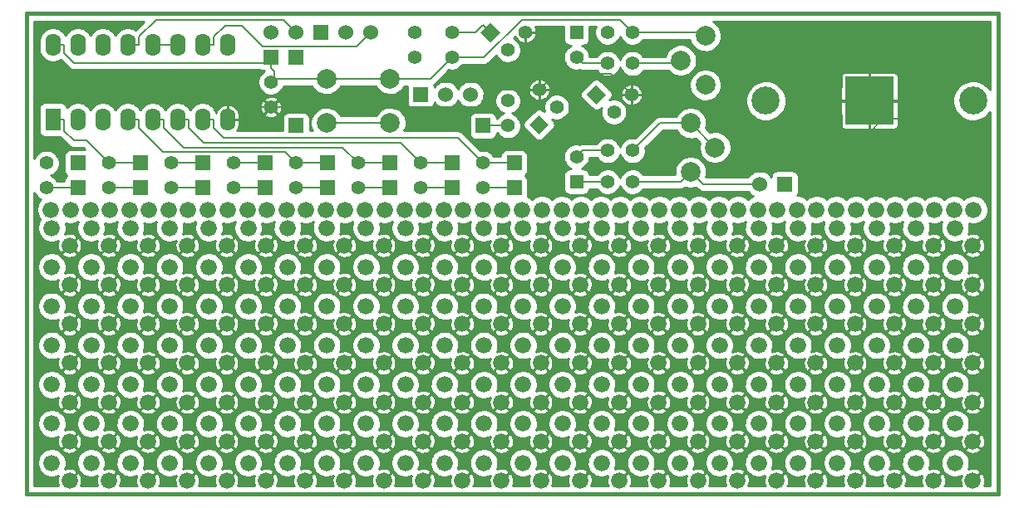
<source format=gtl>
G04 (created by PCBNEW-RS274X (2011-dec-28)-stable) date Thu 26 Jan 2012 08:08:52 PM CET*
G01*
G70*
G90*
%MOIN*%
G04 Gerber Fmt 3.4, Leading zero omitted, Abs format*
%FSLAX34Y34*%
G04 APERTURE LIST*
%ADD10C,0.006000*%
%ADD11C,0.015000*%
%ADD12C,0.055000*%
%ADD13R,0.062000X0.090000*%
%ADD14O,0.062000X0.090000*%
%ADD15R,0.055000X0.055000*%
%ADD16C,0.078700*%
%ADD17C,0.112200*%
%ADD18R,0.196900X0.196900*%
%ADD19C,0.066000*%
%ADD20R,0.060000X0.060000*%
%ADD21C,0.060000*%
%ADD22C,0.035000*%
%ADD23C,0.008000*%
%ADD24C,0.010000*%
G04 APERTURE END LIST*
G54D10*
G54D11*
X19685Y-35039D02*
X19685Y-15748D01*
X58661Y-35039D02*
X19685Y-35039D01*
X58661Y-15748D02*
X58661Y-35039D01*
X19685Y-15748D02*
X58661Y-15748D01*
G54D10*
G36*
X42932Y-19000D02*
X42543Y-19389D01*
X42154Y-19000D01*
X42543Y-18611D01*
X42932Y-19000D01*
X42932Y-19000D01*
G37*
G54D12*
X43250Y-19707D03*
X43957Y-19000D03*
G54D10*
G36*
X40250Y-19818D02*
X40639Y-20207D01*
X40250Y-20596D01*
X39861Y-20207D01*
X40250Y-19818D01*
X40250Y-19818D01*
G37*
G54D12*
X40957Y-19500D03*
X40250Y-18793D03*
G54D10*
G36*
X38682Y-16500D02*
X38293Y-16889D01*
X37904Y-16500D01*
X38293Y-16111D01*
X38682Y-16500D01*
X38682Y-16500D01*
G37*
G54D12*
X39000Y-17207D03*
X39707Y-16500D03*
G54D13*
X20750Y-20000D03*
G54D14*
X21750Y-20000D03*
X22750Y-20000D03*
X23750Y-20000D03*
X24750Y-20000D03*
X25750Y-20000D03*
X26750Y-20000D03*
X27750Y-20000D03*
X27750Y-17000D03*
X26750Y-17000D03*
X25750Y-17000D03*
X24750Y-17000D03*
X23750Y-17000D03*
X22750Y-17000D03*
X21750Y-17000D03*
X20750Y-17000D03*
G54D15*
X41750Y-22500D03*
G54D12*
X41750Y-21500D03*
G54D15*
X41750Y-16500D03*
G54D12*
X41750Y-17500D03*
G54D16*
X46330Y-20141D03*
X46330Y-22109D03*
X47314Y-21125D03*
X46920Y-18609D03*
X46920Y-16641D03*
X45936Y-17625D03*
G54D17*
X49344Y-19250D03*
X57656Y-19250D03*
G54D18*
X53500Y-19250D03*
G54D12*
X20500Y-21750D03*
X20500Y-22750D03*
X23000Y-21750D03*
X23000Y-22750D03*
X25500Y-21750D03*
X25500Y-22750D03*
X28000Y-21750D03*
X28000Y-22750D03*
X30500Y-21750D03*
X30500Y-22750D03*
X33000Y-21750D03*
X33000Y-22750D03*
X35500Y-21750D03*
X35500Y-22750D03*
X38000Y-21750D03*
X38000Y-22750D03*
X29500Y-18500D03*
X29500Y-19500D03*
X44000Y-16500D03*
X43000Y-16500D03*
X44000Y-17750D03*
X43000Y-17750D03*
X44000Y-21250D03*
X43000Y-21250D03*
X44000Y-22500D03*
X43000Y-22500D03*
X35250Y-17500D03*
X35250Y-16500D03*
X36750Y-17500D03*
X36750Y-16500D03*
X39000Y-19250D03*
X39000Y-20250D03*
G54D16*
X34279Y-20136D03*
X34279Y-18364D03*
X31720Y-18364D03*
X31720Y-20136D03*
G54D19*
X45874Y-23622D03*
X46654Y-23622D03*
X22249Y-23622D03*
X23029Y-23622D03*
X20674Y-23622D03*
X21454Y-23622D03*
X23824Y-23622D03*
X24604Y-23622D03*
X30124Y-23622D03*
X30904Y-23622D03*
X26974Y-23622D03*
X27754Y-23622D03*
X39574Y-23622D03*
X40354Y-23622D03*
X42724Y-23622D03*
X43504Y-23622D03*
X36424Y-23622D03*
X37204Y-23622D03*
X33274Y-23622D03*
X34054Y-23622D03*
X52174Y-23622D03*
X52954Y-23622D03*
X55324Y-23622D03*
X56104Y-23622D03*
X49024Y-23622D03*
X49804Y-23622D03*
X47449Y-23622D03*
X48229Y-23622D03*
X50599Y-23622D03*
X51379Y-23622D03*
X56899Y-23622D03*
X57679Y-23622D03*
X53749Y-23622D03*
X54529Y-23622D03*
X34849Y-23622D03*
X35629Y-23622D03*
X37999Y-23622D03*
X38779Y-23622D03*
X44299Y-23622D03*
X45079Y-23622D03*
X41149Y-23622D03*
X41929Y-23622D03*
X28549Y-23622D03*
X29329Y-23622D03*
X31699Y-23622D03*
X32479Y-23622D03*
X25399Y-23622D03*
X26179Y-23622D03*
X52210Y-25924D03*
X52918Y-26632D03*
X52210Y-24351D03*
X52918Y-25059D03*
X33310Y-27497D03*
X34018Y-28205D03*
X33310Y-24351D03*
X34018Y-25059D03*
X33310Y-25924D03*
X34018Y-26632D03*
X52210Y-33789D03*
X52918Y-34497D03*
X52210Y-27497D03*
X52918Y-28205D03*
X52210Y-30643D03*
X52918Y-31351D03*
X52210Y-29070D03*
X52918Y-29778D03*
X52210Y-32216D03*
X52918Y-32924D03*
X49060Y-32216D03*
X49768Y-32924D03*
X33310Y-30643D03*
X34018Y-31351D03*
X33310Y-29070D03*
X34018Y-29778D03*
X33310Y-32216D03*
X34018Y-32924D03*
X33310Y-33789D03*
X34018Y-34497D03*
X36460Y-33789D03*
X37168Y-34497D03*
X36460Y-32216D03*
X37168Y-32924D03*
X36460Y-29070D03*
X37168Y-29778D03*
X36460Y-30643D03*
X37168Y-31351D03*
X36460Y-27497D03*
X37168Y-28205D03*
X36460Y-25924D03*
X37168Y-26632D03*
X49060Y-30643D03*
X49768Y-31351D03*
X45910Y-24351D03*
X46618Y-25059D03*
X45910Y-25924D03*
X46618Y-26632D03*
X45910Y-27497D03*
X46618Y-28205D03*
X45910Y-30643D03*
X46618Y-31351D03*
X45910Y-29070D03*
X46618Y-29778D03*
X45910Y-32216D03*
X46618Y-32924D03*
X45910Y-33789D03*
X46618Y-34497D03*
X49060Y-33789D03*
X49768Y-34497D03*
X39610Y-27497D03*
X40318Y-28205D03*
X49060Y-29070D03*
X49768Y-29778D03*
X55360Y-33789D03*
X56068Y-34497D03*
X49060Y-27497D03*
X49768Y-28205D03*
X49060Y-25924D03*
X49768Y-26632D03*
X49060Y-24351D03*
X49768Y-25059D03*
X55360Y-24351D03*
X56068Y-25059D03*
X55360Y-25924D03*
X56068Y-26632D03*
X55360Y-27497D03*
X56068Y-28205D03*
X55360Y-30643D03*
X56068Y-31351D03*
X55360Y-29070D03*
X56068Y-29778D03*
X55360Y-32216D03*
X56068Y-32924D03*
X23860Y-30643D03*
X24568Y-31351D03*
X30160Y-33789D03*
X30868Y-34497D03*
X30160Y-32216D03*
X30868Y-32924D03*
X30160Y-29070D03*
X30868Y-29778D03*
X30160Y-30643D03*
X30868Y-31351D03*
X30160Y-27497D03*
X30868Y-28205D03*
X30160Y-25924D03*
X30868Y-26632D03*
X30160Y-24351D03*
X30868Y-25059D03*
X23860Y-24351D03*
X24568Y-25059D03*
X23860Y-25924D03*
X24568Y-26632D03*
X23860Y-27497D03*
X24568Y-28205D03*
X27010Y-33789D03*
X27718Y-34497D03*
X23860Y-29070D03*
X24568Y-29778D03*
X23860Y-32216D03*
X24568Y-32924D03*
X23860Y-33789D03*
X24568Y-34497D03*
X20710Y-33789D03*
X21418Y-34497D03*
X20710Y-32216D03*
X21418Y-32924D03*
X20710Y-29070D03*
X21418Y-29778D03*
X20710Y-30643D03*
X21418Y-31351D03*
X20710Y-27497D03*
X21418Y-28205D03*
X20710Y-25924D03*
X21418Y-26632D03*
X39610Y-30643D03*
X40318Y-31351D03*
X42760Y-24351D03*
X43468Y-25059D03*
X42760Y-25924D03*
X43468Y-26632D03*
X42760Y-27497D03*
X43468Y-28205D03*
X42760Y-30643D03*
X43468Y-31351D03*
X42760Y-29070D03*
X43468Y-29778D03*
X42760Y-32216D03*
X43468Y-32924D03*
X42760Y-33789D03*
X43468Y-34497D03*
X39610Y-33789D03*
X40318Y-34497D03*
X39610Y-32216D03*
X40318Y-32924D03*
X39610Y-29070D03*
X40318Y-29778D03*
X36460Y-24351D03*
X37168Y-25059D03*
X20710Y-24351D03*
X21418Y-25059D03*
X39610Y-25924D03*
X40318Y-26632D03*
X39610Y-24351D03*
X40318Y-25059D03*
X27010Y-24351D03*
X27718Y-25059D03*
X27010Y-25924D03*
X27718Y-26632D03*
X27010Y-27497D03*
X27718Y-28205D03*
X27010Y-30643D03*
X27718Y-31351D03*
X27010Y-29070D03*
X27718Y-29778D03*
X27010Y-32216D03*
X27718Y-32924D03*
X41185Y-30643D03*
X41893Y-31351D03*
X28585Y-33789D03*
X29293Y-34497D03*
X28585Y-32216D03*
X29293Y-32924D03*
X28585Y-29070D03*
X29293Y-29778D03*
X28585Y-30643D03*
X29293Y-31351D03*
X28585Y-27497D03*
X29293Y-28205D03*
X28585Y-25924D03*
X29293Y-26632D03*
X28585Y-24351D03*
X29293Y-25059D03*
X41185Y-24351D03*
X41893Y-25059D03*
X41185Y-25924D03*
X41893Y-26632D03*
X41185Y-27497D03*
X41893Y-28205D03*
X31735Y-33789D03*
X32443Y-34497D03*
X41185Y-29070D03*
X41893Y-29778D03*
X41185Y-32216D03*
X41893Y-32924D03*
X41185Y-33789D03*
X41893Y-34497D03*
X44335Y-33789D03*
X45043Y-34497D03*
X44335Y-32216D03*
X45043Y-32924D03*
X44335Y-29070D03*
X45043Y-29778D03*
X44335Y-30643D03*
X45043Y-31351D03*
X44335Y-27497D03*
X45043Y-28205D03*
X44335Y-25924D03*
X45043Y-26632D03*
X25435Y-30643D03*
X26143Y-31351D03*
X22285Y-24351D03*
X22993Y-25059D03*
X22285Y-25924D03*
X22993Y-26632D03*
X22285Y-27497D03*
X22993Y-28205D03*
X22285Y-30643D03*
X22993Y-31351D03*
X22285Y-29070D03*
X22993Y-29778D03*
X22285Y-32216D03*
X22993Y-32924D03*
X22285Y-33789D03*
X22993Y-34497D03*
X25435Y-33789D03*
X26143Y-34497D03*
X25435Y-32216D03*
X26143Y-32924D03*
X25435Y-29070D03*
X26143Y-29778D03*
X44335Y-24351D03*
X45043Y-25059D03*
X25435Y-27497D03*
X26143Y-28205D03*
X25435Y-25924D03*
X26143Y-26632D03*
X25435Y-24351D03*
X26143Y-25059D03*
X31735Y-24351D03*
X32443Y-25059D03*
X31735Y-25924D03*
X32443Y-26632D03*
X31735Y-27497D03*
X32443Y-28205D03*
X31735Y-30643D03*
X32443Y-31351D03*
X31735Y-29070D03*
X32443Y-29778D03*
X31735Y-32216D03*
X32443Y-32924D03*
X50635Y-30643D03*
X51343Y-31351D03*
X56935Y-33789D03*
X57643Y-34497D03*
X56935Y-32216D03*
X57643Y-32924D03*
X56935Y-29070D03*
X57643Y-29778D03*
X56935Y-30643D03*
X57643Y-31351D03*
X56935Y-27497D03*
X57643Y-28205D03*
X56935Y-25924D03*
X57643Y-26632D03*
X56935Y-24351D03*
X57643Y-25059D03*
X50635Y-24351D03*
X51343Y-25059D03*
X50635Y-25924D03*
X51343Y-26632D03*
X50635Y-27497D03*
X51343Y-28205D03*
X53785Y-33789D03*
X54493Y-34497D03*
X50635Y-29070D03*
X51343Y-29778D03*
X50635Y-32216D03*
X51343Y-32924D03*
X50635Y-33789D03*
X51343Y-34497D03*
X47485Y-33789D03*
X48193Y-34497D03*
X47485Y-32216D03*
X48193Y-32924D03*
X47485Y-29070D03*
X48193Y-29778D03*
X47485Y-30643D03*
X48193Y-31351D03*
X47485Y-27497D03*
X48193Y-28205D03*
X47485Y-25924D03*
X48193Y-26632D03*
X34885Y-30643D03*
X35593Y-31351D03*
X38035Y-24351D03*
X38743Y-25059D03*
X38035Y-25924D03*
X38743Y-26632D03*
X38035Y-27497D03*
X38743Y-28205D03*
X38035Y-30643D03*
X38743Y-31351D03*
X38035Y-29070D03*
X38743Y-29778D03*
X38035Y-32216D03*
X38743Y-32924D03*
X38035Y-33789D03*
X38743Y-34497D03*
X34885Y-33789D03*
X35593Y-34497D03*
X34885Y-32216D03*
X35593Y-32924D03*
X34885Y-29070D03*
X35593Y-29778D03*
X47485Y-24351D03*
X48193Y-25059D03*
X34885Y-27497D03*
X35593Y-28205D03*
X34885Y-25924D03*
X35593Y-26632D03*
X34885Y-24351D03*
X35593Y-25059D03*
X53785Y-24351D03*
X54493Y-25059D03*
X53785Y-25924D03*
X54493Y-26632D03*
X53785Y-27497D03*
X54493Y-28205D03*
X53785Y-30643D03*
X54493Y-31351D03*
X53785Y-29070D03*
X54493Y-29778D03*
X53785Y-32216D03*
X54493Y-32924D03*
G54D20*
X29500Y-17500D03*
G54D21*
X29500Y-16500D03*
G54D20*
X31500Y-16500D03*
G54D21*
X32500Y-16500D03*
X33500Y-16500D03*
G54D20*
X30500Y-17500D03*
G54D21*
X30500Y-16500D03*
G54D20*
X30500Y-20250D03*
X35500Y-19000D03*
G54D21*
X36500Y-19000D03*
X37500Y-19000D03*
G54D20*
X38000Y-20250D03*
X50100Y-22600D03*
G54D21*
X49100Y-22600D03*
G54D20*
X21750Y-21750D03*
X21750Y-22750D03*
X24250Y-21750D03*
X24250Y-22750D03*
X26750Y-21750D03*
X26750Y-22750D03*
X29250Y-21750D03*
X29250Y-22750D03*
X31750Y-21750D03*
X31750Y-22750D03*
X34250Y-21750D03*
X34250Y-22750D03*
X36750Y-21750D03*
X36750Y-22750D03*
X39250Y-21750D03*
X39250Y-22750D03*
G54D22*
X57677Y-17913D03*
X55709Y-21161D03*
X54429Y-16732D03*
X55906Y-22539D03*
X51969Y-22343D03*
X55709Y-18110D03*
X57776Y-20965D03*
X49114Y-17815D03*
X56398Y-19980D03*
X57579Y-16535D03*
X51476Y-18504D03*
X52461Y-16732D03*
X50787Y-16535D03*
X49213Y-16437D03*
X51772Y-21063D03*
X54232Y-21063D03*
X48819Y-21358D03*
X57579Y-22638D03*
X54035Y-22638D03*
G54D23*
X43000Y-22500D02*
X41750Y-22500D01*
X24750Y-17000D02*
X25750Y-17000D01*
X31720Y-20136D02*
X34279Y-20136D01*
X39000Y-20250D02*
X38000Y-20250D01*
X51969Y-22343D02*
X51772Y-22146D01*
X57579Y-21162D02*
X57579Y-22638D01*
X54035Y-21260D02*
X54035Y-22638D01*
X55709Y-22342D02*
X55709Y-21161D01*
X53500Y-19250D02*
X53500Y-17858D01*
X54232Y-21063D02*
X54035Y-21260D01*
X57776Y-20965D02*
X57579Y-21162D01*
X55906Y-22539D02*
X55709Y-22342D01*
X51969Y-22343D02*
X51772Y-22343D01*
X54429Y-16732D02*
X52461Y-16732D01*
X51772Y-22146D02*
X51772Y-21063D01*
X51772Y-22343D02*
X50787Y-21358D01*
X51245Y-20378D02*
X47432Y-20378D01*
X40250Y-18793D02*
X40874Y-18169D01*
X39707Y-17002D02*
X39707Y-16500D01*
X53500Y-19250D02*
X52373Y-19250D01*
X40874Y-18169D02*
X39707Y-17002D01*
X46054Y-19000D02*
X43957Y-19000D01*
X43126Y-18169D02*
X43957Y-19000D01*
X53500Y-20528D02*
X54048Y-19980D01*
X37976Y-19500D02*
X29500Y-19500D01*
X53500Y-19250D02*
X53500Y-20528D01*
X38683Y-18793D02*
X37976Y-19500D01*
X47432Y-20378D02*
X46054Y-19000D01*
X54823Y-16535D02*
X57579Y-16535D01*
X49213Y-16437D02*
X49114Y-16536D01*
X40250Y-18793D02*
X38683Y-18793D01*
X28203Y-20000D02*
X27750Y-20000D01*
X28703Y-19500D02*
X28203Y-20000D01*
X29500Y-19500D02*
X28703Y-19500D01*
X52373Y-19250D02*
X51245Y-20378D01*
X40874Y-18169D02*
X43126Y-18169D01*
X49114Y-16536D02*
X49114Y-17815D01*
X53500Y-17858D02*
X54823Y-16535D01*
X57677Y-17913D02*
X57480Y-18110D01*
X50787Y-17815D02*
X50787Y-16535D01*
X57480Y-18110D02*
X55709Y-18110D01*
X54048Y-19980D02*
X56398Y-19980D01*
X50787Y-21358D02*
X48819Y-21358D01*
X51476Y-18504D02*
X50787Y-17815D01*
X31750Y-21750D02*
X30500Y-21750D01*
X24203Y-20329D02*
X24203Y-20000D01*
X24203Y-20000D02*
X23750Y-20000D01*
X30500Y-21750D02*
X30056Y-21306D01*
X30056Y-21306D02*
X25180Y-21306D01*
X25180Y-21306D02*
X24203Y-20329D01*
X34688Y-20938D02*
X35500Y-21750D01*
X36750Y-21750D02*
X35500Y-21750D01*
X26812Y-20938D02*
X34688Y-20938D01*
X25750Y-20000D02*
X26203Y-20000D01*
X26203Y-20000D02*
X26203Y-20329D01*
X26203Y-20329D02*
X26812Y-20938D01*
X25500Y-21750D02*
X26750Y-21750D01*
X23000Y-21750D02*
X22099Y-20849D01*
X21203Y-20453D02*
X21203Y-20000D01*
X21599Y-20849D02*
X21203Y-20453D01*
X21203Y-20000D02*
X20750Y-20000D01*
X24250Y-21750D02*
X23000Y-21750D01*
X22099Y-20849D02*
X21599Y-20849D01*
X23000Y-22750D02*
X24250Y-22750D01*
X30500Y-22750D02*
X31750Y-22750D01*
X33000Y-22750D02*
X34250Y-22750D01*
X38000Y-22750D02*
X39250Y-22750D01*
X35500Y-22750D02*
X36750Y-22750D01*
X25500Y-22750D02*
X26750Y-22750D01*
X28000Y-22750D02*
X29250Y-22750D01*
X20500Y-22750D02*
X21750Y-22750D01*
X42000Y-17750D02*
X41750Y-17500D01*
X43000Y-17750D02*
X42000Y-17750D01*
X43000Y-21250D02*
X42000Y-21250D01*
X42000Y-21250D02*
X41750Y-21500D01*
X44000Y-17750D02*
X45811Y-17750D01*
X45811Y-17750D02*
X45936Y-17625D01*
X46330Y-20141D02*
X47314Y-21125D01*
X45109Y-20141D02*
X46330Y-20141D01*
X44000Y-21250D02*
X45109Y-20141D01*
X30500Y-16500D02*
X29992Y-15992D01*
X24203Y-17000D02*
X23750Y-17000D01*
X29992Y-15992D02*
X24882Y-15992D01*
X24882Y-15992D02*
X24203Y-16671D01*
X24203Y-16671D02*
X24203Y-17000D01*
X29174Y-17056D02*
X28343Y-16225D01*
X27203Y-17000D02*
X26750Y-17000D01*
X32944Y-17056D02*
X29174Y-17056D01*
X33500Y-16500D02*
X32944Y-17056D01*
X28343Y-16225D02*
X27649Y-16225D01*
X27649Y-16225D02*
X27203Y-16671D01*
X27203Y-16671D02*
X27203Y-17000D01*
X26750Y-20000D02*
X27203Y-20000D01*
X27203Y-20000D02*
X27203Y-20329D01*
X27203Y-20329D02*
X27614Y-20740D01*
X36990Y-20740D02*
X38000Y-21750D01*
X39250Y-21750D02*
X38000Y-21750D01*
X27614Y-20740D02*
X36990Y-20740D01*
X34250Y-21750D02*
X33000Y-21750D01*
X25203Y-20000D02*
X25203Y-20329D01*
X24750Y-20000D02*
X25203Y-20000D01*
X25996Y-21122D02*
X32372Y-21122D01*
X32372Y-21122D02*
X33000Y-21750D01*
X25203Y-20329D02*
X25996Y-21122D01*
X28000Y-21750D02*
X29250Y-21750D01*
X37702Y-16500D02*
X37998Y-16204D01*
X36750Y-16500D02*
X37702Y-16500D01*
X37998Y-16204D02*
X38293Y-16500D01*
X36750Y-17500D02*
X38044Y-17500D01*
X29500Y-17943D02*
X29500Y-17722D01*
X38044Y-17500D02*
X39552Y-15992D01*
X31720Y-18364D02*
X29636Y-18364D01*
X35886Y-18364D02*
X36750Y-17500D01*
X34279Y-18364D02*
X35886Y-18364D01*
X43492Y-15992D02*
X44000Y-16500D01*
X39552Y-15992D02*
X43492Y-15992D01*
X29636Y-18364D02*
X29636Y-18079D01*
X49100Y-22600D02*
X46821Y-22600D01*
X29636Y-18079D02*
X29500Y-17943D01*
X46821Y-22600D02*
X46330Y-22109D01*
X29636Y-18364D02*
X29500Y-18500D01*
X29500Y-17500D02*
X29500Y-17722D01*
X31720Y-18364D02*
X34279Y-18364D01*
X44000Y-22500D02*
X45939Y-22500D01*
X21203Y-17000D02*
X20750Y-17000D01*
X21203Y-17329D02*
X21203Y-17000D01*
X21596Y-17722D02*
X21203Y-17329D01*
X46779Y-16500D02*
X44000Y-16500D01*
X46920Y-16641D02*
X46779Y-16500D01*
X45939Y-22500D02*
X46330Y-22109D01*
X29500Y-17722D02*
X21596Y-17722D01*
G54D10*
G36*
X58336Y-34714D02*
X58089Y-34714D01*
X58095Y-34704D01*
X58127Y-34613D01*
X58139Y-34517D01*
X58139Y-32944D01*
X58139Y-31371D01*
X58139Y-29798D01*
X58139Y-28225D01*
X58139Y-26652D01*
X58139Y-25079D01*
X58134Y-24983D01*
X58110Y-24889D01*
X58068Y-24802D01*
X58046Y-24768D01*
X57965Y-24738D01*
X57644Y-25059D01*
X57965Y-25380D01*
X58046Y-25350D01*
X58095Y-25266D01*
X58127Y-25175D01*
X58139Y-25079D01*
X58139Y-26652D01*
X58134Y-26556D01*
X58110Y-26462D01*
X58068Y-26375D01*
X58046Y-26341D01*
X57965Y-26311D01*
X57964Y-26312D01*
X57964Y-26310D01*
X57964Y-25381D01*
X57643Y-25060D01*
X57322Y-25381D01*
X57352Y-25462D01*
X57436Y-25511D01*
X57527Y-25543D01*
X57623Y-25555D01*
X57719Y-25550D01*
X57813Y-25526D01*
X57900Y-25484D01*
X57934Y-25462D01*
X57964Y-25381D01*
X57964Y-26310D01*
X57934Y-26229D01*
X57850Y-26180D01*
X57759Y-26148D01*
X57663Y-26136D01*
X57567Y-26141D01*
X57473Y-26165D01*
X57458Y-26172D01*
X57487Y-26107D01*
X57512Y-25997D01*
X57514Y-25867D01*
X57492Y-25756D01*
X57449Y-25651D01*
X57386Y-25556D01*
X57306Y-25476D01*
X57212Y-25412D01*
X57107Y-25368D01*
X56996Y-25345D01*
X56882Y-25345D01*
X56771Y-25366D01*
X56665Y-25409D01*
X56570Y-25471D01*
X56564Y-25476D01*
X56564Y-25079D01*
X56559Y-24983D01*
X56535Y-24889D01*
X56493Y-24802D01*
X56471Y-24768D01*
X56390Y-24738D01*
X56069Y-25059D01*
X56390Y-25380D01*
X56471Y-25350D01*
X56520Y-25266D01*
X56552Y-25175D01*
X56564Y-25079D01*
X56564Y-25476D01*
X56489Y-25550D01*
X56425Y-25644D01*
X56389Y-25727D01*
X56389Y-25381D01*
X56068Y-25060D01*
X55747Y-25381D01*
X55777Y-25462D01*
X55861Y-25511D01*
X55952Y-25543D01*
X56048Y-25555D01*
X56144Y-25550D01*
X56238Y-25526D01*
X56325Y-25484D01*
X56359Y-25462D01*
X56389Y-25381D01*
X56389Y-25727D01*
X56380Y-25748D01*
X56357Y-25859D01*
X56355Y-25973D01*
X56376Y-26085D01*
X56418Y-26190D01*
X56479Y-26286D01*
X56558Y-26367D01*
X56651Y-26432D01*
X56755Y-26477D01*
X56866Y-26502D01*
X56980Y-26504D01*
X57092Y-26484D01*
X57182Y-26448D01*
X57159Y-26516D01*
X57147Y-26612D01*
X57152Y-26708D01*
X57176Y-26802D01*
X57218Y-26889D01*
X57240Y-26923D01*
X57321Y-26953D01*
X57606Y-26667D01*
X57642Y-26632D01*
X57641Y-26631D01*
X57642Y-26630D01*
X57643Y-26631D01*
X57678Y-26595D01*
X57964Y-26310D01*
X57964Y-26312D01*
X57644Y-26632D01*
X57965Y-26953D01*
X58046Y-26923D01*
X58095Y-26839D01*
X58127Y-26748D01*
X58139Y-26652D01*
X58139Y-28225D01*
X58134Y-28129D01*
X58110Y-28035D01*
X58068Y-27948D01*
X58046Y-27914D01*
X57965Y-27884D01*
X57964Y-27885D01*
X57964Y-27883D01*
X57964Y-26954D01*
X57643Y-26633D01*
X57322Y-26954D01*
X57352Y-27035D01*
X57436Y-27084D01*
X57527Y-27116D01*
X57623Y-27128D01*
X57719Y-27123D01*
X57813Y-27099D01*
X57900Y-27057D01*
X57934Y-27035D01*
X57964Y-26954D01*
X57964Y-27883D01*
X57934Y-27802D01*
X57850Y-27753D01*
X57759Y-27721D01*
X57663Y-27709D01*
X57567Y-27714D01*
X57473Y-27738D01*
X57458Y-27745D01*
X57487Y-27680D01*
X57512Y-27570D01*
X57514Y-27440D01*
X57492Y-27329D01*
X57449Y-27224D01*
X57386Y-27129D01*
X57306Y-27049D01*
X57212Y-26985D01*
X57107Y-26941D01*
X56996Y-26918D01*
X56882Y-26918D01*
X56771Y-26939D01*
X56665Y-26982D01*
X56570Y-27044D01*
X56564Y-27049D01*
X56564Y-26652D01*
X56559Y-26556D01*
X56535Y-26462D01*
X56493Y-26375D01*
X56471Y-26341D01*
X56390Y-26311D01*
X56389Y-26312D01*
X56389Y-26310D01*
X56359Y-26229D01*
X56275Y-26180D01*
X56184Y-26148D01*
X56088Y-26136D01*
X55992Y-26141D01*
X55898Y-26165D01*
X55883Y-26172D01*
X55912Y-26107D01*
X55937Y-25997D01*
X55939Y-25867D01*
X55917Y-25756D01*
X55874Y-25651D01*
X55811Y-25556D01*
X55731Y-25476D01*
X55637Y-25412D01*
X55532Y-25368D01*
X55421Y-25345D01*
X55307Y-25345D01*
X55196Y-25366D01*
X55090Y-25409D01*
X54995Y-25471D01*
X54989Y-25476D01*
X54989Y-25079D01*
X54984Y-24983D01*
X54960Y-24889D01*
X54918Y-24802D01*
X54896Y-24768D01*
X54815Y-24738D01*
X54494Y-25059D01*
X54815Y-25380D01*
X54896Y-25350D01*
X54945Y-25266D01*
X54977Y-25175D01*
X54989Y-25079D01*
X54989Y-25476D01*
X54914Y-25550D01*
X54850Y-25644D01*
X54814Y-25727D01*
X54814Y-25381D01*
X54493Y-25060D01*
X54172Y-25381D01*
X54202Y-25462D01*
X54286Y-25511D01*
X54377Y-25543D01*
X54473Y-25555D01*
X54569Y-25550D01*
X54663Y-25526D01*
X54750Y-25484D01*
X54784Y-25462D01*
X54814Y-25381D01*
X54814Y-25727D01*
X54805Y-25748D01*
X54782Y-25859D01*
X54780Y-25973D01*
X54801Y-26085D01*
X54843Y-26190D01*
X54904Y-26286D01*
X54983Y-26367D01*
X55076Y-26432D01*
X55180Y-26477D01*
X55291Y-26502D01*
X55405Y-26504D01*
X55517Y-26484D01*
X55607Y-26448D01*
X55584Y-26516D01*
X55572Y-26612D01*
X55577Y-26708D01*
X55601Y-26802D01*
X55643Y-26889D01*
X55665Y-26923D01*
X55746Y-26953D01*
X56031Y-26667D01*
X56067Y-26632D01*
X56066Y-26631D01*
X56067Y-26630D01*
X56068Y-26631D01*
X56103Y-26595D01*
X56389Y-26310D01*
X56389Y-26312D01*
X56069Y-26632D01*
X56390Y-26953D01*
X56471Y-26923D01*
X56520Y-26839D01*
X56552Y-26748D01*
X56564Y-26652D01*
X56564Y-27049D01*
X56489Y-27123D01*
X56425Y-27217D01*
X56389Y-27300D01*
X56389Y-26954D01*
X56068Y-26633D01*
X55747Y-26954D01*
X55777Y-27035D01*
X55861Y-27084D01*
X55952Y-27116D01*
X56048Y-27128D01*
X56144Y-27123D01*
X56238Y-27099D01*
X56325Y-27057D01*
X56359Y-27035D01*
X56389Y-26954D01*
X56389Y-27300D01*
X56380Y-27321D01*
X56357Y-27432D01*
X56355Y-27546D01*
X56376Y-27658D01*
X56418Y-27763D01*
X56479Y-27859D01*
X56558Y-27940D01*
X56651Y-28005D01*
X56755Y-28050D01*
X56866Y-28075D01*
X56980Y-28077D01*
X57092Y-28057D01*
X57182Y-28021D01*
X57159Y-28089D01*
X57147Y-28185D01*
X57152Y-28281D01*
X57176Y-28375D01*
X57218Y-28462D01*
X57240Y-28496D01*
X57321Y-28526D01*
X57606Y-28240D01*
X57642Y-28205D01*
X57641Y-28204D01*
X57642Y-28203D01*
X57643Y-28204D01*
X57678Y-28168D01*
X57964Y-27883D01*
X57964Y-27885D01*
X57644Y-28205D01*
X57965Y-28526D01*
X58046Y-28496D01*
X58095Y-28412D01*
X58127Y-28321D01*
X58139Y-28225D01*
X58139Y-29798D01*
X58134Y-29702D01*
X58110Y-29608D01*
X58068Y-29521D01*
X58046Y-29487D01*
X57965Y-29457D01*
X57964Y-29458D01*
X57964Y-29456D01*
X57964Y-28527D01*
X57643Y-28206D01*
X57322Y-28527D01*
X57352Y-28608D01*
X57436Y-28657D01*
X57527Y-28689D01*
X57623Y-28701D01*
X57719Y-28696D01*
X57813Y-28672D01*
X57900Y-28630D01*
X57934Y-28608D01*
X57964Y-28527D01*
X57964Y-29456D01*
X57934Y-29375D01*
X57850Y-29326D01*
X57759Y-29294D01*
X57663Y-29282D01*
X57567Y-29287D01*
X57473Y-29311D01*
X57458Y-29318D01*
X57487Y-29253D01*
X57512Y-29143D01*
X57514Y-29013D01*
X57492Y-28902D01*
X57449Y-28797D01*
X57386Y-28702D01*
X57306Y-28622D01*
X57212Y-28558D01*
X57107Y-28514D01*
X56996Y-28491D01*
X56882Y-28491D01*
X56771Y-28512D01*
X56665Y-28555D01*
X56570Y-28617D01*
X56564Y-28622D01*
X56564Y-28225D01*
X56559Y-28129D01*
X56535Y-28035D01*
X56493Y-27948D01*
X56471Y-27914D01*
X56390Y-27884D01*
X56389Y-27885D01*
X56389Y-27883D01*
X56359Y-27802D01*
X56275Y-27753D01*
X56184Y-27721D01*
X56088Y-27709D01*
X55992Y-27714D01*
X55898Y-27738D01*
X55883Y-27745D01*
X55912Y-27680D01*
X55937Y-27570D01*
X55939Y-27440D01*
X55917Y-27329D01*
X55874Y-27224D01*
X55811Y-27129D01*
X55731Y-27049D01*
X55637Y-26985D01*
X55532Y-26941D01*
X55421Y-26918D01*
X55307Y-26918D01*
X55196Y-26939D01*
X55090Y-26982D01*
X54995Y-27044D01*
X54989Y-27049D01*
X54989Y-26652D01*
X54984Y-26556D01*
X54960Y-26462D01*
X54918Y-26375D01*
X54896Y-26341D01*
X54815Y-26311D01*
X54814Y-26312D01*
X54814Y-26310D01*
X54784Y-26229D01*
X54700Y-26180D01*
X54609Y-26148D01*
X54513Y-26136D01*
X54417Y-26141D01*
X54323Y-26165D01*
X54308Y-26172D01*
X54337Y-26107D01*
X54362Y-25997D01*
X54364Y-25867D01*
X54342Y-25756D01*
X54299Y-25651D01*
X54236Y-25556D01*
X54156Y-25476D01*
X54062Y-25412D01*
X53957Y-25368D01*
X53846Y-25345D01*
X53732Y-25345D01*
X53621Y-25366D01*
X53515Y-25409D01*
X53420Y-25471D01*
X53414Y-25476D01*
X53414Y-25079D01*
X53409Y-24983D01*
X53385Y-24889D01*
X53343Y-24802D01*
X53321Y-24768D01*
X53240Y-24738D01*
X52919Y-25059D01*
X53240Y-25380D01*
X53321Y-25350D01*
X53370Y-25266D01*
X53402Y-25175D01*
X53414Y-25079D01*
X53414Y-25476D01*
X53339Y-25550D01*
X53275Y-25644D01*
X53239Y-25727D01*
X53239Y-25381D01*
X52918Y-25060D01*
X52597Y-25381D01*
X52627Y-25462D01*
X52711Y-25511D01*
X52802Y-25543D01*
X52898Y-25555D01*
X52994Y-25550D01*
X53088Y-25526D01*
X53175Y-25484D01*
X53209Y-25462D01*
X53239Y-25381D01*
X53239Y-25727D01*
X53230Y-25748D01*
X53207Y-25859D01*
X53205Y-25973D01*
X53226Y-26085D01*
X53268Y-26190D01*
X53329Y-26286D01*
X53408Y-26367D01*
X53501Y-26432D01*
X53605Y-26477D01*
X53716Y-26502D01*
X53830Y-26504D01*
X53942Y-26484D01*
X54032Y-26448D01*
X54009Y-26516D01*
X53997Y-26612D01*
X54002Y-26708D01*
X54026Y-26802D01*
X54068Y-26889D01*
X54090Y-26923D01*
X54171Y-26953D01*
X54456Y-26667D01*
X54492Y-26632D01*
X54491Y-26631D01*
X54492Y-26630D01*
X54493Y-26631D01*
X54528Y-26595D01*
X54814Y-26310D01*
X54814Y-26312D01*
X54494Y-26632D01*
X54815Y-26953D01*
X54896Y-26923D01*
X54945Y-26839D01*
X54977Y-26748D01*
X54989Y-26652D01*
X54989Y-27049D01*
X54914Y-27123D01*
X54850Y-27217D01*
X54814Y-27300D01*
X54814Y-26954D01*
X54493Y-26633D01*
X54172Y-26954D01*
X54202Y-27035D01*
X54286Y-27084D01*
X54377Y-27116D01*
X54473Y-27128D01*
X54569Y-27123D01*
X54663Y-27099D01*
X54750Y-27057D01*
X54784Y-27035D01*
X54814Y-26954D01*
X54814Y-27300D01*
X54805Y-27321D01*
X54782Y-27432D01*
X54780Y-27546D01*
X54801Y-27658D01*
X54843Y-27763D01*
X54904Y-27859D01*
X54983Y-27940D01*
X55076Y-28005D01*
X55180Y-28050D01*
X55291Y-28075D01*
X55405Y-28077D01*
X55517Y-28057D01*
X55607Y-28021D01*
X55584Y-28089D01*
X55572Y-28185D01*
X55577Y-28281D01*
X55601Y-28375D01*
X55643Y-28462D01*
X55665Y-28496D01*
X55746Y-28526D01*
X56031Y-28240D01*
X56067Y-28205D01*
X56066Y-28204D01*
X56067Y-28203D01*
X56068Y-28204D01*
X56103Y-28168D01*
X56389Y-27883D01*
X56389Y-27885D01*
X56069Y-28205D01*
X56390Y-28526D01*
X56471Y-28496D01*
X56520Y-28412D01*
X56552Y-28321D01*
X56564Y-28225D01*
X56564Y-28622D01*
X56489Y-28696D01*
X56425Y-28790D01*
X56389Y-28873D01*
X56389Y-28527D01*
X56068Y-28206D01*
X55747Y-28527D01*
X55777Y-28608D01*
X55861Y-28657D01*
X55952Y-28689D01*
X56048Y-28701D01*
X56144Y-28696D01*
X56238Y-28672D01*
X56325Y-28630D01*
X56359Y-28608D01*
X56389Y-28527D01*
X56389Y-28873D01*
X56380Y-28894D01*
X56357Y-29005D01*
X56355Y-29119D01*
X56376Y-29231D01*
X56418Y-29336D01*
X56479Y-29432D01*
X56558Y-29513D01*
X56651Y-29578D01*
X56755Y-29623D01*
X56866Y-29648D01*
X56980Y-29650D01*
X57092Y-29630D01*
X57182Y-29594D01*
X57159Y-29662D01*
X57147Y-29758D01*
X57152Y-29854D01*
X57176Y-29948D01*
X57218Y-30035D01*
X57240Y-30069D01*
X57321Y-30099D01*
X57606Y-29813D01*
X57642Y-29778D01*
X57641Y-29777D01*
X57642Y-29776D01*
X57643Y-29777D01*
X57678Y-29741D01*
X57964Y-29456D01*
X57964Y-29458D01*
X57644Y-29778D01*
X57965Y-30099D01*
X58046Y-30069D01*
X58095Y-29985D01*
X58127Y-29894D01*
X58139Y-29798D01*
X58139Y-31371D01*
X58134Y-31275D01*
X58110Y-31181D01*
X58068Y-31094D01*
X58046Y-31060D01*
X57965Y-31030D01*
X57964Y-31031D01*
X57964Y-31029D01*
X57964Y-30100D01*
X57643Y-29779D01*
X57322Y-30100D01*
X57352Y-30181D01*
X57436Y-30230D01*
X57527Y-30262D01*
X57623Y-30274D01*
X57719Y-30269D01*
X57813Y-30245D01*
X57900Y-30203D01*
X57934Y-30181D01*
X57964Y-30100D01*
X57964Y-31029D01*
X57934Y-30948D01*
X57850Y-30899D01*
X57759Y-30867D01*
X57663Y-30855D01*
X57567Y-30860D01*
X57473Y-30884D01*
X57458Y-30891D01*
X57487Y-30826D01*
X57512Y-30716D01*
X57514Y-30586D01*
X57492Y-30475D01*
X57449Y-30370D01*
X57386Y-30275D01*
X57306Y-30195D01*
X57212Y-30131D01*
X57107Y-30087D01*
X56996Y-30064D01*
X56882Y-30064D01*
X56771Y-30085D01*
X56665Y-30128D01*
X56570Y-30190D01*
X56564Y-30195D01*
X56564Y-29798D01*
X56559Y-29702D01*
X56535Y-29608D01*
X56493Y-29521D01*
X56471Y-29487D01*
X56390Y-29457D01*
X56389Y-29458D01*
X56389Y-29456D01*
X56359Y-29375D01*
X56275Y-29326D01*
X56184Y-29294D01*
X56088Y-29282D01*
X55992Y-29287D01*
X55898Y-29311D01*
X55883Y-29318D01*
X55912Y-29253D01*
X55937Y-29143D01*
X55939Y-29013D01*
X55917Y-28902D01*
X55874Y-28797D01*
X55811Y-28702D01*
X55731Y-28622D01*
X55637Y-28558D01*
X55532Y-28514D01*
X55421Y-28491D01*
X55307Y-28491D01*
X55196Y-28512D01*
X55090Y-28555D01*
X54995Y-28617D01*
X54989Y-28622D01*
X54989Y-28225D01*
X54984Y-28129D01*
X54960Y-28035D01*
X54918Y-27948D01*
X54896Y-27914D01*
X54815Y-27884D01*
X54814Y-27885D01*
X54814Y-27883D01*
X54784Y-27802D01*
X54700Y-27753D01*
X54609Y-27721D01*
X54513Y-27709D01*
X54417Y-27714D01*
X54323Y-27738D01*
X54308Y-27745D01*
X54337Y-27680D01*
X54362Y-27570D01*
X54364Y-27440D01*
X54342Y-27329D01*
X54299Y-27224D01*
X54236Y-27129D01*
X54156Y-27049D01*
X54062Y-26985D01*
X53957Y-26941D01*
X53846Y-26918D01*
X53732Y-26918D01*
X53621Y-26939D01*
X53515Y-26982D01*
X53420Y-27044D01*
X53414Y-27049D01*
X53414Y-26652D01*
X53409Y-26556D01*
X53385Y-26462D01*
X53343Y-26375D01*
X53321Y-26341D01*
X53240Y-26311D01*
X53239Y-26312D01*
X53239Y-26310D01*
X53209Y-26229D01*
X53125Y-26180D01*
X53034Y-26148D01*
X52938Y-26136D01*
X52842Y-26141D01*
X52748Y-26165D01*
X52733Y-26172D01*
X52762Y-26107D01*
X52787Y-25997D01*
X52789Y-25867D01*
X52767Y-25756D01*
X52724Y-25651D01*
X52661Y-25556D01*
X52581Y-25476D01*
X52487Y-25412D01*
X52382Y-25368D01*
X52271Y-25345D01*
X52157Y-25345D01*
X52046Y-25366D01*
X51940Y-25409D01*
X51845Y-25471D01*
X51839Y-25476D01*
X51839Y-25079D01*
X51834Y-24983D01*
X51810Y-24889D01*
X51768Y-24802D01*
X51746Y-24768D01*
X51665Y-24738D01*
X51344Y-25059D01*
X51665Y-25380D01*
X51746Y-25350D01*
X51795Y-25266D01*
X51827Y-25175D01*
X51839Y-25079D01*
X51839Y-25476D01*
X51764Y-25550D01*
X51700Y-25644D01*
X51664Y-25727D01*
X51664Y-25381D01*
X51343Y-25060D01*
X51022Y-25381D01*
X51052Y-25462D01*
X51136Y-25511D01*
X51227Y-25543D01*
X51323Y-25555D01*
X51419Y-25550D01*
X51513Y-25526D01*
X51600Y-25484D01*
X51634Y-25462D01*
X51664Y-25381D01*
X51664Y-25727D01*
X51655Y-25748D01*
X51632Y-25859D01*
X51630Y-25973D01*
X51651Y-26085D01*
X51693Y-26190D01*
X51754Y-26286D01*
X51833Y-26367D01*
X51926Y-26432D01*
X52030Y-26477D01*
X52141Y-26502D01*
X52255Y-26504D01*
X52367Y-26484D01*
X52457Y-26448D01*
X52434Y-26516D01*
X52422Y-26612D01*
X52427Y-26708D01*
X52451Y-26802D01*
X52493Y-26889D01*
X52515Y-26923D01*
X52596Y-26953D01*
X52881Y-26667D01*
X52917Y-26632D01*
X52916Y-26631D01*
X52917Y-26630D01*
X52918Y-26631D01*
X52953Y-26595D01*
X53239Y-26310D01*
X53239Y-26312D01*
X52919Y-26632D01*
X53240Y-26953D01*
X53321Y-26923D01*
X53370Y-26839D01*
X53402Y-26748D01*
X53414Y-26652D01*
X53414Y-27049D01*
X53339Y-27123D01*
X53275Y-27217D01*
X53239Y-27300D01*
X53239Y-26954D01*
X52918Y-26633D01*
X52597Y-26954D01*
X52627Y-27035D01*
X52711Y-27084D01*
X52802Y-27116D01*
X52898Y-27128D01*
X52994Y-27123D01*
X53088Y-27099D01*
X53175Y-27057D01*
X53209Y-27035D01*
X53239Y-26954D01*
X53239Y-27300D01*
X53230Y-27321D01*
X53207Y-27432D01*
X53205Y-27546D01*
X53226Y-27658D01*
X53268Y-27763D01*
X53329Y-27859D01*
X53408Y-27940D01*
X53501Y-28005D01*
X53605Y-28050D01*
X53716Y-28075D01*
X53830Y-28077D01*
X53942Y-28057D01*
X54032Y-28021D01*
X54009Y-28089D01*
X53997Y-28185D01*
X54002Y-28281D01*
X54026Y-28375D01*
X54068Y-28462D01*
X54090Y-28496D01*
X54171Y-28526D01*
X54456Y-28240D01*
X54492Y-28205D01*
X54491Y-28204D01*
X54492Y-28203D01*
X54493Y-28204D01*
X54528Y-28168D01*
X54814Y-27883D01*
X54814Y-27885D01*
X54494Y-28205D01*
X54815Y-28526D01*
X54896Y-28496D01*
X54945Y-28412D01*
X54977Y-28321D01*
X54989Y-28225D01*
X54989Y-28622D01*
X54914Y-28696D01*
X54850Y-28790D01*
X54814Y-28873D01*
X54814Y-28527D01*
X54493Y-28206D01*
X54172Y-28527D01*
X54202Y-28608D01*
X54286Y-28657D01*
X54377Y-28689D01*
X54473Y-28701D01*
X54569Y-28696D01*
X54663Y-28672D01*
X54750Y-28630D01*
X54784Y-28608D01*
X54814Y-28527D01*
X54814Y-28873D01*
X54805Y-28894D01*
X54782Y-29005D01*
X54780Y-29119D01*
X54801Y-29231D01*
X54843Y-29336D01*
X54904Y-29432D01*
X54983Y-29513D01*
X55076Y-29578D01*
X55180Y-29623D01*
X55291Y-29648D01*
X55405Y-29650D01*
X55517Y-29630D01*
X55607Y-29594D01*
X55584Y-29662D01*
X55572Y-29758D01*
X55577Y-29854D01*
X55601Y-29948D01*
X55643Y-30035D01*
X55665Y-30069D01*
X55746Y-30099D01*
X56031Y-29813D01*
X56067Y-29778D01*
X56066Y-29777D01*
X56067Y-29776D01*
X56068Y-29777D01*
X56103Y-29741D01*
X56389Y-29456D01*
X56389Y-29458D01*
X56069Y-29778D01*
X56390Y-30099D01*
X56471Y-30069D01*
X56520Y-29985D01*
X56552Y-29894D01*
X56564Y-29798D01*
X56564Y-30195D01*
X56489Y-30269D01*
X56425Y-30363D01*
X56389Y-30446D01*
X56389Y-30100D01*
X56068Y-29779D01*
X55747Y-30100D01*
X55777Y-30181D01*
X55861Y-30230D01*
X55952Y-30262D01*
X56048Y-30274D01*
X56144Y-30269D01*
X56238Y-30245D01*
X56325Y-30203D01*
X56359Y-30181D01*
X56389Y-30100D01*
X56389Y-30446D01*
X56380Y-30467D01*
X56357Y-30578D01*
X56355Y-30692D01*
X56376Y-30804D01*
X56418Y-30909D01*
X56479Y-31005D01*
X56558Y-31086D01*
X56651Y-31151D01*
X56755Y-31196D01*
X56866Y-31221D01*
X56980Y-31223D01*
X57092Y-31203D01*
X57182Y-31167D01*
X57159Y-31235D01*
X57147Y-31331D01*
X57152Y-31427D01*
X57176Y-31521D01*
X57218Y-31608D01*
X57240Y-31642D01*
X57321Y-31672D01*
X57606Y-31386D01*
X57642Y-31351D01*
X57641Y-31350D01*
X57642Y-31349D01*
X57643Y-31350D01*
X57678Y-31314D01*
X57964Y-31029D01*
X57964Y-31031D01*
X57644Y-31351D01*
X57965Y-31672D01*
X58046Y-31642D01*
X58095Y-31558D01*
X58127Y-31467D01*
X58139Y-31371D01*
X58139Y-32944D01*
X58134Y-32848D01*
X58110Y-32754D01*
X58068Y-32667D01*
X58046Y-32633D01*
X57965Y-32603D01*
X57964Y-32604D01*
X57964Y-32602D01*
X57964Y-31673D01*
X57643Y-31352D01*
X57322Y-31673D01*
X57352Y-31754D01*
X57436Y-31803D01*
X57527Y-31835D01*
X57623Y-31847D01*
X57719Y-31842D01*
X57813Y-31818D01*
X57900Y-31776D01*
X57934Y-31754D01*
X57964Y-31673D01*
X57964Y-32602D01*
X57934Y-32521D01*
X57850Y-32472D01*
X57759Y-32440D01*
X57663Y-32428D01*
X57567Y-32433D01*
X57473Y-32457D01*
X57458Y-32464D01*
X57487Y-32399D01*
X57512Y-32289D01*
X57514Y-32159D01*
X57492Y-32048D01*
X57449Y-31943D01*
X57386Y-31848D01*
X57306Y-31768D01*
X57212Y-31704D01*
X57107Y-31660D01*
X56996Y-31637D01*
X56882Y-31637D01*
X56771Y-31658D01*
X56665Y-31701D01*
X56570Y-31763D01*
X56564Y-31768D01*
X56564Y-31371D01*
X56559Y-31275D01*
X56535Y-31181D01*
X56493Y-31094D01*
X56471Y-31060D01*
X56390Y-31030D01*
X56389Y-31031D01*
X56389Y-31029D01*
X56359Y-30948D01*
X56275Y-30899D01*
X56184Y-30867D01*
X56088Y-30855D01*
X55992Y-30860D01*
X55898Y-30884D01*
X55883Y-30891D01*
X55912Y-30826D01*
X55937Y-30716D01*
X55939Y-30586D01*
X55917Y-30475D01*
X55874Y-30370D01*
X55811Y-30275D01*
X55731Y-30195D01*
X55637Y-30131D01*
X55532Y-30087D01*
X55421Y-30064D01*
X55307Y-30064D01*
X55196Y-30085D01*
X55090Y-30128D01*
X54995Y-30190D01*
X54989Y-30195D01*
X54989Y-29798D01*
X54984Y-29702D01*
X54960Y-29608D01*
X54918Y-29521D01*
X54896Y-29487D01*
X54815Y-29457D01*
X54814Y-29458D01*
X54814Y-29456D01*
X54784Y-29375D01*
X54700Y-29326D01*
X54609Y-29294D01*
X54513Y-29282D01*
X54417Y-29287D01*
X54323Y-29311D01*
X54308Y-29318D01*
X54337Y-29253D01*
X54362Y-29143D01*
X54364Y-29013D01*
X54342Y-28902D01*
X54299Y-28797D01*
X54236Y-28702D01*
X54156Y-28622D01*
X54062Y-28558D01*
X53957Y-28514D01*
X53846Y-28491D01*
X53732Y-28491D01*
X53621Y-28512D01*
X53515Y-28555D01*
X53420Y-28617D01*
X53414Y-28622D01*
X53414Y-28225D01*
X53409Y-28129D01*
X53385Y-28035D01*
X53343Y-27948D01*
X53321Y-27914D01*
X53240Y-27884D01*
X53239Y-27885D01*
X53239Y-27883D01*
X53209Y-27802D01*
X53125Y-27753D01*
X53034Y-27721D01*
X52938Y-27709D01*
X52842Y-27714D01*
X52748Y-27738D01*
X52733Y-27745D01*
X52762Y-27680D01*
X52787Y-27570D01*
X52789Y-27440D01*
X52767Y-27329D01*
X52724Y-27224D01*
X52661Y-27129D01*
X52581Y-27049D01*
X52487Y-26985D01*
X52382Y-26941D01*
X52271Y-26918D01*
X52157Y-26918D01*
X52046Y-26939D01*
X51940Y-26982D01*
X51845Y-27044D01*
X51839Y-27049D01*
X51839Y-26652D01*
X51834Y-26556D01*
X51810Y-26462D01*
X51768Y-26375D01*
X51746Y-26341D01*
X51665Y-26311D01*
X51664Y-26312D01*
X51664Y-26310D01*
X51634Y-26229D01*
X51550Y-26180D01*
X51459Y-26148D01*
X51363Y-26136D01*
X51267Y-26141D01*
X51173Y-26165D01*
X51158Y-26172D01*
X51187Y-26107D01*
X51212Y-25997D01*
X51214Y-25867D01*
X51192Y-25756D01*
X51149Y-25651D01*
X51086Y-25556D01*
X51006Y-25476D01*
X50912Y-25412D01*
X50807Y-25368D01*
X50696Y-25345D01*
X50582Y-25345D01*
X50471Y-25366D01*
X50365Y-25409D01*
X50270Y-25471D01*
X50264Y-25476D01*
X50264Y-25079D01*
X50259Y-24983D01*
X50235Y-24889D01*
X50193Y-24802D01*
X50171Y-24768D01*
X50090Y-24738D01*
X49769Y-25059D01*
X50090Y-25380D01*
X50171Y-25350D01*
X50220Y-25266D01*
X50252Y-25175D01*
X50264Y-25079D01*
X50264Y-25476D01*
X50189Y-25550D01*
X50125Y-25644D01*
X50089Y-25727D01*
X50089Y-25381D01*
X49768Y-25060D01*
X49447Y-25381D01*
X49477Y-25462D01*
X49561Y-25511D01*
X49652Y-25543D01*
X49748Y-25555D01*
X49844Y-25550D01*
X49938Y-25526D01*
X50025Y-25484D01*
X50059Y-25462D01*
X50089Y-25381D01*
X50089Y-25727D01*
X50080Y-25748D01*
X50057Y-25859D01*
X50055Y-25973D01*
X50076Y-26085D01*
X50118Y-26190D01*
X50179Y-26286D01*
X50258Y-26367D01*
X50351Y-26432D01*
X50455Y-26477D01*
X50566Y-26502D01*
X50680Y-26504D01*
X50792Y-26484D01*
X50882Y-26448D01*
X50859Y-26516D01*
X50847Y-26612D01*
X50852Y-26708D01*
X50876Y-26802D01*
X50918Y-26889D01*
X50940Y-26923D01*
X51021Y-26953D01*
X51306Y-26667D01*
X51342Y-26632D01*
X51341Y-26631D01*
X51342Y-26630D01*
X51343Y-26631D01*
X51378Y-26595D01*
X51664Y-26310D01*
X51664Y-26312D01*
X51344Y-26632D01*
X51665Y-26953D01*
X51746Y-26923D01*
X51795Y-26839D01*
X51827Y-26748D01*
X51839Y-26652D01*
X51839Y-27049D01*
X51764Y-27123D01*
X51700Y-27217D01*
X51664Y-27300D01*
X51664Y-26954D01*
X51343Y-26633D01*
X51022Y-26954D01*
X51052Y-27035D01*
X51136Y-27084D01*
X51227Y-27116D01*
X51323Y-27128D01*
X51419Y-27123D01*
X51513Y-27099D01*
X51600Y-27057D01*
X51634Y-27035D01*
X51664Y-26954D01*
X51664Y-27300D01*
X51655Y-27321D01*
X51632Y-27432D01*
X51630Y-27546D01*
X51651Y-27658D01*
X51693Y-27763D01*
X51754Y-27859D01*
X51833Y-27940D01*
X51926Y-28005D01*
X52030Y-28050D01*
X52141Y-28075D01*
X52255Y-28077D01*
X52367Y-28057D01*
X52457Y-28021D01*
X52434Y-28089D01*
X52422Y-28185D01*
X52427Y-28281D01*
X52451Y-28375D01*
X52493Y-28462D01*
X52515Y-28496D01*
X52596Y-28526D01*
X52881Y-28240D01*
X52917Y-28205D01*
X52916Y-28204D01*
X52917Y-28203D01*
X52918Y-28204D01*
X52953Y-28168D01*
X53239Y-27883D01*
X53239Y-27885D01*
X52919Y-28205D01*
X53240Y-28526D01*
X53321Y-28496D01*
X53370Y-28412D01*
X53402Y-28321D01*
X53414Y-28225D01*
X53414Y-28622D01*
X53339Y-28696D01*
X53275Y-28790D01*
X53239Y-28873D01*
X53239Y-28527D01*
X52918Y-28206D01*
X52597Y-28527D01*
X52627Y-28608D01*
X52711Y-28657D01*
X52802Y-28689D01*
X52898Y-28701D01*
X52994Y-28696D01*
X53088Y-28672D01*
X53175Y-28630D01*
X53209Y-28608D01*
X53239Y-28527D01*
X53239Y-28873D01*
X53230Y-28894D01*
X53207Y-29005D01*
X53205Y-29119D01*
X53226Y-29231D01*
X53268Y-29336D01*
X53329Y-29432D01*
X53408Y-29513D01*
X53501Y-29578D01*
X53605Y-29623D01*
X53716Y-29648D01*
X53830Y-29650D01*
X53942Y-29630D01*
X54032Y-29594D01*
X54009Y-29662D01*
X53997Y-29758D01*
X54002Y-29854D01*
X54026Y-29948D01*
X54068Y-30035D01*
X54090Y-30069D01*
X54171Y-30099D01*
X54456Y-29813D01*
X54492Y-29778D01*
X54491Y-29777D01*
X54492Y-29776D01*
X54493Y-29777D01*
X54528Y-29741D01*
X54814Y-29456D01*
X54814Y-29458D01*
X54494Y-29778D01*
X54815Y-30099D01*
X54896Y-30069D01*
X54945Y-29985D01*
X54977Y-29894D01*
X54989Y-29798D01*
X54989Y-30195D01*
X54914Y-30269D01*
X54850Y-30363D01*
X54814Y-30446D01*
X54814Y-30100D01*
X54493Y-29779D01*
X54172Y-30100D01*
X54202Y-30181D01*
X54286Y-30230D01*
X54377Y-30262D01*
X54473Y-30274D01*
X54569Y-30269D01*
X54663Y-30245D01*
X54750Y-30203D01*
X54784Y-30181D01*
X54814Y-30100D01*
X54814Y-30446D01*
X54805Y-30467D01*
X54782Y-30578D01*
X54780Y-30692D01*
X54801Y-30804D01*
X54843Y-30909D01*
X54904Y-31005D01*
X54983Y-31086D01*
X55076Y-31151D01*
X55180Y-31196D01*
X55291Y-31221D01*
X55405Y-31223D01*
X55517Y-31203D01*
X55607Y-31167D01*
X55584Y-31235D01*
X55572Y-31331D01*
X55577Y-31427D01*
X55601Y-31521D01*
X55643Y-31608D01*
X55665Y-31642D01*
X55746Y-31672D01*
X56031Y-31386D01*
X56067Y-31351D01*
X56066Y-31350D01*
X56067Y-31349D01*
X56068Y-31350D01*
X56103Y-31314D01*
X56389Y-31029D01*
X56389Y-31031D01*
X56069Y-31351D01*
X56390Y-31672D01*
X56471Y-31642D01*
X56520Y-31558D01*
X56552Y-31467D01*
X56564Y-31371D01*
X56564Y-31768D01*
X56489Y-31842D01*
X56425Y-31936D01*
X56389Y-32019D01*
X56389Y-31673D01*
X56068Y-31352D01*
X55747Y-31673D01*
X55777Y-31754D01*
X55861Y-31803D01*
X55952Y-31835D01*
X56048Y-31847D01*
X56144Y-31842D01*
X56238Y-31818D01*
X56325Y-31776D01*
X56359Y-31754D01*
X56389Y-31673D01*
X56389Y-32019D01*
X56380Y-32040D01*
X56357Y-32151D01*
X56355Y-32265D01*
X56376Y-32377D01*
X56418Y-32482D01*
X56479Y-32578D01*
X56558Y-32659D01*
X56651Y-32724D01*
X56755Y-32769D01*
X56866Y-32794D01*
X56980Y-32796D01*
X57092Y-32776D01*
X57182Y-32740D01*
X57159Y-32808D01*
X57147Y-32904D01*
X57152Y-33000D01*
X57176Y-33094D01*
X57218Y-33181D01*
X57240Y-33215D01*
X57321Y-33245D01*
X57606Y-32959D01*
X57642Y-32924D01*
X57641Y-32923D01*
X57642Y-32922D01*
X57643Y-32923D01*
X57678Y-32887D01*
X57964Y-32602D01*
X57964Y-32604D01*
X57644Y-32924D01*
X57965Y-33245D01*
X58046Y-33215D01*
X58095Y-33131D01*
X58127Y-33040D01*
X58139Y-32944D01*
X58139Y-34517D01*
X58134Y-34421D01*
X58110Y-34327D01*
X58068Y-34240D01*
X58046Y-34206D01*
X57965Y-34176D01*
X57644Y-34497D01*
X57643Y-34498D01*
X57642Y-34498D01*
X57641Y-34497D01*
X57642Y-34497D01*
X57641Y-34496D01*
X57642Y-34495D01*
X57643Y-34496D01*
X57678Y-34460D01*
X57964Y-34175D01*
X57964Y-33246D01*
X57643Y-32925D01*
X57322Y-33246D01*
X57352Y-33327D01*
X57436Y-33376D01*
X57527Y-33408D01*
X57623Y-33420D01*
X57719Y-33415D01*
X57813Y-33391D01*
X57900Y-33349D01*
X57934Y-33327D01*
X57964Y-33246D01*
X57964Y-34175D01*
X57934Y-34094D01*
X57850Y-34045D01*
X57759Y-34013D01*
X57663Y-34001D01*
X57567Y-34006D01*
X57473Y-34030D01*
X57458Y-34037D01*
X57487Y-33972D01*
X57512Y-33862D01*
X57514Y-33732D01*
X57492Y-33621D01*
X57449Y-33516D01*
X57386Y-33421D01*
X57306Y-33341D01*
X57212Y-33277D01*
X57107Y-33233D01*
X56996Y-33210D01*
X56882Y-33210D01*
X56771Y-33231D01*
X56665Y-33274D01*
X56570Y-33336D01*
X56564Y-33341D01*
X56564Y-32944D01*
X56559Y-32848D01*
X56535Y-32754D01*
X56493Y-32667D01*
X56471Y-32633D01*
X56390Y-32603D01*
X56389Y-32604D01*
X56389Y-32602D01*
X56359Y-32521D01*
X56275Y-32472D01*
X56184Y-32440D01*
X56088Y-32428D01*
X55992Y-32433D01*
X55898Y-32457D01*
X55883Y-32464D01*
X55912Y-32399D01*
X55937Y-32289D01*
X55939Y-32159D01*
X55917Y-32048D01*
X55874Y-31943D01*
X55811Y-31848D01*
X55731Y-31768D01*
X55637Y-31704D01*
X55532Y-31660D01*
X55421Y-31637D01*
X55307Y-31637D01*
X55196Y-31658D01*
X55090Y-31701D01*
X54995Y-31763D01*
X54989Y-31768D01*
X54989Y-31371D01*
X54984Y-31275D01*
X54960Y-31181D01*
X54918Y-31094D01*
X54896Y-31060D01*
X54815Y-31030D01*
X54814Y-31031D01*
X54814Y-31029D01*
X54784Y-30948D01*
X54700Y-30899D01*
X54609Y-30867D01*
X54513Y-30855D01*
X54417Y-30860D01*
X54323Y-30884D01*
X54308Y-30891D01*
X54337Y-30826D01*
X54362Y-30716D01*
X54364Y-30586D01*
X54342Y-30475D01*
X54299Y-30370D01*
X54236Y-30275D01*
X54156Y-30195D01*
X54062Y-30131D01*
X53957Y-30087D01*
X53846Y-30064D01*
X53732Y-30064D01*
X53621Y-30085D01*
X53515Y-30128D01*
X53420Y-30190D01*
X53414Y-30195D01*
X53414Y-29798D01*
X53409Y-29702D01*
X53385Y-29608D01*
X53343Y-29521D01*
X53321Y-29487D01*
X53240Y-29457D01*
X53239Y-29458D01*
X53239Y-29456D01*
X53209Y-29375D01*
X53125Y-29326D01*
X53034Y-29294D01*
X52938Y-29282D01*
X52842Y-29287D01*
X52748Y-29311D01*
X52733Y-29318D01*
X52762Y-29253D01*
X52787Y-29143D01*
X52789Y-29013D01*
X52767Y-28902D01*
X52724Y-28797D01*
X52661Y-28702D01*
X52581Y-28622D01*
X52487Y-28558D01*
X52382Y-28514D01*
X52271Y-28491D01*
X52157Y-28491D01*
X52046Y-28512D01*
X51940Y-28555D01*
X51845Y-28617D01*
X51839Y-28622D01*
X51839Y-28225D01*
X51834Y-28129D01*
X51810Y-28035D01*
X51768Y-27948D01*
X51746Y-27914D01*
X51665Y-27884D01*
X51664Y-27885D01*
X51664Y-27883D01*
X51634Y-27802D01*
X51550Y-27753D01*
X51459Y-27721D01*
X51363Y-27709D01*
X51267Y-27714D01*
X51173Y-27738D01*
X51158Y-27745D01*
X51187Y-27680D01*
X51212Y-27570D01*
X51214Y-27440D01*
X51192Y-27329D01*
X51149Y-27224D01*
X51086Y-27129D01*
X51006Y-27049D01*
X50912Y-26985D01*
X50807Y-26941D01*
X50696Y-26918D01*
X50582Y-26918D01*
X50471Y-26939D01*
X50365Y-26982D01*
X50270Y-27044D01*
X50264Y-27049D01*
X50264Y-26652D01*
X50259Y-26556D01*
X50235Y-26462D01*
X50193Y-26375D01*
X50171Y-26341D01*
X50090Y-26311D01*
X50089Y-26312D01*
X50089Y-26310D01*
X50059Y-26229D01*
X49975Y-26180D01*
X49884Y-26148D01*
X49788Y-26136D01*
X49692Y-26141D01*
X49598Y-26165D01*
X49583Y-26172D01*
X49612Y-26107D01*
X49637Y-25997D01*
X49639Y-25867D01*
X49617Y-25756D01*
X49574Y-25651D01*
X49511Y-25556D01*
X49431Y-25476D01*
X49337Y-25412D01*
X49232Y-25368D01*
X49121Y-25345D01*
X49007Y-25345D01*
X48896Y-25366D01*
X48790Y-25409D01*
X48695Y-25471D01*
X48689Y-25476D01*
X48689Y-25079D01*
X48684Y-24983D01*
X48660Y-24889D01*
X48618Y-24802D01*
X48596Y-24768D01*
X48515Y-24738D01*
X48194Y-25059D01*
X48515Y-25380D01*
X48596Y-25350D01*
X48645Y-25266D01*
X48677Y-25175D01*
X48689Y-25079D01*
X48689Y-25476D01*
X48614Y-25550D01*
X48550Y-25644D01*
X48514Y-25727D01*
X48514Y-25381D01*
X48193Y-25060D01*
X47872Y-25381D01*
X47902Y-25462D01*
X47986Y-25511D01*
X48077Y-25543D01*
X48173Y-25555D01*
X48269Y-25550D01*
X48363Y-25526D01*
X48450Y-25484D01*
X48484Y-25462D01*
X48514Y-25381D01*
X48514Y-25727D01*
X48505Y-25748D01*
X48482Y-25859D01*
X48480Y-25973D01*
X48501Y-26085D01*
X48543Y-26190D01*
X48604Y-26286D01*
X48683Y-26367D01*
X48776Y-26432D01*
X48880Y-26477D01*
X48991Y-26502D01*
X49105Y-26504D01*
X49217Y-26484D01*
X49307Y-26448D01*
X49284Y-26516D01*
X49272Y-26612D01*
X49277Y-26708D01*
X49301Y-26802D01*
X49343Y-26889D01*
X49365Y-26923D01*
X49446Y-26953D01*
X49731Y-26667D01*
X49767Y-26632D01*
X49766Y-26631D01*
X49767Y-26630D01*
X49768Y-26631D01*
X49803Y-26595D01*
X50089Y-26310D01*
X50089Y-26312D01*
X49769Y-26632D01*
X50090Y-26953D01*
X50171Y-26923D01*
X50220Y-26839D01*
X50252Y-26748D01*
X50264Y-26652D01*
X50264Y-27049D01*
X50189Y-27123D01*
X50125Y-27217D01*
X50089Y-27300D01*
X50089Y-26954D01*
X49768Y-26633D01*
X49447Y-26954D01*
X49477Y-27035D01*
X49561Y-27084D01*
X49652Y-27116D01*
X49748Y-27128D01*
X49844Y-27123D01*
X49938Y-27099D01*
X50025Y-27057D01*
X50059Y-27035D01*
X50089Y-26954D01*
X50089Y-27300D01*
X50080Y-27321D01*
X50057Y-27432D01*
X50055Y-27546D01*
X50076Y-27658D01*
X50118Y-27763D01*
X50179Y-27859D01*
X50258Y-27940D01*
X50351Y-28005D01*
X50455Y-28050D01*
X50566Y-28075D01*
X50680Y-28077D01*
X50792Y-28057D01*
X50882Y-28021D01*
X50859Y-28089D01*
X50847Y-28185D01*
X50852Y-28281D01*
X50876Y-28375D01*
X50918Y-28462D01*
X50940Y-28496D01*
X51021Y-28526D01*
X51306Y-28240D01*
X51342Y-28205D01*
X51341Y-28204D01*
X51342Y-28203D01*
X51343Y-28204D01*
X51378Y-28168D01*
X51664Y-27883D01*
X51664Y-27885D01*
X51344Y-28205D01*
X51665Y-28526D01*
X51746Y-28496D01*
X51795Y-28412D01*
X51827Y-28321D01*
X51839Y-28225D01*
X51839Y-28622D01*
X51764Y-28696D01*
X51700Y-28790D01*
X51664Y-28873D01*
X51664Y-28527D01*
X51343Y-28206D01*
X51022Y-28527D01*
X51052Y-28608D01*
X51136Y-28657D01*
X51227Y-28689D01*
X51323Y-28701D01*
X51419Y-28696D01*
X51513Y-28672D01*
X51600Y-28630D01*
X51634Y-28608D01*
X51664Y-28527D01*
X51664Y-28873D01*
X51655Y-28894D01*
X51632Y-29005D01*
X51630Y-29119D01*
X51651Y-29231D01*
X51693Y-29336D01*
X51754Y-29432D01*
X51833Y-29513D01*
X51926Y-29578D01*
X52030Y-29623D01*
X52141Y-29648D01*
X52255Y-29650D01*
X52367Y-29630D01*
X52457Y-29594D01*
X52434Y-29662D01*
X52422Y-29758D01*
X52427Y-29854D01*
X52451Y-29948D01*
X52493Y-30035D01*
X52515Y-30069D01*
X52596Y-30099D01*
X52881Y-29813D01*
X52917Y-29778D01*
X52916Y-29777D01*
X52917Y-29776D01*
X52918Y-29777D01*
X52953Y-29741D01*
X53239Y-29456D01*
X53239Y-29458D01*
X52919Y-29778D01*
X53240Y-30099D01*
X53321Y-30069D01*
X53370Y-29985D01*
X53402Y-29894D01*
X53414Y-29798D01*
X53414Y-30195D01*
X53339Y-30269D01*
X53275Y-30363D01*
X53239Y-30446D01*
X53239Y-30100D01*
X52918Y-29779D01*
X52597Y-30100D01*
X52627Y-30181D01*
X52711Y-30230D01*
X52802Y-30262D01*
X52898Y-30274D01*
X52994Y-30269D01*
X53088Y-30245D01*
X53175Y-30203D01*
X53209Y-30181D01*
X53239Y-30100D01*
X53239Y-30446D01*
X53230Y-30467D01*
X53207Y-30578D01*
X53205Y-30692D01*
X53226Y-30804D01*
X53268Y-30909D01*
X53329Y-31005D01*
X53408Y-31086D01*
X53501Y-31151D01*
X53605Y-31196D01*
X53716Y-31221D01*
X53830Y-31223D01*
X53942Y-31203D01*
X54032Y-31167D01*
X54009Y-31235D01*
X53997Y-31331D01*
X54002Y-31427D01*
X54026Y-31521D01*
X54068Y-31608D01*
X54090Y-31642D01*
X54171Y-31672D01*
X54456Y-31386D01*
X54492Y-31351D01*
X54491Y-31350D01*
X54492Y-31349D01*
X54493Y-31350D01*
X54528Y-31314D01*
X54814Y-31029D01*
X54814Y-31031D01*
X54494Y-31351D01*
X54815Y-31672D01*
X54896Y-31642D01*
X54945Y-31558D01*
X54977Y-31467D01*
X54989Y-31371D01*
X54989Y-31768D01*
X54914Y-31842D01*
X54850Y-31936D01*
X54814Y-32019D01*
X54814Y-31673D01*
X54493Y-31352D01*
X54172Y-31673D01*
X54202Y-31754D01*
X54286Y-31803D01*
X54377Y-31835D01*
X54473Y-31847D01*
X54569Y-31842D01*
X54663Y-31818D01*
X54750Y-31776D01*
X54784Y-31754D01*
X54814Y-31673D01*
X54814Y-32019D01*
X54805Y-32040D01*
X54782Y-32151D01*
X54780Y-32265D01*
X54801Y-32377D01*
X54843Y-32482D01*
X54904Y-32578D01*
X54983Y-32659D01*
X55076Y-32724D01*
X55180Y-32769D01*
X55291Y-32794D01*
X55405Y-32796D01*
X55517Y-32776D01*
X55607Y-32740D01*
X55584Y-32808D01*
X55572Y-32904D01*
X55577Y-33000D01*
X55601Y-33094D01*
X55643Y-33181D01*
X55665Y-33215D01*
X55746Y-33245D01*
X56031Y-32959D01*
X56067Y-32924D01*
X56066Y-32923D01*
X56067Y-32922D01*
X56068Y-32923D01*
X56103Y-32887D01*
X56389Y-32602D01*
X56389Y-32604D01*
X56069Y-32924D01*
X56390Y-33245D01*
X56471Y-33215D01*
X56520Y-33131D01*
X56552Y-33040D01*
X56564Y-32944D01*
X56564Y-33341D01*
X56489Y-33415D01*
X56425Y-33509D01*
X56389Y-33592D01*
X56389Y-33246D01*
X56068Y-32925D01*
X55747Y-33246D01*
X55777Y-33327D01*
X55861Y-33376D01*
X55952Y-33408D01*
X56048Y-33420D01*
X56144Y-33415D01*
X56238Y-33391D01*
X56325Y-33349D01*
X56359Y-33327D01*
X56389Y-33246D01*
X56389Y-33592D01*
X56380Y-33613D01*
X56357Y-33724D01*
X56355Y-33838D01*
X56376Y-33950D01*
X56418Y-34055D01*
X56479Y-34151D01*
X56558Y-34232D01*
X56651Y-34297D01*
X56755Y-34342D01*
X56866Y-34367D01*
X56980Y-34369D01*
X57092Y-34349D01*
X57182Y-34313D01*
X57159Y-34381D01*
X57147Y-34477D01*
X57152Y-34573D01*
X57176Y-34667D01*
X57198Y-34714D01*
X56514Y-34714D01*
X56520Y-34704D01*
X56552Y-34613D01*
X56564Y-34517D01*
X56559Y-34421D01*
X56535Y-34327D01*
X56493Y-34240D01*
X56471Y-34206D01*
X56390Y-34176D01*
X56069Y-34497D01*
X56068Y-34498D01*
X56067Y-34498D01*
X56066Y-34497D01*
X56067Y-34497D01*
X56066Y-34496D01*
X56067Y-34495D01*
X56068Y-34496D01*
X56103Y-34460D01*
X56389Y-34175D01*
X56359Y-34094D01*
X56275Y-34045D01*
X56184Y-34013D01*
X56088Y-34001D01*
X55992Y-34006D01*
X55898Y-34030D01*
X55883Y-34037D01*
X55912Y-33972D01*
X55937Y-33862D01*
X55939Y-33732D01*
X55917Y-33621D01*
X55874Y-33516D01*
X55811Y-33421D01*
X55731Y-33341D01*
X55637Y-33277D01*
X55532Y-33233D01*
X55421Y-33210D01*
X55307Y-33210D01*
X55196Y-33231D01*
X55090Y-33274D01*
X54995Y-33336D01*
X54989Y-33341D01*
X54989Y-32944D01*
X54984Y-32848D01*
X54960Y-32754D01*
X54918Y-32667D01*
X54896Y-32633D01*
X54815Y-32603D01*
X54814Y-32604D01*
X54814Y-32602D01*
X54784Y-32521D01*
X54700Y-32472D01*
X54609Y-32440D01*
X54513Y-32428D01*
X54417Y-32433D01*
X54323Y-32457D01*
X54308Y-32464D01*
X54337Y-32399D01*
X54362Y-32289D01*
X54364Y-32159D01*
X54342Y-32048D01*
X54299Y-31943D01*
X54236Y-31848D01*
X54156Y-31768D01*
X54062Y-31704D01*
X53957Y-31660D01*
X53846Y-31637D01*
X53732Y-31637D01*
X53621Y-31658D01*
X53515Y-31701D01*
X53420Y-31763D01*
X53414Y-31768D01*
X53414Y-31371D01*
X53409Y-31275D01*
X53385Y-31181D01*
X53343Y-31094D01*
X53321Y-31060D01*
X53240Y-31030D01*
X53239Y-31031D01*
X53239Y-31029D01*
X53209Y-30948D01*
X53125Y-30899D01*
X53034Y-30867D01*
X52938Y-30855D01*
X52842Y-30860D01*
X52748Y-30884D01*
X52733Y-30891D01*
X52762Y-30826D01*
X52787Y-30716D01*
X52789Y-30586D01*
X52767Y-30475D01*
X52724Y-30370D01*
X52661Y-30275D01*
X52581Y-30195D01*
X52487Y-30131D01*
X52382Y-30087D01*
X52271Y-30064D01*
X52157Y-30064D01*
X52046Y-30085D01*
X51940Y-30128D01*
X51845Y-30190D01*
X51839Y-30195D01*
X51839Y-29798D01*
X51834Y-29702D01*
X51810Y-29608D01*
X51768Y-29521D01*
X51746Y-29487D01*
X51665Y-29457D01*
X51664Y-29458D01*
X51664Y-29456D01*
X51634Y-29375D01*
X51550Y-29326D01*
X51459Y-29294D01*
X51363Y-29282D01*
X51267Y-29287D01*
X51173Y-29311D01*
X51158Y-29318D01*
X51187Y-29253D01*
X51212Y-29143D01*
X51214Y-29013D01*
X51192Y-28902D01*
X51149Y-28797D01*
X51086Y-28702D01*
X51006Y-28622D01*
X50912Y-28558D01*
X50807Y-28514D01*
X50696Y-28491D01*
X50582Y-28491D01*
X50471Y-28512D01*
X50365Y-28555D01*
X50270Y-28617D01*
X50264Y-28622D01*
X50264Y-28225D01*
X50259Y-28129D01*
X50235Y-28035D01*
X50193Y-27948D01*
X50171Y-27914D01*
X50090Y-27884D01*
X50089Y-27885D01*
X50089Y-27883D01*
X50059Y-27802D01*
X49975Y-27753D01*
X49884Y-27721D01*
X49788Y-27709D01*
X49692Y-27714D01*
X49598Y-27738D01*
X49583Y-27745D01*
X49612Y-27680D01*
X49637Y-27570D01*
X49639Y-27440D01*
X49617Y-27329D01*
X49574Y-27224D01*
X49511Y-27129D01*
X49431Y-27049D01*
X49337Y-26985D01*
X49232Y-26941D01*
X49121Y-26918D01*
X49007Y-26918D01*
X48896Y-26939D01*
X48790Y-26982D01*
X48695Y-27044D01*
X48689Y-27049D01*
X48689Y-26652D01*
X48684Y-26556D01*
X48660Y-26462D01*
X48618Y-26375D01*
X48596Y-26341D01*
X48515Y-26311D01*
X48514Y-26312D01*
X48514Y-26310D01*
X48484Y-26229D01*
X48400Y-26180D01*
X48309Y-26148D01*
X48213Y-26136D01*
X48117Y-26141D01*
X48023Y-26165D01*
X48008Y-26172D01*
X48037Y-26107D01*
X48062Y-25997D01*
X48064Y-25867D01*
X48042Y-25756D01*
X47999Y-25651D01*
X47936Y-25556D01*
X47856Y-25476D01*
X47762Y-25412D01*
X47657Y-25368D01*
X47546Y-25345D01*
X47432Y-25345D01*
X47321Y-25366D01*
X47215Y-25409D01*
X47120Y-25471D01*
X47114Y-25476D01*
X47114Y-25079D01*
X47109Y-24983D01*
X47085Y-24889D01*
X47043Y-24802D01*
X47021Y-24768D01*
X46940Y-24738D01*
X46619Y-25059D01*
X46940Y-25380D01*
X47021Y-25350D01*
X47070Y-25266D01*
X47102Y-25175D01*
X47114Y-25079D01*
X47114Y-25476D01*
X47039Y-25550D01*
X46975Y-25644D01*
X46939Y-25727D01*
X46939Y-25381D01*
X46618Y-25060D01*
X46297Y-25381D01*
X46327Y-25462D01*
X46411Y-25511D01*
X46502Y-25543D01*
X46598Y-25555D01*
X46694Y-25550D01*
X46788Y-25526D01*
X46875Y-25484D01*
X46909Y-25462D01*
X46939Y-25381D01*
X46939Y-25727D01*
X46930Y-25748D01*
X46907Y-25859D01*
X46905Y-25973D01*
X46926Y-26085D01*
X46968Y-26190D01*
X47029Y-26286D01*
X47108Y-26367D01*
X47201Y-26432D01*
X47305Y-26477D01*
X47416Y-26502D01*
X47530Y-26504D01*
X47642Y-26484D01*
X47732Y-26448D01*
X47709Y-26516D01*
X47697Y-26612D01*
X47702Y-26708D01*
X47726Y-26802D01*
X47768Y-26889D01*
X47790Y-26923D01*
X47871Y-26953D01*
X48156Y-26667D01*
X48192Y-26632D01*
X48191Y-26631D01*
X48192Y-26630D01*
X48193Y-26631D01*
X48228Y-26595D01*
X48514Y-26310D01*
X48514Y-26312D01*
X48194Y-26632D01*
X48515Y-26953D01*
X48596Y-26923D01*
X48645Y-26839D01*
X48677Y-26748D01*
X48689Y-26652D01*
X48689Y-27049D01*
X48614Y-27123D01*
X48550Y-27217D01*
X48514Y-27300D01*
X48514Y-26954D01*
X48193Y-26633D01*
X47872Y-26954D01*
X47902Y-27035D01*
X47986Y-27084D01*
X48077Y-27116D01*
X48173Y-27128D01*
X48269Y-27123D01*
X48363Y-27099D01*
X48450Y-27057D01*
X48484Y-27035D01*
X48514Y-26954D01*
X48514Y-27300D01*
X48505Y-27321D01*
X48482Y-27432D01*
X48480Y-27546D01*
X48501Y-27658D01*
X48543Y-27763D01*
X48604Y-27859D01*
X48683Y-27940D01*
X48776Y-28005D01*
X48880Y-28050D01*
X48991Y-28075D01*
X49105Y-28077D01*
X49217Y-28057D01*
X49307Y-28021D01*
X49284Y-28089D01*
X49272Y-28185D01*
X49277Y-28281D01*
X49301Y-28375D01*
X49343Y-28462D01*
X49365Y-28496D01*
X49446Y-28526D01*
X49731Y-28240D01*
X49767Y-28205D01*
X49766Y-28204D01*
X49767Y-28203D01*
X49768Y-28204D01*
X49803Y-28168D01*
X50089Y-27883D01*
X50089Y-27885D01*
X49769Y-28205D01*
X50090Y-28526D01*
X50171Y-28496D01*
X50220Y-28412D01*
X50252Y-28321D01*
X50264Y-28225D01*
X50264Y-28622D01*
X50189Y-28696D01*
X50125Y-28790D01*
X50089Y-28873D01*
X50089Y-28527D01*
X49768Y-28206D01*
X49447Y-28527D01*
X49477Y-28608D01*
X49561Y-28657D01*
X49652Y-28689D01*
X49748Y-28701D01*
X49844Y-28696D01*
X49938Y-28672D01*
X50025Y-28630D01*
X50059Y-28608D01*
X50089Y-28527D01*
X50089Y-28873D01*
X50080Y-28894D01*
X50057Y-29005D01*
X50055Y-29119D01*
X50076Y-29231D01*
X50118Y-29336D01*
X50179Y-29432D01*
X50258Y-29513D01*
X50351Y-29578D01*
X50455Y-29623D01*
X50566Y-29648D01*
X50680Y-29650D01*
X50792Y-29630D01*
X50882Y-29594D01*
X50859Y-29662D01*
X50847Y-29758D01*
X50852Y-29854D01*
X50876Y-29948D01*
X50918Y-30035D01*
X50940Y-30069D01*
X51021Y-30099D01*
X51306Y-29813D01*
X51342Y-29778D01*
X51341Y-29777D01*
X51342Y-29776D01*
X51343Y-29777D01*
X51378Y-29741D01*
X51664Y-29456D01*
X51664Y-29458D01*
X51344Y-29778D01*
X51665Y-30099D01*
X51746Y-30069D01*
X51795Y-29985D01*
X51827Y-29894D01*
X51839Y-29798D01*
X51839Y-30195D01*
X51764Y-30269D01*
X51700Y-30363D01*
X51664Y-30446D01*
X51664Y-30100D01*
X51343Y-29779D01*
X51022Y-30100D01*
X51052Y-30181D01*
X51136Y-30230D01*
X51227Y-30262D01*
X51323Y-30274D01*
X51419Y-30269D01*
X51513Y-30245D01*
X51600Y-30203D01*
X51634Y-30181D01*
X51664Y-30100D01*
X51664Y-30446D01*
X51655Y-30467D01*
X51632Y-30578D01*
X51630Y-30692D01*
X51651Y-30804D01*
X51693Y-30909D01*
X51754Y-31005D01*
X51833Y-31086D01*
X51926Y-31151D01*
X52030Y-31196D01*
X52141Y-31221D01*
X52255Y-31223D01*
X52367Y-31203D01*
X52457Y-31167D01*
X52434Y-31235D01*
X52422Y-31331D01*
X52427Y-31427D01*
X52451Y-31521D01*
X52493Y-31608D01*
X52515Y-31642D01*
X52596Y-31672D01*
X52881Y-31386D01*
X52917Y-31351D01*
X52916Y-31350D01*
X52917Y-31349D01*
X52918Y-31350D01*
X52953Y-31314D01*
X53239Y-31029D01*
X53239Y-31031D01*
X52919Y-31351D01*
X53240Y-31672D01*
X53321Y-31642D01*
X53370Y-31558D01*
X53402Y-31467D01*
X53414Y-31371D01*
X53414Y-31768D01*
X53339Y-31842D01*
X53275Y-31936D01*
X53239Y-32019D01*
X53239Y-31673D01*
X52918Y-31352D01*
X52597Y-31673D01*
X52627Y-31754D01*
X52711Y-31803D01*
X52802Y-31835D01*
X52898Y-31847D01*
X52994Y-31842D01*
X53088Y-31818D01*
X53175Y-31776D01*
X53209Y-31754D01*
X53239Y-31673D01*
X53239Y-32019D01*
X53230Y-32040D01*
X53207Y-32151D01*
X53205Y-32265D01*
X53226Y-32377D01*
X53268Y-32482D01*
X53329Y-32578D01*
X53408Y-32659D01*
X53501Y-32724D01*
X53605Y-32769D01*
X53716Y-32794D01*
X53830Y-32796D01*
X53942Y-32776D01*
X54032Y-32740D01*
X54009Y-32808D01*
X53997Y-32904D01*
X54002Y-33000D01*
X54026Y-33094D01*
X54068Y-33181D01*
X54090Y-33215D01*
X54171Y-33245D01*
X54456Y-32959D01*
X54492Y-32924D01*
X54491Y-32923D01*
X54492Y-32922D01*
X54493Y-32923D01*
X54528Y-32887D01*
X54814Y-32602D01*
X54814Y-32604D01*
X54494Y-32924D01*
X54815Y-33245D01*
X54896Y-33215D01*
X54945Y-33131D01*
X54977Y-33040D01*
X54989Y-32944D01*
X54989Y-33341D01*
X54914Y-33415D01*
X54850Y-33509D01*
X54814Y-33592D01*
X54814Y-33246D01*
X54493Y-32925D01*
X54172Y-33246D01*
X54202Y-33327D01*
X54286Y-33376D01*
X54377Y-33408D01*
X54473Y-33420D01*
X54569Y-33415D01*
X54663Y-33391D01*
X54750Y-33349D01*
X54784Y-33327D01*
X54814Y-33246D01*
X54814Y-33592D01*
X54805Y-33613D01*
X54782Y-33724D01*
X54780Y-33838D01*
X54801Y-33950D01*
X54843Y-34055D01*
X54904Y-34151D01*
X54983Y-34232D01*
X55076Y-34297D01*
X55180Y-34342D01*
X55291Y-34367D01*
X55405Y-34369D01*
X55517Y-34349D01*
X55607Y-34313D01*
X55584Y-34381D01*
X55572Y-34477D01*
X55577Y-34573D01*
X55601Y-34667D01*
X55623Y-34714D01*
X54939Y-34714D01*
X54945Y-34704D01*
X54977Y-34613D01*
X54989Y-34517D01*
X54984Y-34421D01*
X54960Y-34327D01*
X54918Y-34240D01*
X54896Y-34206D01*
X54815Y-34176D01*
X54494Y-34497D01*
X54493Y-34498D01*
X54492Y-34498D01*
X54491Y-34497D01*
X54492Y-34497D01*
X54491Y-34496D01*
X54492Y-34495D01*
X54493Y-34496D01*
X54528Y-34460D01*
X54814Y-34175D01*
X54784Y-34094D01*
X54700Y-34045D01*
X54609Y-34013D01*
X54513Y-34001D01*
X54417Y-34006D01*
X54323Y-34030D01*
X54308Y-34037D01*
X54337Y-33972D01*
X54362Y-33862D01*
X54364Y-33732D01*
X54342Y-33621D01*
X54299Y-33516D01*
X54236Y-33421D01*
X54156Y-33341D01*
X54062Y-33277D01*
X53957Y-33233D01*
X53846Y-33210D01*
X53732Y-33210D01*
X53621Y-33231D01*
X53515Y-33274D01*
X53420Y-33336D01*
X53414Y-33341D01*
X53414Y-32944D01*
X53409Y-32848D01*
X53385Y-32754D01*
X53343Y-32667D01*
X53321Y-32633D01*
X53240Y-32603D01*
X53239Y-32604D01*
X53239Y-32602D01*
X53209Y-32521D01*
X53125Y-32472D01*
X53034Y-32440D01*
X52938Y-32428D01*
X52842Y-32433D01*
X52748Y-32457D01*
X52733Y-32464D01*
X52762Y-32399D01*
X52787Y-32289D01*
X52789Y-32159D01*
X52767Y-32048D01*
X52724Y-31943D01*
X52661Y-31848D01*
X52581Y-31768D01*
X52487Y-31704D01*
X52382Y-31660D01*
X52271Y-31637D01*
X52157Y-31637D01*
X52046Y-31658D01*
X51940Y-31701D01*
X51845Y-31763D01*
X51839Y-31768D01*
X51839Y-31371D01*
X51834Y-31275D01*
X51810Y-31181D01*
X51768Y-31094D01*
X51746Y-31060D01*
X51665Y-31030D01*
X51664Y-31031D01*
X51664Y-31029D01*
X51634Y-30948D01*
X51550Y-30899D01*
X51459Y-30867D01*
X51363Y-30855D01*
X51267Y-30860D01*
X51173Y-30884D01*
X51158Y-30891D01*
X51187Y-30826D01*
X51212Y-30716D01*
X51214Y-30586D01*
X51192Y-30475D01*
X51149Y-30370D01*
X51086Y-30275D01*
X51006Y-30195D01*
X50912Y-30131D01*
X50807Y-30087D01*
X50696Y-30064D01*
X50582Y-30064D01*
X50471Y-30085D01*
X50365Y-30128D01*
X50270Y-30190D01*
X50264Y-30195D01*
X50264Y-29798D01*
X50259Y-29702D01*
X50235Y-29608D01*
X50193Y-29521D01*
X50171Y-29487D01*
X50090Y-29457D01*
X50089Y-29458D01*
X50089Y-29456D01*
X50059Y-29375D01*
X49975Y-29326D01*
X49884Y-29294D01*
X49788Y-29282D01*
X49692Y-29287D01*
X49598Y-29311D01*
X49583Y-29318D01*
X49612Y-29253D01*
X49637Y-29143D01*
X49639Y-29013D01*
X49617Y-28902D01*
X49574Y-28797D01*
X49511Y-28702D01*
X49431Y-28622D01*
X49337Y-28558D01*
X49232Y-28514D01*
X49121Y-28491D01*
X49007Y-28491D01*
X48896Y-28512D01*
X48790Y-28555D01*
X48695Y-28617D01*
X48689Y-28622D01*
X48689Y-28225D01*
X48684Y-28129D01*
X48660Y-28035D01*
X48618Y-27948D01*
X48596Y-27914D01*
X48515Y-27884D01*
X48514Y-27885D01*
X48514Y-27883D01*
X48484Y-27802D01*
X48400Y-27753D01*
X48309Y-27721D01*
X48213Y-27709D01*
X48117Y-27714D01*
X48023Y-27738D01*
X48008Y-27745D01*
X48037Y-27680D01*
X48062Y-27570D01*
X48064Y-27440D01*
X48042Y-27329D01*
X47999Y-27224D01*
X47936Y-27129D01*
X47856Y-27049D01*
X47762Y-26985D01*
X47657Y-26941D01*
X47546Y-26918D01*
X47432Y-26918D01*
X47321Y-26939D01*
X47215Y-26982D01*
X47120Y-27044D01*
X47114Y-27049D01*
X47114Y-26652D01*
X47109Y-26556D01*
X47085Y-26462D01*
X47043Y-26375D01*
X47021Y-26341D01*
X46940Y-26311D01*
X46939Y-26312D01*
X46939Y-26310D01*
X46909Y-26229D01*
X46825Y-26180D01*
X46734Y-26148D01*
X46638Y-26136D01*
X46542Y-26141D01*
X46448Y-26165D01*
X46433Y-26172D01*
X46462Y-26107D01*
X46487Y-25997D01*
X46489Y-25867D01*
X46467Y-25756D01*
X46424Y-25651D01*
X46361Y-25556D01*
X46281Y-25476D01*
X46187Y-25412D01*
X46082Y-25368D01*
X45971Y-25345D01*
X45857Y-25345D01*
X45746Y-25366D01*
X45640Y-25409D01*
X45545Y-25471D01*
X45539Y-25476D01*
X45539Y-25079D01*
X45534Y-24983D01*
X45510Y-24889D01*
X45468Y-24802D01*
X45446Y-24768D01*
X45365Y-24738D01*
X45044Y-25059D01*
X45365Y-25380D01*
X45446Y-25350D01*
X45495Y-25266D01*
X45527Y-25175D01*
X45539Y-25079D01*
X45539Y-25476D01*
X45464Y-25550D01*
X45400Y-25644D01*
X45364Y-25727D01*
X45364Y-25381D01*
X45043Y-25060D01*
X44722Y-25381D01*
X44752Y-25462D01*
X44836Y-25511D01*
X44927Y-25543D01*
X45023Y-25555D01*
X45119Y-25550D01*
X45213Y-25526D01*
X45300Y-25484D01*
X45334Y-25462D01*
X45364Y-25381D01*
X45364Y-25727D01*
X45355Y-25748D01*
X45332Y-25859D01*
X45330Y-25973D01*
X45351Y-26085D01*
X45393Y-26190D01*
X45454Y-26286D01*
X45533Y-26367D01*
X45626Y-26432D01*
X45730Y-26477D01*
X45841Y-26502D01*
X45955Y-26504D01*
X46067Y-26484D01*
X46157Y-26448D01*
X46134Y-26516D01*
X46122Y-26612D01*
X46127Y-26708D01*
X46151Y-26802D01*
X46193Y-26889D01*
X46215Y-26923D01*
X46296Y-26953D01*
X46581Y-26667D01*
X46617Y-26632D01*
X46616Y-26631D01*
X46617Y-26630D01*
X46618Y-26631D01*
X46653Y-26595D01*
X46939Y-26310D01*
X46939Y-26312D01*
X46619Y-26632D01*
X46940Y-26953D01*
X47021Y-26923D01*
X47070Y-26839D01*
X47102Y-26748D01*
X47114Y-26652D01*
X47114Y-27049D01*
X47039Y-27123D01*
X46975Y-27217D01*
X46939Y-27300D01*
X46939Y-26954D01*
X46618Y-26633D01*
X46297Y-26954D01*
X46327Y-27035D01*
X46411Y-27084D01*
X46502Y-27116D01*
X46598Y-27128D01*
X46694Y-27123D01*
X46788Y-27099D01*
X46875Y-27057D01*
X46909Y-27035D01*
X46939Y-26954D01*
X46939Y-27300D01*
X46930Y-27321D01*
X46907Y-27432D01*
X46905Y-27546D01*
X46926Y-27658D01*
X46968Y-27763D01*
X47029Y-27859D01*
X47108Y-27940D01*
X47201Y-28005D01*
X47305Y-28050D01*
X47416Y-28075D01*
X47530Y-28077D01*
X47642Y-28057D01*
X47732Y-28021D01*
X47709Y-28089D01*
X47697Y-28185D01*
X47702Y-28281D01*
X47726Y-28375D01*
X47768Y-28462D01*
X47790Y-28496D01*
X47871Y-28526D01*
X48156Y-28240D01*
X48192Y-28205D01*
X48191Y-28204D01*
X48192Y-28203D01*
X48193Y-28204D01*
X48228Y-28168D01*
X48514Y-27883D01*
X48514Y-27885D01*
X48194Y-28205D01*
X48515Y-28526D01*
X48596Y-28496D01*
X48645Y-28412D01*
X48677Y-28321D01*
X48689Y-28225D01*
X48689Y-28622D01*
X48614Y-28696D01*
X48550Y-28790D01*
X48514Y-28873D01*
X48514Y-28527D01*
X48193Y-28206D01*
X47872Y-28527D01*
X47902Y-28608D01*
X47986Y-28657D01*
X48077Y-28689D01*
X48173Y-28701D01*
X48269Y-28696D01*
X48363Y-28672D01*
X48450Y-28630D01*
X48484Y-28608D01*
X48514Y-28527D01*
X48514Y-28873D01*
X48505Y-28894D01*
X48482Y-29005D01*
X48480Y-29119D01*
X48501Y-29231D01*
X48543Y-29336D01*
X48604Y-29432D01*
X48683Y-29513D01*
X48776Y-29578D01*
X48880Y-29623D01*
X48991Y-29648D01*
X49105Y-29650D01*
X49217Y-29630D01*
X49307Y-29594D01*
X49284Y-29662D01*
X49272Y-29758D01*
X49277Y-29854D01*
X49301Y-29948D01*
X49343Y-30035D01*
X49365Y-30069D01*
X49446Y-30099D01*
X49731Y-29813D01*
X49767Y-29778D01*
X49766Y-29777D01*
X49767Y-29776D01*
X49768Y-29777D01*
X49803Y-29741D01*
X50089Y-29456D01*
X50089Y-29458D01*
X49769Y-29778D01*
X50090Y-30099D01*
X50171Y-30069D01*
X50220Y-29985D01*
X50252Y-29894D01*
X50264Y-29798D01*
X50264Y-30195D01*
X50189Y-30269D01*
X50125Y-30363D01*
X50089Y-30446D01*
X50089Y-30100D01*
X49768Y-29779D01*
X49447Y-30100D01*
X49477Y-30181D01*
X49561Y-30230D01*
X49652Y-30262D01*
X49748Y-30274D01*
X49844Y-30269D01*
X49938Y-30245D01*
X50025Y-30203D01*
X50059Y-30181D01*
X50089Y-30100D01*
X50089Y-30446D01*
X50080Y-30467D01*
X50057Y-30578D01*
X50055Y-30692D01*
X50076Y-30804D01*
X50118Y-30909D01*
X50179Y-31005D01*
X50258Y-31086D01*
X50351Y-31151D01*
X50455Y-31196D01*
X50566Y-31221D01*
X50680Y-31223D01*
X50792Y-31203D01*
X50882Y-31167D01*
X50859Y-31235D01*
X50847Y-31331D01*
X50852Y-31427D01*
X50876Y-31521D01*
X50918Y-31608D01*
X50940Y-31642D01*
X51021Y-31672D01*
X51306Y-31386D01*
X51342Y-31351D01*
X51341Y-31350D01*
X51342Y-31349D01*
X51343Y-31350D01*
X51378Y-31314D01*
X51664Y-31029D01*
X51664Y-31031D01*
X51344Y-31351D01*
X51665Y-31672D01*
X51746Y-31642D01*
X51795Y-31558D01*
X51827Y-31467D01*
X51839Y-31371D01*
X51839Y-31768D01*
X51764Y-31842D01*
X51700Y-31936D01*
X51664Y-32019D01*
X51664Y-31673D01*
X51343Y-31352D01*
X51022Y-31673D01*
X51052Y-31754D01*
X51136Y-31803D01*
X51227Y-31835D01*
X51323Y-31847D01*
X51419Y-31842D01*
X51513Y-31818D01*
X51600Y-31776D01*
X51634Y-31754D01*
X51664Y-31673D01*
X51664Y-32019D01*
X51655Y-32040D01*
X51632Y-32151D01*
X51630Y-32265D01*
X51651Y-32377D01*
X51693Y-32482D01*
X51754Y-32578D01*
X51833Y-32659D01*
X51926Y-32724D01*
X52030Y-32769D01*
X52141Y-32794D01*
X52255Y-32796D01*
X52367Y-32776D01*
X52457Y-32740D01*
X52434Y-32808D01*
X52422Y-32904D01*
X52427Y-33000D01*
X52451Y-33094D01*
X52493Y-33181D01*
X52515Y-33215D01*
X52596Y-33245D01*
X52881Y-32959D01*
X52917Y-32924D01*
X52916Y-32923D01*
X52917Y-32922D01*
X52918Y-32923D01*
X52953Y-32887D01*
X53239Y-32602D01*
X53239Y-32604D01*
X52919Y-32924D01*
X53240Y-33245D01*
X53321Y-33215D01*
X53370Y-33131D01*
X53402Y-33040D01*
X53414Y-32944D01*
X53414Y-33341D01*
X53339Y-33415D01*
X53275Y-33509D01*
X53239Y-33592D01*
X53239Y-33246D01*
X52918Y-32925D01*
X52597Y-33246D01*
X52627Y-33327D01*
X52711Y-33376D01*
X52802Y-33408D01*
X52898Y-33420D01*
X52994Y-33415D01*
X53088Y-33391D01*
X53175Y-33349D01*
X53209Y-33327D01*
X53239Y-33246D01*
X53239Y-33592D01*
X53230Y-33613D01*
X53207Y-33724D01*
X53205Y-33838D01*
X53226Y-33950D01*
X53268Y-34055D01*
X53329Y-34151D01*
X53408Y-34232D01*
X53501Y-34297D01*
X53605Y-34342D01*
X53716Y-34367D01*
X53830Y-34369D01*
X53942Y-34349D01*
X54032Y-34313D01*
X54009Y-34381D01*
X53997Y-34477D01*
X54002Y-34573D01*
X54026Y-34667D01*
X54048Y-34714D01*
X53364Y-34714D01*
X53370Y-34704D01*
X53402Y-34613D01*
X53414Y-34517D01*
X53409Y-34421D01*
X53385Y-34327D01*
X53343Y-34240D01*
X53321Y-34206D01*
X53240Y-34176D01*
X52919Y-34497D01*
X52918Y-34498D01*
X52917Y-34498D01*
X52916Y-34497D01*
X52917Y-34497D01*
X52916Y-34496D01*
X52917Y-34495D01*
X52918Y-34496D01*
X52953Y-34460D01*
X53239Y-34175D01*
X53209Y-34094D01*
X53125Y-34045D01*
X53034Y-34013D01*
X52938Y-34001D01*
X52842Y-34006D01*
X52748Y-34030D01*
X52733Y-34037D01*
X52762Y-33972D01*
X52787Y-33862D01*
X52789Y-33732D01*
X52767Y-33621D01*
X52724Y-33516D01*
X52661Y-33421D01*
X52581Y-33341D01*
X52487Y-33277D01*
X52382Y-33233D01*
X52271Y-33210D01*
X52157Y-33210D01*
X52046Y-33231D01*
X51940Y-33274D01*
X51845Y-33336D01*
X51839Y-33341D01*
X51839Y-32944D01*
X51834Y-32848D01*
X51810Y-32754D01*
X51768Y-32667D01*
X51746Y-32633D01*
X51665Y-32603D01*
X51664Y-32604D01*
X51664Y-32602D01*
X51634Y-32521D01*
X51550Y-32472D01*
X51459Y-32440D01*
X51363Y-32428D01*
X51267Y-32433D01*
X51173Y-32457D01*
X51158Y-32464D01*
X51187Y-32399D01*
X51212Y-32289D01*
X51214Y-32159D01*
X51192Y-32048D01*
X51149Y-31943D01*
X51086Y-31848D01*
X51006Y-31768D01*
X50912Y-31704D01*
X50807Y-31660D01*
X50696Y-31637D01*
X50582Y-31637D01*
X50471Y-31658D01*
X50365Y-31701D01*
X50270Y-31763D01*
X50264Y-31768D01*
X50264Y-31371D01*
X50259Y-31275D01*
X50235Y-31181D01*
X50193Y-31094D01*
X50171Y-31060D01*
X50090Y-31030D01*
X50089Y-31031D01*
X50089Y-31029D01*
X50059Y-30948D01*
X49975Y-30899D01*
X49884Y-30867D01*
X49788Y-30855D01*
X49692Y-30860D01*
X49598Y-30884D01*
X49583Y-30891D01*
X49612Y-30826D01*
X49637Y-30716D01*
X49639Y-30586D01*
X49617Y-30475D01*
X49574Y-30370D01*
X49511Y-30275D01*
X49431Y-30195D01*
X49337Y-30131D01*
X49232Y-30087D01*
X49121Y-30064D01*
X49007Y-30064D01*
X48896Y-30085D01*
X48790Y-30128D01*
X48695Y-30190D01*
X48689Y-30195D01*
X48689Y-29798D01*
X48684Y-29702D01*
X48660Y-29608D01*
X48618Y-29521D01*
X48596Y-29487D01*
X48515Y-29457D01*
X48514Y-29458D01*
X48514Y-29456D01*
X48484Y-29375D01*
X48400Y-29326D01*
X48309Y-29294D01*
X48213Y-29282D01*
X48117Y-29287D01*
X48023Y-29311D01*
X48008Y-29318D01*
X48037Y-29253D01*
X48062Y-29143D01*
X48064Y-29013D01*
X48042Y-28902D01*
X47999Y-28797D01*
X47936Y-28702D01*
X47856Y-28622D01*
X47762Y-28558D01*
X47657Y-28514D01*
X47546Y-28491D01*
X47432Y-28491D01*
X47321Y-28512D01*
X47215Y-28555D01*
X47120Y-28617D01*
X47114Y-28622D01*
X47114Y-28225D01*
X47109Y-28129D01*
X47085Y-28035D01*
X47043Y-27948D01*
X47021Y-27914D01*
X46940Y-27884D01*
X46939Y-27885D01*
X46939Y-27883D01*
X46909Y-27802D01*
X46825Y-27753D01*
X46734Y-27721D01*
X46638Y-27709D01*
X46542Y-27714D01*
X46448Y-27738D01*
X46433Y-27745D01*
X46462Y-27680D01*
X46487Y-27570D01*
X46489Y-27440D01*
X46467Y-27329D01*
X46424Y-27224D01*
X46361Y-27129D01*
X46281Y-27049D01*
X46187Y-26985D01*
X46082Y-26941D01*
X45971Y-26918D01*
X45857Y-26918D01*
X45746Y-26939D01*
X45640Y-26982D01*
X45545Y-27044D01*
X45539Y-27049D01*
X45539Y-26652D01*
X45534Y-26556D01*
X45510Y-26462D01*
X45468Y-26375D01*
X45446Y-26341D01*
X45365Y-26311D01*
X45364Y-26312D01*
X45364Y-26310D01*
X45334Y-26229D01*
X45250Y-26180D01*
X45159Y-26148D01*
X45063Y-26136D01*
X44967Y-26141D01*
X44873Y-26165D01*
X44858Y-26172D01*
X44887Y-26107D01*
X44912Y-25997D01*
X44914Y-25867D01*
X44892Y-25756D01*
X44849Y-25651D01*
X44786Y-25556D01*
X44706Y-25476D01*
X44612Y-25412D01*
X44507Y-25368D01*
X44396Y-25345D01*
X44282Y-25345D01*
X44171Y-25366D01*
X44065Y-25409D01*
X43970Y-25471D01*
X43964Y-25476D01*
X43964Y-25079D01*
X43959Y-24983D01*
X43935Y-24889D01*
X43893Y-24802D01*
X43871Y-24768D01*
X43790Y-24738D01*
X43469Y-25059D01*
X43790Y-25380D01*
X43871Y-25350D01*
X43920Y-25266D01*
X43952Y-25175D01*
X43964Y-25079D01*
X43964Y-25476D01*
X43889Y-25550D01*
X43825Y-25644D01*
X43789Y-25727D01*
X43789Y-25381D01*
X43468Y-25060D01*
X43147Y-25381D01*
X43177Y-25462D01*
X43261Y-25511D01*
X43352Y-25543D01*
X43448Y-25555D01*
X43544Y-25550D01*
X43638Y-25526D01*
X43725Y-25484D01*
X43759Y-25462D01*
X43789Y-25381D01*
X43789Y-25727D01*
X43780Y-25748D01*
X43757Y-25859D01*
X43755Y-25973D01*
X43776Y-26085D01*
X43818Y-26190D01*
X43879Y-26286D01*
X43958Y-26367D01*
X44051Y-26432D01*
X44155Y-26477D01*
X44266Y-26502D01*
X44380Y-26504D01*
X44492Y-26484D01*
X44582Y-26448D01*
X44559Y-26516D01*
X44547Y-26612D01*
X44552Y-26708D01*
X44576Y-26802D01*
X44618Y-26889D01*
X44640Y-26923D01*
X44721Y-26953D01*
X45006Y-26667D01*
X45042Y-26632D01*
X45041Y-26631D01*
X45042Y-26630D01*
X45043Y-26631D01*
X45078Y-26595D01*
X45364Y-26310D01*
X45364Y-26312D01*
X45044Y-26632D01*
X45365Y-26953D01*
X45446Y-26923D01*
X45495Y-26839D01*
X45527Y-26748D01*
X45539Y-26652D01*
X45539Y-27049D01*
X45464Y-27123D01*
X45400Y-27217D01*
X45364Y-27300D01*
X45364Y-26954D01*
X45043Y-26633D01*
X44722Y-26954D01*
X44752Y-27035D01*
X44836Y-27084D01*
X44927Y-27116D01*
X45023Y-27128D01*
X45119Y-27123D01*
X45213Y-27099D01*
X45300Y-27057D01*
X45334Y-27035D01*
X45364Y-26954D01*
X45364Y-27300D01*
X45355Y-27321D01*
X45332Y-27432D01*
X45330Y-27546D01*
X45351Y-27658D01*
X45393Y-27763D01*
X45454Y-27859D01*
X45533Y-27940D01*
X45626Y-28005D01*
X45730Y-28050D01*
X45841Y-28075D01*
X45955Y-28077D01*
X46067Y-28057D01*
X46157Y-28021D01*
X46134Y-28089D01*
X46122Y-28185D01*
X46127Y-28281D01*
X46151Y-28375D01*
X46193Y-28462D01*
X46215Y-28496D01*
X46296Y-28526D01*
X46581Y-28240D01*
X46617Y-28205D01*
X46616Y-28204D01*
X46617Y-28203D01*
X46618Y-28204D01*
X46653Y-28168D01*
X46939Y-27883D01*
X46939Y-27885D01*
X46619Y-28205D01*
X46940Y-28526D01*
X47021Y-28496D01*
X47070Y-28412D01*
X47102Y-28321D01*
X47114Y-28225D01*
X47114Y-28622D01*
X47039Y-28696D01*
X46975Y-28790D01*
X46939Y-28873D01*
X46939Y-28527D01*
X46618Y-28206D01*
X46297Y-28527D01*
X46327Y-28608D01*
X46411Y-28657D01*
X46502Y-28689D01*
X46598Y-28701D01*
X46694Y-28696D01*
X46788Y-28672D01*
X46875Y-28630D01*
X46909Y-28608D01*
X46939Y-28527D01*
X46939Y-28873D01*
X46930Y-28894D01*
X46907Y-29005D01*
X46905Y-29119D01*
X46926Y-29231D01*
X46968Y-29336D01*
X47029Y-29432D01*
X47108Y-29513D01*
X47201Y-29578D01*
X47305Y-29623D01*
X47416Y-29648D01*
X47530Y-29650D01*
X47642Y-29630D01*
X47732Y-29594D01*
X47709Y-29662D01*
X47697Y-29758D01*
X47702Y-29854D01*
X47726Y-29948D01*
X47768Y-30035D01*
X47790Y-30069D01*
X47871Y-30099D01*
X48156Y-29813D01*
X48192Y-29778D01*
X48191Y-29777D01*
X48192Y-29776D01*
X48193Y-29777D01*
X48228Y-29741D01*
X48514Y-29456D01*
X48514Y-29458D01*
X48194Y-29778D01*
X48515Y-30099D01*
X48596Y-30069D01*
X48645Y-29985D01*
X48677Y-29894D01*
X48689Y-29798D01*
X48689Y-30195D01*
X48614Y-30269D01*
X48550Y-30363D01*
X48514Y-30446D01*
X48514Y-30100D01*
X48193Y-29779D01*
X47872Y-30100D01*
X47902Y-30181D01*
X47986Y-30230D01*
X48077Y-30262D01*
X48173Y-30274D01*
X48269Y-30269D01*
X48363Y-30245D01*
X48450Y-30203D01*
X48484Y-30181D01*
X48514Y-30100D01*
X48514Y-30446D01*
X48505Y-30467D01*
X48482Y-30578D01*
X48480Y-30692D01*
X48501Y-30804D01*
X48543Y-30909D01*
X48604Y-31005D01*
X48683Y-31086D01*
X48776Y-31151D01*
X48880Y-31196D01*
X48991Y-31221D01*
X49105Y-31223D01*
X49217Y-31203D01*
X49307Y-31167D01*
X49284Y-31235D01*
X49272Y-31331D01*
X49277Y-31427D01*
X49301Y-31521D01*
X49343Y-31608D01*
X49365Y-31642D01*
X49446Y-31672D01*
X49731Y-31386D01*
X49767Y-31351D01*
X49766Y-31350D01*
X49767Y-31349D01*
X49768Y-31350D01*
X49803Y-31314D01*
X50089Y-31029D01*
X50089Y-31031D01*
X49769Y-31351D01*
X50090Y-31672D01*
X50171Y-31642D01*
X50220Y-31558D01*
X50252Y-31467D01*
X50264Y-31371D01*
X50264Y-31768D01*
X50189Y-31842D01*
X50125Y-31936D01*
X50089Y-32019D01*
X50089Y-31673D01*
X49768Y-31352D01*
X49447Y-31673D01*
X49477Y-31754D01*
X49561Y-31803D01*
X49652Y-31835D01*
X49748Y-31847D01*
X49844Y-31842D01*
X49938Y-31818D01*
X50025Y-31776D01*
X50059Y-31754D01*
X50089Y-31673D01*
X50089Y-32019D01*
X50080Y-32040D01*
X50057Y-32151D01*
X50055Y-32265D01*
X50076Y-32377D01*
X50118Y-32482D01*
X50179Y-32578D01*
X50258Y-32659D01*
X50351Y-32724D01*
X50455Y-32769D01*
X50566Y-32794D01*
X50680Y-32796D01*
X50792Y-32776D01*
X50882Y-32740D01*
X50859Y-32808D01*
X50847Y-32904D01*
X50852Y-33000D01*
X50876Y-33094D01*
X50918Y-33181D01*
X50940Y-33215D01*
X51021Y-33245D01*
X51306Y-32959D01*
X51342Y-32924D01*
X51341Y-32923D01*
X51342Y-32922D01*
X51343Y-32923D01*
X51378Y-32887D01*
X51664Y-32602D01*
X51664Y-32604D01*
X51344Y-32924D01*
X51665Y-33245D01*
X51746Y-33215D01*
X51795Y-33131D01*
X51827Y-33040D01*
X51839Y-32944D01*
X51839Y-33341D01*
X51764Y-33415D01*
X51700Y-33509D01*
X51664Y-33592D01*
X51664Y-33246D01*
X51343Y-32925D01*
X51022Y-33246D01*
X51052Y-33327D01*
X51136Y-33376D01*
X51227Y-33408D01*
X51323Y-33420D01*
X51419Y-33415D01*
X51513Y-33391D01*
X51600Y-33349D01*
X51634Y-33327D01*
X51664Y-33246D01*
X51664Y-33592D01*
X51655Y-33613D01*
X51632Y-33724D01*
X51630Y-33838D01*
X51651Y-33950D01*
X51693Y-34055D01*
X51754Y-34151D01*
X51833Y-34232D01*
X51926Y-34297D01*
X52030Y-34342D01*
X52141Y-34367D01*
X52255Y-34369D01*
X52367Y-34349D01*
X52457Y-34313D01*
X52434Y-34381D01*
X52422Y-34477D01*
X52427Y-34573D01*
X52451Y-34667D01*
X52473Y-34714D01*
X51789Y-34714D01*
X51795Y-34704D01*
X51827Y-34613D01*
X51839Y-34517D01*
X51834Y-34421D01*
X51810Y-34327D01*
X51768Y-34240D01*
X51746Y-34206D01*
X51665Y-34176D01*
X51344Y-34497D01*
X51343Y-34498D01*
X51342Y-34498D01*
X51341Y-34497D01*
X51342Y-34497D01*
X51341Y-34496D01*
X51342Y-34495D01*
X51343Y-34496D01*
X51378Y-34460D01*
X51664Y-34175D01*
X51634Y-34094D01*
X51550Y-34045D01*
X51459Y-34013D01*
X51363Y-34001D01*
X51267Y-34006D01*
X51173Y-34030D01*
X51158Y-34037D01*
X51187Y-33972D01*
X51212Y-33862D01*
X51214Y-33732D01*
X51192Y-33621D01*
X51149Y-33516D01*
X51086Y-33421D01*
X51006Y-33341D01*
X50912Y-33277D01*
X50807Y-33233D01*
X50696Y-33210D01*
X50582Y-33210D01*
X50471Y-33231D01*
X50365Y-33274D01*
X50270Y-33336D01*
X50264Y-33341D01*
X50264Y-32944D01*
X50259Y-32848D01*
X50235Y-32754D01*
X50193Y-32667D01*
X50171Y-32633D01*
X50090Y-32603D01*
X50089Y-32604D01*
X50089Y-32602D01*
X50059Y-32521D01*
X49975Y-32472D01*
X49884Y-32440D01*
X49788Y-32428D01*
X49692Y-32433D01*
X49598Y-32457D01*
X49583Y-32464D01*
X49612Y-32399D01*
X49637Y-32289D01*
X49639Y-32159D01*
X49617Y-32048D01*
X49574Y-31943D01*
X49511Y-31848D01*
X49431Y-31768D01*
X49337Y-31704D01*
X49232Y-31660D01*
X49121Y-31637D01*
X49007Y-31637D01*
X48896Y-31658D01*
X48790Y-31701D01*
X48695Y-31763D01*
X48689Y-31768D01*
X48689Y-31371D01*
X48684Y-31275D01*
X48660Y-31181D01*
X48618Y-31094D01*
X48596Y-31060D01*
X48515Y-31030D01*
X48514Y-31031D01*
X48514Y-31029D01*
X48484Y-30948D01*
X48400Y-30899D01*
X48309Y-30867D01*
X48213Y-30855D01*
X48117Y-30860D01*
X48023Y-30884D01*
X48008Y-30891D01*
X48037Y-30826D01*
X48062Y-30716D01*
X48064Y-30586D01*
X48042Y-30475D01*
X47999Y-30370D01*
X47936Y-30275D01*
X47856Y-30195D01*
X47762Y-30131D01*
X47657Y-30087D01*
X47546Y-30064D01*
X47432Y-30064D01*
X47321Y-30085D01*
X47215Y-30128D01*
X47120Y-30190D01*
X47114Y-30195D01*
X47114Y-29798D01*
X47109Y-29702D01*
X47085Y-29608D01*
X47043Y-29521D01*
X47021Y-29487D01*
X46940Y-29457D01*
X46939Y-29458D01*
X46939Y-29456D01*
X46909Y-29375D01*
X46825Y-29326D01*
X46734Y-29294D01*
X46638Y-29282D01*
X46542Y-29287D01*
X46448Y-29311D01*
X46433Y-29318D01*
X46462Y-29253D01*
X46487Y-29143D01*
X46489Y-29013D01*
X46467Y-28902D01*
X46424Y-28797D01*
X46361Y-28702D01*
X46281Y-28622D01*
X46187Y-28558D01*
X46082Y-28514D01*
X45971Y-28491D01*
X45857Y-28491D01*
X45746Y-28512D01*
X45640Y-28555D01*
X45545Y-28617D01*
X45539Y-28622D01*
X45539Y-28225D01*
X45534Y-28129D01*
X45510Y-28035D01*
X45468Y-27948D01*
X45446Y-27914D01*
X45365Y-27884D01*
X45364Y-27885D01*
X45364Y-27883D01*
X45334Y-27802D01*
X45250Y-27753D01*
X45159Y-27721D01*
X45063Y-27709D01*
X44967Y-27714D01*
X44873Y-27738D01*
X44858Y-27745D01*
X44887Y-27680D01*
X44912Y-27570D01*
X44914Y-27440D01*
X44892Y-27329D01*
X44849Y-27224D01*
X44786Y-27129D01*
X44706Y-27049D01*
X44612Y-26985D01*
X44507Y-26941D01*
X44396Y-26918D01*
X44282Y-26918D01*
X44171Y-26939D01*
X44065Y-26982D01*
X43970Y-27044D01*
X43964Y-27049D01*
X43964Y-26652D01*
X43959Y-26556D01*
X43935Y-26462D01*
X43893Y-26375D01*
X43871Y-26341D01*
X43790Y-26311D01*
X43789Y-26312D01*
X43789Y-26310D01*
X43759Y-26229D01*
X43675Y-26180D01*
X43584Y-26148D01*
X43488Y-26136D01*
X43392Y-26141D01*
X43298Y-26165D01*
X43283Y-26172D01*
X43312Y-26107D01*
X43337Y-25997D01*
X43339Y-25867D01*
X43317Y-25756D01*
X43274Y-25651D01*
X43211Y-25556D01*
X43131Y-25476D01*
X43037Y-25412D01*
X42932Y-25368D01*
X42821Y-25345D01*
X42707Y-25345D01*
X42596Y-25366D01*
X42490Y-25409D01*
X42395Y-25471D01*
X42389Y-25476D01*
X42389Y-25079D01*
X42384Y-24983D01*
X42360Y-24889D01*
X42318Y-24802D01*
X42296Y-24768D01*
X42215Y-24738D01*
X41894Y-25059D01*
X42215Y-25380D01*
X42296Y-25350D01*
X42345Y-25266D01*
X42377Y-25175D01*
X42389Y-25079D01*
X42389Y-25476D01*
X42314Y-25550D01*
X42250Y-25644D01*
X42214Y-25727D01*
X42214Y-25381D01*
X41893Y-25060D01*
X41572Y-25381D01*
X41602Y-25462D01*
X41686Y-25511D01*
X41777Y-25543D01*
X41873Y-25555D01*
X41969Y-25550D01*
X42063Y-25526D01*
X42150Y-25484D01*
X42184Y-25462D01*
X42214Y-25381D01*
X42214Y-25727D01*
X42205Y-25748D01*
X42182Y-25859D01*
X42180Y-25973D01*
X42201Y-26085D01*
X42243Y-26190D01*
X42304Y-26286D01*
X42383Y-26367D01*
X42476Y-26432D01*
X42580Y-26477D01*
X42691Y-26502D01*
X42805Y-26504D01*
X42917Y-26484D01*
X43007Y-26448D01*
X42984Y-26516D01*
X42972Y-26612D01*
X42977Y-26708D01*
X43001Y-26802D01*
X43043Y-26889D01*
X43065Y-26923D01*
X43146Y-26953D01*
X43431Y-26667D01*
X43467Y-26632D01*
X43466Y-26631D01*
X43467Y-26630D01*
X43468Y-26631D01*
X43503Y-26595D01*
X43789Y-26310D01*
X43789Y-26312D01*
X43469Y-26632D01*
X43790Y-26953D01*
X43871Y-26923D01*
X43920Y-26839D01*
X43952Y-26748D01*
X43964Y-26652D01*
X43964Y-27049D01*
X43889Y-27123D01*
X43825Y-27217D01*
X43789Y-27300D01*
X43789Y-26954D01*
X43468Y-26633D01*
X43147Y-26954D01*
X43177Y-27035D01*
X43261Y-27084D01*
X43352Y-27116D01*
X43448Y-27128D01*
X43544Y-27123D01*
X43638Y-27099D01*
X43725Y-27057D01*
X43759Y-27035D01*
X43789Y-26954D01*
X43789Y-27300D01*
X43780Y-27321D01*
X43757Y-27432D01*
X43755Y-27546D01*
X43776Y-27658D01*
X43818Y-27763D01*
X43879Y-27859D01*
X43958Y-27940D01*
X44051Y-28005D01*
X44155Y-28050D01*
X44266Y-28075D01*
X44380Y-28077D01*
X44492Y-28057D01*
X44582Y-28021D01*
X44559Y-28089D01*
X44547Y-28185D01*
X44552Y-28281D01*
X44576Y-28375D01*
X44618Y-28462D01*
X44640Y-28496D01*
X44721Y-28526D01*
X45006Y-28240D01*
X45042Y-28205D01*
X45041Y-28204D01*
X45042Y-28203D01*
X45043Y-28204D01*
X45078Y-28168D01*
X45364Y-27883D01*
X45364Y-27885D01*
X45044Y-28205D01*
X45365Y-28526D01*
X45446Y-28496D01*
X45495Y-28412D01*
X45527Y-28321D01*
X45539Y-28225D01*
X45539Y-28622D01*
X45464Y-28696D01*
X45400Y-28790D01*
X45364Y-28873D01*
X45364Y-28527D01*
X45043Y-28206D01*
X44722Y-28527D01*
X44752Y-28608D01*
X44836Y-28657D01*
X44927Y-28689D01*
X45023Y-28701D01*
X45119Y-28696D01*
X45213Y-28672D01*
X45300Y-28630D01*
X45334Y-28608D01*
X45364Y-28527D01*
X45364Y-28873D01*
X45355Y-28894D01*
X45332Y-29005D01*
X45330Y-29119D01*
X45351Y-29231D01*
X45393Y-29336D01*
X45454Y-29432D01*
X45533Y-29513D01*
X45626Y-29578D01*
X45730Y-29623D01*
X45841Y-29648D01*
X45955Y-29650D01*
X46067Y-29630D01*
X46157Y-29594D01*
X46134Y-29662D01*
X46122Y-29758D01*
X46127Y-29854D01*
X46151Y-29948D01*
X46193Y-30035D01*
X46215Y-30069D01*
X46296Y-30099D01*
X46581Y-29813D01*
X46617Y-29778D01*
X46616Y-29777D01*
X46617Y-29776D01*
X46618Y-29777D01*
X46653Y-29741D01*
X46939Y-29456D01*
X46939Y-29458D01*
X46619Y-29778D01*
X46940Y-30099D01*
X47021Y-30069D01*
X47070Y-29985D01*
X47102Y-29894D01*
X47114Y-29798D01*
X47114Y-30195D01*
X47039Y-30269D01*
X46975Y-30363D01*
X46939Y-30446D01*
X46939Y-30100D01*
X46618Y-29779D01*
X46297Y-30100D01*
X46327Y-30181D01*
X46411Y-30230D01*
X46502Y-30262D01*
X46598Y-30274D01*
X46694Y-30269D01*
X46788Y-30245D01*
X46875Y-30203D01*
X46909Y-30181D01*
X46939Y-30100D01*
X46939Y-30446D01*
X46930Y-30467D01*
X46907Y-30578D01*
X46905Y-30692D01*
X46926Y-30804D01*
X46968Y-30909D01*
X47029Y-31005D01*
X47108Y-31086D01*
X47201Y-31151D01*
X47305Y-31196D01*
X47416Y-31221D01*
X47530Y-31223D01*
X47642Y-31203D01*
X47732Y-31167D01*
X47709Y-31235D01*
X47697Y-31331D01*
X47702Y-31427D01*
X47726Y-31521D01*
X47768Y-31608D01*
X47790Y-31642D01*
X47871Y-31672D01*
X48156Y-31386D01*
X48192Y-31351D01*
X48191Y-31350D01*
X48192Y-31349D01*
X48193Y-31350D01*
X48228Y-31314D01*
X48514Y-31029D01*
X48514Y-31031D01*
X48194Y-31351D01*
X48515Y-31672D01*
X48596Y-31642D01*
X48645Y-31558D01*
X48677Y-31467D01*
X48689Y-31371D01*
X48689Y-31768D01*
X48614Y-31842D01*
X48550Y-31936D01*
X48514Y-32019D01*
X48514Y-31673D01*
X48193Y-31352D01*
X47872Y-31673D01*
X47902Y-31754D01*
X47986Y-31803D01*
X48077Y-31835D01*
X48173Y-31847D01*
X48269Y-31842D01*
X48363Y-31818D01*
X48450Y-31776D01*
X48484Y-31754D01*
X48514Y-31673D01*
X48514Y-32019D01*
X48505Y-32040D01*
X48482Y-32151D01*
X48480Y-32265D01*
X48501Y-32377D01*
X48543Y-32482D01*
X48604Y-32578D01*
X48683Y-32659D01*
X48776Y-32724D01*
X48880Y-32769D01*
X48991Y-32794D01*
X49105Y-32796D01*
X49217Y-32776D01*
X49307Y-32740D01*
X49284Y-32808D01*
X49272Y-32904D01*
X49277Y-33000D01*
X49301Y-33094D01*
X49343Y-33181D01*
X49365Y-33215D01*
X49446Y-33245D01*
X49731Y-32959D01*
X49767Y-32924D01*
X49766Y-32923D01*
X49767Y-32922D01*
X49768Y-32923D01*
X49803Y-32887D01*
X50089Y-32602D01*
X50089Y-32604D01*
X49769Y-32924D01*
X50090Y-33245D01*
X50171Y-33215D01*
X50220Y-33131D01*
X50252Y-33040D01*
X50264Y-32944D01*
X50264Y-33341D01*
X50189Y-33415D01*
X50125Y-33509D01*
X50089Y-33592D01*
X50089Y-33246D01*
X49768Y-32925D01*
X49447Y-33246D01*
X49477Y-33327D01*
X49561Y-33376D01*
X49652Y-33408D01*
X49748Y-33420D01*
X49844Y-33415D01*
X49938Y-33391D01*
X50025Y-33349D01*
X50059Y-33327D01*
X50089Y-33246D01*
X50089Y-33592D01*
X50080Y-33613D01*
X50057Y-33724D01*
X50055Y-33838D01*
X50076Y-33950D01*
X50118Y-34055D01*
X50179Y-34151D01*
X50258Y-34232D01*
X50351Y-34297D01*
X50455Y-34342D01*
X50566Y-34367D01*
X50680Y-34369D01*
X50792Y-34349D01*
X50882Y-34313D01*
X50859Y-34381D01*
X50847Y-34477D01*
X50852Y-34573D01*
X50876Y-34667D01*
X50898Y-34714D01*
X50214Y-34714D01*
X50220Y-34704D01*
X50252Y-34613D01*
X50264Y-34517D01*
X50259Y-34421D01*
X50235Y-34327D01*
X50193Y-34240D01*
X50171Y-34206D01*
X50090Y-34176D01*
X49769Y-34497D01*
X49768Y-34498D01*
X49767Y-34498D01*
X49766Y-34497D01*
X49767Y-34497D01*
X49766Y-34496D01*
X49767Y-34495D01*
X49768Y-34496D01*
X49803Y-34460D01*
X50089Y-34175D01*
X50059Y-34094D01*
X49975Y-34045D01*
X49884Y-34013D01*
X49788Y-34001D01*
X49692Y-34006D01*
X49598Y-34030D01*
X49583Y-34037D01*
X49612Y-33972D01*
X49637Y-33862D01*
X49639Y-33732D01*
X49617Y-33621D01*
X49574Y-33516D01*
X49511Y-33421D01*
X49431Y-33341D01*
X49337Y-33277D01*
X49232Y-33233D01*
X49121Y-33210D01*
X49007Y-33210D01*
X48896Y-33231D01*
X48790Y-33274D01*
X48695Y-33336D01*
X48689Y-33341D01*
X48689Y-32944D01*
X48684Y-32848D01*
X48660Y-32754D01*
X48618Y-32667D01*
X48596Y-32633D01*
X48515Y-32603D01*
X48514Y-32604D01*
X48514Y-32602D01*
X48484Y-32521D01*
X48400Y-32472D01*
X48309Y-32440D01*
X48213Y-32428D01*
X48117Y-32433D01*
X48023Y-32457D01*
X48008Y-32464D01*
X48037Y-32399D01*
X48062Y-32289D01*
X48064Y-32159D01*
X48042Y-32048D01*
X47999Y-31943D01*
X47936Y-31848D01*
X47856Y-31768D01*
X47762Y-31704D01*
X47657Y-31660D01*
X47546Y-31637D01*
X47432Y-31637D01*
X47321Y-31658D01*
X47215Y-31701D01*
X47120Y-31763D01*
X47114Y-31768D01*
X47114Y-31371D01*
X47109Y-31275D01*
X47085Y-31181D01*
X47043Y-31094D01*
X47021Y-31060D01*
X46940Y-31030D01*
X46939Y-31031D01*
X46939Y-31029D01*
X46909Y-30948D01*
X46825Y-30899D01*
X46734Y-30867D01*
X46638Y-30855D01*
X46542Y-30860D01*
X46448Y-30884D01*
X46433Y-30891D01*
X46462Y-30826D01*
X46487Y-30716D01*
X46489Y-30586D01*
X46467Y-30475D01*
X46424Y-30370D01*
X46361Y-30275D01*
X46281Y-30195D01*
X46187Y-30131D01*
X46082Y-30087D01*
X45971Y-30064D01*
X45857Y-30064D01*
X45746Y-30085D01*
X45640Y-30128D01*
X45545Y-30190D01*
X45539Y-30195D01*
X45539Y-29798D01*
X45534Y-29702D01*
X45510Y-29608D01*
X45468Y-29521D01*
X45446Y-29487D01*
X45365Y-29457D01*
X45364Y-29458D01*
X45364Y-29456D01*
X45334Y-29375D01*
X45250Y-29326D01*
X45159Y-29294D01*
X45063Y-29282D01*
X44967Y-29287D01*
X44873Y-29311D01*
X44858Y-29318D01*
X44887Y-29253D01*
X44912Y-29143D01*
X44914Y-29013D01*
X44892Y-28902D01*
X44849Y-28797D01*
X44786Y-28702D01*
X44706Y-28622D01*
X44612Y-28558D01*
X44507Y-28514D01*
X44396Y-28491D01*
X44282Y-28491D01*
X44171Y-28512D01*
X44065Y-28555D01*
X43970Y-28617D01*
X43964Y-28622D01*
X43964Y-28225D01*
X43959Y-28129D01*
X43935Y-28035D01*
X43893Y-27948D01*
X43871Y-27914D01*
X43790Y-27884D01*
X43789Y-27885D01*
X43789Y-27883D01*
X43759Y-27802D01*
X43675Y-27753D01*
X43584Y-27721D01*
X43488Y-27709D01*
X43392Y-27714D01*
X43298Y-27738D01*
X43283Y-27745D01*
X43312Y-27680D01*
X43337Y-27570D01*
X43339Y-27440D01*
X43317Y-27329D01*
X43274Y-27224D01*
X43211Y-27129D01*
X43131Y-27049D01*
X43037Y-26985D01*
X42932Y-26941D01*
X42821Y-26918D01*
X42707Y-26918D01*
X42596Y-26939D01*
X42490Y-26982D01*
X42395Y-27044D01*
X42389Y-27049D01*
X42389Y-26652D01*
X42384Y-26556D01*
X42360Y-26462D01*
X42318Y-26375D01*
X42296Y-26341D01*
X42215Y-26311D01*
X42214Y-26312D01*
X42214Y-26310D01*
X42184Y-26229D01*
X42100Y-26180D01*
X42009Y-26148D01*
X41913Y-26136D01*
X41817Y-26141D01*
X41723Y-26165D01*
X41708Y-26172D01*
X41737Y-26107D01*
X41762Y-25997D01*
X41764Y-25867D01*
X41742Y-25756D01*
X41699Y-25651D01*
X41636Y-25556D01*
X41556Y-25476D01*
X41462Y-25412D01*
X41357Y-25368D01*
X41246Y-25345D01*
X41132Y-25345D01*
X41021Y-25366D01*
X40915Y-25409D01*
X40820Y-25471D01*
X40814Y-25476D01*
X40814Y-25079D01*
X40809Y-24983D01*
X40785Y-24889D01*
X40743Y-24802D01*
X40721Y-24768D01*
X40640Y-24738D01*
X40319Y-25059D01*
X40640Y-25380D01*
X40721Y-25350D01*
X40770Y-25266D01*
X40802Y-25175D01*
X40814Y-25079D01*
X40814Y-25476D01*
X40739Y-25550D01*
X40675Y-25644D01*
X40639Y-25727D01*
X40639Y-25381D01*
X40318Y-25060D01*
X39997Y-25381D01*
X40027Y-25462D01*
X40111Y-25511D01*
X40202Y-25543D01*
X40298Y-25555D01*
X40394Y-25550D01*
X40488Y-25526D01*
X40575Y-25484D01*
X40609Y-25462D01*
X40639Y-25381D01*
X40639Y-25727D01*
X40630Y-25748D01*
X40607Y-25859D01*
X40605Y-25973D01*
X40626Y-26085D01*
X40668Y-26190D01*
X40729Y-26286D01*
X40808Y-26367D01*
X40901Y-26432D01*
X41005Y-26477D01*
X41116Y-26502D01*
X41230Y-26504D01*
X41342Y-26484D01*
X41432Y-26448D01*
X41409Y-26516D01*
X41397Y-26612D01*
X41402Y-26708D01*
X41426Y-26802D01*
X41468Y-26889D01*
X41490Y-26923D01*
X41571Y-26953D01*
X41856Y-26667D01*
X41892Y-26632D01*
X41891Y-26631D01*
X41892Y-26630D01*
X41893Y-26631D01*
X41928Y-26595D01*
X42214Y-26310D01*
X42214Y-26312D01*
X41894Y-26632D01*
X42215Y-26953D01*
X42296Y-26923D01*
X42345Y-26839D01*
X42377Y-26748D01*
X42389Y-26652D01*
X42389Y-27049D01*
X42314Y-27123D01*
X42250Y-27217D01*
X42214Y-27300D01*
X42214Y-26954D01*
X41893Y-26633D01*
X41572Y-26954D01*
X41602Y-27035D01*
X41686Y-27084D01*
X41777Y-27116D01*
X41873Y-27128D01*
X41969Y-27123D01*
X42063Y-27099D01*
X42150Y-27057D01*
X42184Y-27035D01*
X42214Y-26954D01*
X42214Y-27300D01*
X42205Y-27321D01*
X42182Y-27432D01*
X42180Y-27546D01*
X42201Y-27658D01*
X42243Y-27763D01*
X42304Y-27859D01*
X42383Y-27940D01*
X42476Y-28005D01*
X42580Y-28050D01*
X42691Y-28075D01*
X42805Y-28077D01*
X42917Y-28057D01*
X43007Y-28021D01*
X42984Y-28089D01*
X42972Y-28185D01*
X42977Y-28281D01*
X43001Y-28375D01*
X43043Y-28462D01*
X43065Y-28496D01*
X43146Y-28526D01*
X43431Y-28240D01*
X43467Y-28205D01*
X43466Y-28204D01*
X43467Y-28203D01*
X43468Y-28204D01*
X43503Y-28168D01*
X43789Y-27883D01*
X43789Y-27885D01*
X43469Y-28205D01*
X43790Y-28526D01*
X43871Y-28496D01*
X43920Y-28412D01*
X43952Y-28321D01*
X43964Y-28225D01*
X43964Y-28622D01*
X43889Y-28696D01*
X43825Y-28790D01*
X43789Y-28873D01*
X43789Y-28527D01*
X43468Y-28206D01*
X43147Y-28527D01*
X43177Y-28608D01*
X43261Y-28657D01*
X43352Y-28689D01*
X43448Y-28701D01*
X43544Y-28696D01*
X43638Y-28672D01*
X43725Y-28630D01*
X43759Y-28608D01*
X43789Y-28527D01*
X43789Y-28873D01*
X43780Y-28894D01*
X43757Y-29005D01*
X43755Y-29119D01*
X43776Y-29231D01*
X43818Y-29336D01*
X43879Y-29432D01*
X43958Y-29513D01*
X44051Y-29578D01*
X44155Y-29623D01*
X44266Y-29648D01*
X44380Y-29650D01*
X44492Y-29630D01*
X44582Y-29594D01*
X44559Y-29662D01*
X44547Y-29758D01*
X44552Y-29854D01*
X44576Y-29948D01*
X44618Y-30035D01*
X44640Y-30069D01*
X44721Y-30099D01*
X45006Y-29813D01*
X45042Y-29778D01*
X45041Y-29777D01*
X45042Y-29776D01*
X45043Y-29777D01*
X45078Y-29741D01*
X45364Y-29456D01*
X45364Y-29458D01*
X45044Y-29778D01*
X45365Y-30099D01*
X45446Y-30069D01*
X45495Y-29985D01*
X45527Y-29894D01*
X45539Y-29798D01*
X45539Y-30195D01*
X45464Y-30269D01*
X45400Y-30363D01*
X45364Y-30446D01*
X45364Y-30100D01*
X45043Y-29779D01*
X44722Y-30100D01*
X44752Y-30181D01*
X44836Y-30230D01*
X44927Y-30262D01*
X45023Y-30274D01*
X45119Y-30269D01*
X45213Y-30245D01*
X45300Y-30203D01*
X45334Y-30181D01*
X45364Y-30100D01*
X45364Y-30446D01*
X45355Y-30467D01*
X45332Y-30578D01*
X45330Y-30692D01*
X45351Y-30804D01*
X45393Y-30909D01*
X45454Y-31005D01*
X45533Y-31086D01*
X45626Y-31151D01*
X45730Y-31196D01*
X45841Y-31221D01*
X45955Y-31223D01*
X46067Y-31203D01*
X46157Y-31167D01*
X46134Y-31235D01*
X46122Y-31331D01*
X46127Y-31427D01*
X46151Y-31521D01*
X46193Y-31608D01*
X46215Y-31642D01*
X46296Y-31672D01*
X46581Y-31386D01*
X46617Y-31351D01*
X46616Y-31350D01*
X46617Y-31349D01*
X46618Y-31350D01*
X46653Y-31314D01*
X46939Y-31029D01*
X46939Y-31031D01*
X46619Y-31351D01*
X46940Y-31672D01*
X47021Y-31642D01*
X47070Y-31558D01*
X47102Y-31467D01*
X47114Y-31371D01*
X47114Y-31768D01*
X47039Y-31842D01*
X46975Y-31936D01*
X46939Y-32019D01*
X46939Y-31673D01*
X46618Y-31352D01*
X46297Y-31673D01*
X46327Y-31754D01*
X46411Y-31803D01*
X46502Y-31835D01*
X46598Y-31847D01*
X46694Y-31842D01*
X46788Y-31818D01*
X46875Y-31776D01*
X46909Y-31754D01*
X46939Y-31673D01*
X46939Y-32019D01*
X46930Y-32040D01*
X46907Y-32151D01*
X46905Y-32265D01*
X46926Y-32377D01*
X46968Y-32482D01*
X47029Y-32578D01*
X47108Y-32659D01*
X47201Y-32724D01*
X47305Y-32769D01*
X47416Y-32794D01*
X47530Y-32796D01*
X47642Y-32776D01*
X47732Y-32740D01*
X47709Y-32808D01*
X47697Y-32904D01*
X47702Y-33000D01*
X47726Y-33094D01*
X47768Y-33181D01*
X47790Y-33215D01*
X47871Y-33245D01*
X48156Y-32959D01*
X48192Y-32924D01*
X48191Y-32923D01*
X48192Y-32922D01*
X48193Y-32923D01*
X48228Y-32887D01*
X48514Y-32602D01*
X48514Y-32604D01*
X48194Y-32924D01*
X48515Y-33245D01*
X48596Y-33215D01*
X48645Y-33131D01*
X48677Y-33040D01*
X48689Y-32944D01*
X48689Y-33341D01*
X48614Y-33415D01*
X48550Y-33509D01*
X48514Y-33592D01*
X48514Y-33246D01*
X48193Y-32925D01*
X47872Y-33246D01*
X47902Y-33327D01*
X47986Y-33376D01*
X48077Y-33408D01*
X48173Y-33420D01*
X48269Y-33415D01*
X48363Y-33391D01*
X48450Y-33349D01*
X48484Y-33327D01*
X48514Y-33246D01*
X48514Y-33592D01*
X48505Y-33613D01*
X48482Y-33724D01*
X48480Y-33838D01*
X48501Y-33950D01*
X48543Y-34055D01*
X48604Y-34151D01*
X48683Y-34232D01*
X48776Y-34297D01*
X48880Y-34342D01*
X48991Y-34367D01*
X49105Y-34369D01*
X49217Y-34349D01*
X49307Y-34313D01*
X49284Y-34381D01*
X49272Y-34477D01*
X49277Y-34573D01*
X49301Y-34667D01*
X49323Y-34714D01*
X48639Y-34714D01*
X48645Y-34704D01*
X48677Y-34613D01*
X48689Y-34517D01*
X48684Y-34421D01*
X48660Y-34327D01*
X48618Y-34240D01*
X48596Y-34206D01*
X48515Y-34176D01*
X48194Y-34497D01*
X48193Y-34498D01*
X48192Y-34498D01*
X48191Y-34497D01*
X48192Y-34497D01*
X48191Y-34496D01*
X48192Y-34495D01*
X48193Y-34496D01*
X48228Y-34460D01*
X48514Y-34175D01*
X48484Y-34094D01*
X48400Y-34045D01*
X48309Y-34013D01*
X48213Y-34001D01*
X48117Y-34006D01*
X48023Y-34030D01*
X48008Y-34037D01*
X48037Y-33972D01*
X48062Y-33862D01*
X48064Y-33732D01*
X48042Y-33621D01*
X47999Y-33516D01*
X47936Y-33421D01*
X47856Y-33341D01*
X47762Y-33277D01*
X47657Y-33233D01*
X47546Y-33210D01*
X47432Y-33210D01*
X47321Y-33231D01*
X47215Y-33274D01*
X47120Y-33336D01*
X47114Y-33341D01*
X47114Y-32944D01*
X47109Y-32848D01*
X47085Y-32754D01*
X47043Y-32667D01*
X47021Y-32633D01*
X46940Y-32603D01*
X46939Y-32604D01*
X46939Y-32602D01*
X46909Y-32521D01*
X46825Y-32472D01*
X46734Y-32440D01*
X46638Y-32428D01*
X46542Y-32433D01*
X46448Y-32457D01*
X46433Y-32464D01*
X46462Y-32399D01*
X46487Y-32289D01*
X46489Y-32159D01*
X46467Y-32048D01*
X46424Y-31943D01*
X46361Y-31848D01*
X46281Y-31768D01*
X46187Y-31704D01*
X46082Y-31660D01*
X45971Y-31637D01*
X45857Y-31637D01*
X45746Y-31658D01*
X45640Y-31701D01*
X45545Y-31763D01*
X45539Y-31768D01*
X45539Y-31371D01*
X45534Y-31275D01*
X45510Y-31181D01*
X45468Y-31094D01*
X45446Y-31060D01*
X45365Y-31030D01*
X45364Y-31031D01*
X45364Y-31029D01*
X45334Y-30948D01*
X45250Y-30899D01*
X45159Y-30867D01*
X45063Y-30855D01*
X44967Y-30860D01*
X44873Y-30884D01*
X44858Y-30891D01*
X44887Y-30826D01*
X44912Y-30716D01*
X44914Y-30586D01*
X44892Y-30475D01*
X44849Y-30370D01*
X44786Y-30275D01*
X44706Y-30195D01*
X44612Y-30131D01*
X44507Y-30087D01*
X44396Y-30064D01*
X44282Y-30064D01*
X44171Y-30085D01*
X44065Y-30128D01*
X43970Y-30190D01*
X43964Y-30195D01*
X43964Y-29798D01*
X43959Y-29702D01*
X43935Y-29608D01*
X43893Y-29521D01*
X43871Y-29487D01*
X43790Y-29457D01*
X43789Y-29458D01*
X43789Y-29456D01*
X43759Y-29375D01*
X43675Y-29326D01*
X43584Y-29294D01*
X43488Y-29282D01*
X43392Y-29287D01*
X43298Y-29311D01*
X43283Y-29318D01*
X43312Y-29253D01*
X43337Y-29143D01*
X43339Y-29013D01*
X43317Y-28902D01*
X43274Y-28797D01*
X43211Y-28702D01*
X43131Y-28622D01*
X43037Y-28558D01*
X42932Y-28514D01*
X42821Y-28491D01*
X42707Y-28491D01*
X42596Y-28512D01*
X42490Y-28555D01*
X42395Y-28617D01*
X42389Y-28622D01*
X42389Y-28225D01*
X42384Y-28129D01*
X42360Y-28035D01*
X42318Y-27948D01*
X42296Y-27914D01*
X42215Y-27884D01*
X42214Y-27885D01*
X42214Y-27883D01*
X42184Y-27802D01*
X42100Y-27753D01*
X42009Y-27721D01*
X41913Y-27709D01*
X41817Y-27714D01*
X41723Y-27738D01*
X41708Y-27745D01*
X41737Y-27680D01*
X41762Y-27570D01*
X41764Y-27440D01*
X41742Y-27329D01*
X41699Y-27224D01*
X41636Y-27129D01*
X41556Y-27049D01*
X41462Y-26985D01*
X41357Y-26941D01*
X41246Y-26918D01*
X41132Y-26918D01*
X41021Y-26939D01*
X40915Y-26982D01*
X40820Y-27044D01*
X40814Y-27049D01*
X40814Y-26652D01*
X40809Y-26556D01*
X40785Y-26462D01*
X40743Y-26375D01*
X40721Y-26341D01*
X40640Y-26311D01*
X40639Y-26312D01*
X40639Y-26310D01*
X40609Y-26229D01*
X40525Y-26180D01*
X40434Y-26148D01*
X40338Y-26136D01*
X40242Y-26141D01*
X40148Y-26165D01*
X40133Y-26172D01*
X40162Y-26107D01*
X40187Y-25997D01*
X40189Y-25867D01*
X40167Y-25756D01*
X40124Y-25651D01*
X40061Y-25556D01*
X39981Y-25476D01*
X39887Y-25412D01*
X39782Y-25368D01*
X39671Y-25345D01*
X39557Y-25345D01*
X39446Y-25366D01*
X39340Y-25409D01*
X39245Y-25471D01*
X39239Y-25476D01*
X39239Y-25079D01*
X39234Y-24983D01*
X39210Y-24889D01*
X39168Y-24802D01*
X39146Y-24768D01*
X39065Y-24738D01*
X38744Y-25059D01*
X39065Y-25380D01*
X39146Y-25350D01*
X39195Y-25266D01*
X39227Y-25175D01*
X39239Y-25079D01*
X39239Y-25476D01*
X39164Y-25550D01*
X39100Y-25644D01*
X39064Y-25727D01*
X39064Y-25381D01*
X38743Y-25060D01*
X38422Y-25381D01*
X38452Y-25462D01*
X38536Y-25511D01*
X38627Y-25543D01*
X38723Y-25555D01*
X38819Y-25550D01*
X38913Y-25526D01*
X39000Y-25484D01*
X39034Y-25462D01*
X39064Y-25381D01*
X39064Y-25727D01*
X39055Y-25748D01*
X39032Y-25859D01*
X39030Y-25973D01*
X39051Y-26085D01*
X39093Y-26190D01*
X39154Y-26286D01*
X39233Y-26367D01*
X39326Y-26432D01*
X39430Y-26477D01*
X39541Y-26502D01*
X39655Y-26504D01*
X39767Y-26484D01*
X39857Y-26448D01*
X39834Y-26516D01*
X39822Y-26612D01*
X39827Y-26708D01*
X39851Y-26802D01*
X39893Y-26889D01*
X39915Y-26923D01*
X39996Y-26953D01*
X40281Y-26667D01*
X40317Y-26632D01*
X40316Y-26631D01*
X40317Y-26630D01*
X40318Y-26631D01*
X40353Y-26595D01*
X40639Y-26310D01*
X40639Y-26312D01*
X40319Y-26632D01*
X40640Y-26953D01*
X40721Y-26923D01*
X40770Y-26839D01*
X40802Y-26748D01*
X40814Y-26652D01*
X40814Y-27049D01*
X40739Y-27123D01*
X40675Y-27217D01*
X40639Y-27300D01*
X40639Y-26954D01*
X40318Y-26633D01*
X39997Y-26954D01*
X40027Y-27035D01*
X40111Y-27084D01*
X40202Y-27116D01*
X40298Y-27128D01*
X40394Y-27123D01*
X40488Y-27099D01*
X40575Y-27057D01*
X40609Y-27035D01*
X40639Y-26954D01*
X40639Y-27300D01*
X40630Y-27321D01*
X40607Y-27432D01*
X40605Y-27546D01*
X40626Y-27658D01*
X40668Y-27763D01*
X40729Y-27859D01*
X40808Y-27940D01*
X40901Y-28005D01*
X41005Y-28050D01*
X41116Y-28075D01*
X41230Y-28077D01*
X41342Y-28057D01*
X41432Y-28021D01*
X41409Y-28089D01*
X41397Y-28185D01*
X41402Y-28281D01*
X41426Y-28375D01*
X41468Y-28462D01*
X41490Y-28496D01*
X41571Y-28526D01*
X41856Y-28240D01*
X41892Y-28205D01*
X41891Y-28204D01*
X41892Y-28203D01*
X41893Y-28204D01*
X41928Y-28168D01*
X42214Y-27883D01*
X42214Y-27885D01*
X41894Y-28205D01*
X42215Y-28526D01*
X42296Y-28496D01*
X42345Y-28412D01*
X42377Y-28321D01*
X42389Y-28225D01*
X42389Y-28622D01*
X42314Y-28696D01*
X42250Y-28790D01*
X42214Y-28873D01*
X42214Y-28527D01*
X41893Y-28206D01*
X41572Y-28527D01*
X41602Y-28608D01*
X41686Y-28657D01*
X41777Y-28689D01*
X41873Y-28701D01*
X41969Y-28696D01*
X42063Y-28672D01*
X42150Y-28630D01*
X42184Y-28608D01*
X42214Y-28527D01*
X42214Y-28873D01*
X42205Y-28894D01*
X42182Y-29005D01*
X42180Y-29119D01*
X42201Y-29231D01*
X42243Y-29336D01*
X42304Y-29432D01*
X42383Y-29513D01*
X42476Y-29578D01*
X42580Y-29623D01*
X42691Y-29648D01*
X42805Y-29650D01*
X42917Y-29630D01*
X43007Y-29594D01*
X42984Y-29662D01*
X42972Y-29758D01*
X42977Y-29854D01*
X43001Y-29948D01*
X43043Y-30035D01*
X43065Y-30069D01*
X43146Y-30099D01*
X43431Y-29813D01*
X43467Y-29778D01*
X43466Y-29777D01*
X43467Y-29776D01*
X43468Y-29777D01*
X43503Y-29741D01*
X43789Y-29456D01*
X43789Y-29458D01*
X43469Y-29778D01*
X43790Y-30099D01*
X43871Y-30069D01*
X43920Y-29985D01*
X43952Y-29894D01*
X43964Y-29798D01*
X43964Y-30195D01*
X43889Y-30269D01*
X43825Y-30363D01*
X43789Y-30446D01*
X43789Y-30100D01*
X43468Y-29779D01*
X43147Y-30100D01*
X43177Y-30181D01*
X43261Y-30230D01*
X43352Y-30262D01*
X43448Y-30274D01*
X43544Y-30269D01*
X43638Y-30245D01*
X43725Y-30203D01*
X43759Y-30181D01*
X43789Y-30100D01*
X43789Y-30446D01*
X43780Y-30467D01*
X43757Y-30578D01*
X43755Y-30692D01*
X43776Y-30804D01*
X43818Y-30909D01*
X43879Y-31005D01*
X43958Y-31086D01*
X44051Y-31151D01*
X44155Y-31196D01*
X44266Y-31221D01*
X44380Y-31223D01*
X44492Y-31203D01*
X44582Y-31167D01*
X44559Y-31235D01*
X44547Y-31331D01*
X44552Y-31427D01*
X44576Y-31521D01*
X44618Y-31608D01*
X44640Y-31642D01*
X44721Y-31672D01*
X45006Y-31386D01*
X45042Y-31351D01*
X45041Y-31350D01*
X45042Y-31349D01*
X45043Y-31350D01*
X45078Y-31314D01*
X45364Y-31029D01*
X45364Y-31031D01*
X45044Y-31351D01*
X45365Y-31672D01*
X45446Y-31642D01*
X45495Y-31558D01*
X45527Y-31467D01*
X45539Y-31371D01*
X45539Y-31768D01*
X45464Y-31842D01*
X45400Y-31936D01*
X45364Y-32019D01*
X45364Y-31673D01*
X45043Y-31352D01*
X44722Y-31673D01*
X44752Y-31754D01*
X44836Y-31803D01*
X44927Y-31835D01*
X45023Y-31847D01*
X45119Y-31842D01*
X45213Y-31818D01*
X45300Y-31776D01*
X45334Y-31754D01*
X45364Y-31673D01*
X45364Y-32019D01*
X45355Y-32040D01*
X45332Y-32151D01*
X45330Y-32265D01*
X45351Y-32377D01*
X45393Y-32482D01*
X45454Y-32578D01*
X45533Y-32659D01*
X45626Y-32724D01*
X45730Y-32769D01*
X45841Y-32794D01*
X45955Y-32796D01*
X46067Y-32776D01*
X46157Y-32740D01*
X46134Y-32808D01*
X46122Y-32904D01*
X46127Y-33000D01*
X46151Y-33094D01*
X46193Y-33181D01*
X46215Y-33215D01*
X46296Y-33245D01*
X46581Y-32959D01*
X46617Y-32924D01*
X46616Y-32923D01*
X46617Y-32922D01*
X46618Y-32923D01*
X46653Y-32887D01*
X46939Y-32602D01*
X46939Y-32604D01*
X46619Y-32924D01*
X46940Y-33245D01*
X47021Y-33215D01*
X47070Y-33131D01*
X47102Y-33040D01*
X47114Y-32944D01*
X47114Y-33341D01*
X47039Y-33415D01*
X46975Y-33509D01*
X46939Y-33592D01*
X46939Y-33246D01*
X46618Y-32925D01*
X46297Y-33246D01*
X46327Y-33327D01*
X46411Y-33376D01*
X46502Y-33408D01*
X46598Y-33420D01*
X46694Y-33415D01*
X46788Y-33391D01*
X46875Y-33349D01*
X46909Y-33327D01*
X46939Y-33246D01*
X46939Y-33592D01*
X46930Y-33613D01*
X46907Y-33724D01*
X46905Y-33838D01*
X46926Y-33950D01*
X46968Y-34055D01*
X47029Y-34151D01*
X47108Y-34232D01*
X47201Y-34297D01*
X47305Y-34342D01*
X47416Y-34367D01*
X47530Y-34369D01*
X47642Y-34349D01*
X47732Y-34313D01*
X47709Y-34381D01*
X47697Y-34477D01*
X47702Y-34573D01*
X47726Y-34667D01*
X47748Y-34714D01*
X47064Y-34714D01*
X47070Y-34704D01*
X47102Y-34613D01*
X47114Y-34517D01*
X47109Y-34421D01*
X47085Y-34327D01*
X47043Y-34240D01*
X47021Y-34206D01*
X46940Y-34176D01*
X46619Y-34497D01*
X46618Y-34498D01*
X46617Y-34498D01*
X46616Y-34497D01*
X46617Y-34497D01*
X46616Y-34496D01*
X46617Y-34495D01*
X46618Y-34496D01*
X46653Y-34460D01*
X46939Y-34175D01*
X46909Y-34094D01*
X46825Y-34045D01*
X46734Y-34013D01*
X46638Y-34001D01*
X46542Y-34006D01*
X46448Y-34030D01*
X46433Y-34037D01*
X46462Y-33972D01*
X46487Y-33862D01*
X46489Y-33732D01*
X46467Y-33621D01*
X46424Y-33516D01*
X46361Y-33421D01*
X46281Y-33341D01*
X46187Y-33277D01*
X46082Y-33233D01*
X45971Y-33210D01*
X45857Y-33210D01*
X45746Y-33231D01*
X45640Y-33274D01*
X45545Y-33336D01*
X45539Y-33341D01*
X45539Y-32944D01*
X45534Y-32848D01*
X45510Y-32754D01*
X45468Y-32667D01*
X45446Y-32633D01*
X45365Y-32603D01*
X45364Y-32604D01*
X45364Y-32602D01*
X45334Y-32521D01*
X45250Y-32472D01*
X45159Y-32440D01*
X45063Y-32428D01*
X44967Y-32433D01*
X44873Y-32457D01*
X44858Y-32464D01*
X44887Y-32399D01*
X44912Y-32289D01*
X44914Y-32159D01*
X44892Y-32048D01*
X44849Y-31943D01*
X44786Y-31848D01*
X44706Y-31768D01*
X44612Y-31704D01*
X44507Y-31660D01*
X44396Y-31637D01*
X44282Y-31637D01*
X44171Y-31658D01*
X44065Y-31701D01*
X43970Y-31763D01*
X43964Y-31768D01*
X43964Y-31371D01*
X43959Y-31275D01*
X43935Y-31181D01*
X43893Y-31094D01*
X43871Y-31060D01*
X43790Y-31030D01*
X43789Y-31031D01*
X43789Y-31029D01*
X43759Y-30948D01*
X43675Y-30899D01*
X43584Y-30867D01*
X43488Y-30855D01*
X43392Y-30860D01*
X43298Y-30884D01*
X43283Y-30891D01*
X43312Y-30826D01*
X43337Y-30716D01*
X43339Y-30586D01*
X43317Y-30475D01*
X43274Y-30370D01*
X43211Y-30275D01*
X43131Y-30195D01*
X43037Y-30131D01*
X42932Y-30087D01*
X42821Y-30064D01*
X42707Y-30064D01*
X42596Y-30085D01*
X42490Y-30128D01*
X42395Y-30190D01*
X42389Y-30195D01*
X42389Y-29798D01*
X42384Y-29702D01*
X42360Y-29608D01*
X42318Y-29521D01*
X42296Y-29487D01*
X42215Y-29457D01*
X42214Y-29458D01*
X42214Y-29456D01*
X42184Y-29375D01*
X42100Y-29326D01*
X42009Y-29294D01*
X41913Y-29282D01*
X41817Y-29287D01*
X41723Y-29311D01*
X41708Y-29318D01*
X41737Y-29253D01*
X41762Y-29143D01*
X41764Y-29013D01*
X41742Y-28902D01*
X41699Y-28797D01*
X41636Y-28702D01*
X41556Y-28622D01*
X41462Y-28558D01*
X41357Y-28514D01*
X41246Y-28491D01*
X41132Y-28491D01*
X41021Y-28512D01*
X40915Y-28555D01*
X40820Y-28617D01*
X40814Y-28622D01*
X40814Y-28225D01*
X40809Y-28129D01*
X40785Y-28035D01*
X40743Y-27948D01*
X40721Y-27914D01*
X40640Y-27884D01*
X40639Y-27885D01*
X40639Y-27883D01*
X40609Y-27802D01*
X40525Y-27753D01*
X40434Y-27721D01*
X40338Y-27709D01*
X40242Y-27714D01*
X40148Y-27738D01*
X40133Y-27745D01*
X40162Y-27680D01*
X40187Y-27570D01*
X40189Y-27440D01*
X40167Y-27329D01*
X40124Y-27224D01*
X40061Y-27129D01*
X39981Y-27049D01*
X39887Y-26985D01*
X39782Y-26941D01*
X39671Y-26918D01*
X39557Y-26918D01*
X39446Y-26939D01*
X39340Y-26982D01*
X39245Y-27044D01*
X39239Y-27049D01*
X39239Y-26652D01*
X39234Y-26556D01*
X39210Y-26462D01*
X39168Y-26375D01*
X39146Y-26341D01*
X39065Y-26311D01*
X39064Y-26312D01*
X39064Y-26310D01*
X39034Y-26229D01*
X38950Y-26180D01*
X38859Y-26148D01*
X38763Y-26136D01*
X38667Y-26141D01*
X38573Y-26165D01*
X38558Y-26172D01*
X38587Y-26107D01*
X38612Y-25997D01*
X38614Y-25867D01*
X38592Y-25756D01*
X38549Y-25651D01*
X38486Y-25556D01*
X38406Y-25476D01*
X38312Y-25412D01*
X38207Y-25368D01*
X38096Y-25345D01*
X37982Y-25345D01*
X37871Y-25366D01*
X37765Y-25409D01*
X37670Y-25471D01*
X37664Y-25476D01*
X37664Y-25079D01*
X37659Y-24983D01*
X37635Y-24889D01*
X37593Y-24802D01*
X37571Y-24768D01*
X37490Y-24738D01*
X37169Y-25059D01*
X37490Y-25380D01*
X37571Y-25350D01*
X37620Y-25266D01*
X37652Y-25175D01*
X37664Y-25079D01*
X37664Y-25476D01*
X37589Y-25550D01*
X37525Y-25644D01*
X37489Y-25727D01*
X37489Y-25381D01*
X37168Y-25060D01*
X36847Y-25381D01*
X36877Y-25462D01*
X36961Y-25511D01*
X37052Y-25543D01*
X37148Y-25555D01*
X37244Y-25550D01*
X37338Y-25526D01*
X37425Y-25484D01*
X37459Y-25462D01*
X37489Y-25381D01*
X37489Y-25727D01*
X37480Y-25748D01*
X37457Y-25859D01*
X37455Y-25973D01*
X37476Y-26085D01*
X37518Y-26190D01*
X37579Y-26286D01*
X37658Y-26367D01*
X37751Y-26432D01*
X37855Y-26477D01*
X37966Y-26502D01*
X38080Y-26504D01*
X38192Y-26484D01*
X38282Y-26448D01*
X38259Y-26516D01*
X38247Y-26612D01*
X38252Y-26708D01*
X38276Y-26802D01*
X38318Y-26889D01*
X38340Y-26923D01*
X38421Y-26953D01*
X38706Y-26667D01*
X38742Y-26632D01*
X38741Y-26631D01*
X38742Y-26630D01*
X38743Y-26631D01*
X38778Y-26595D01*
X39064Y-26310D01*
X39064Y-26312D01*
X38744Y-26632D01*
X39065Y-26953D01*
X39146Y-26923D01*
X39195Y-26839D01*
X39227Y-26748D01*
X39239Y-26652D01*
X39239Y-27049D01*
X39164Y-27123D01*
X39100Y-27217D01*
X39064Y-27300D01*
X39064Y-26954D01*
X38743Y-26633D01*
X38422Y-26954D01*
X38452Y-27035D01*
X38536Y-27084D01*
X38627Y-27116D01*
X38723Y-27128D01*
X38819Y-27123D01*
X38913Y-27099D01*
X39000Y-27057D01*
X39034Y-27035D01*
X39064Y-26954D01*
X39064Y-27300D01*
X39055Y-27321D01*
X39032Y-27432D01*
X39030Y-27546D01*
X39051Y-27658D01*
X39093Y-27763D01*
X39154Y-27859D01*
X39233Y-27940D01*
X39326Y-28005D01*
X39430Y-28050D01*
X39541Y-28075D01*
X39655Y-28077D01*
X39767Y-28057D01*
X39857Y-28021D01*
X39834Y-28089D01*
X39822Y-28185D01*
X39827Y-28281D01*
X39851Y-28375D01*
X39893Y-28462D01*
X39915Y-28496D01*
X39996Y-28526D01*
X40281Y-28240D01*
X40317Y-28205D01*
X40316Y-28204D01*
X40317Y-28203D01*
X40318Y-28204D01*
X40353Y-28168D01*
X40639Y-27883D01*
X40639Y-27885D01*
X40319Y-28205D01*
X40640Y-28526D01*
X40721Y-28496D01*
X40770Y-28412D01*
X40802Y-28321D01*
X40814Y-28225D01*
X40814Y-28622D01*
X40739Y-28696D01*
X40675Y-28790D01*
X40639Y-28873D01*
X40639Y-28527D01*
X40318Y-28206D01*
X39997Y-28527D01*
X40027Y-28608D01*
X40111Y-28657D01*
X40202Y-28689D01*
X40298Y-28701D01*
X40394Y-28696D01*
X40488Y-28672D01*
X40575Y-28630D01*
X40609Y-28608D01*
X40639Y-28527D01*
X40639Y-28873D01*
X40630Y-28894D01*
X40607Y-29005D01*
X40605Y-29119D01*
X40626Y-29231D01*
X40668Y-29336D01*
X40729Y-29432D01*
X40808Y-29513D01*
X40901Y-29578D01*
X41005Y-29623D01*
X41116Y-29648D01*
X41230Y-29650D01*
X41342Y-29630D01*
X41432Y-29594D01*
X41409Y-29662D01*
X41397Y-29758D01*
X41402Y-29854D01*
X41426Y-29948D01*
X41468Y-30035D01*
X41490Y-30069D01*
X41571Y-30099D01*
X41856Y-29813D01*
X41892Y-29778D01*
X41891Y-29777D01*
X41892Y-29776D01*
X41893Y-29777D01*
X41928Y-29741D01*
X42214Y-29456D01*
X42214Y-29458D01*
X41894Y-29778D01*
X42215Y-30099D01*
X42296Y-30069D01*
X42345Y-29985D01*
X42377Y-29894D01*
X42389Y-29798D01*
X42389Y-30195D01*
X42314Y-30269D01*
X42250Y-30363D01*
X42214Y-30446D01*
X42214Y-30100D01*
X41893Y-29779D01*
X41572Y-30100D01*
X41602Y-30181D01*
X41686Y-30230D01*
X41777Y-30262D01*
X41873Y-30274D01*
X41969Y-30269D01*
X42063Y-30245D01*
X42150Y-30203D01*
X42184Y-30181D01*
X42214Y-30100D01*
X42214Y-30446D01*
X42205Y-30467D01*
X42182Y-30578D01*
X42180Y-30692D01*
X42201Y-30804D01*
X42243Y-30909D01*
X42304Y-31005D01*
X42383Y-31086D01*
X42476Y-31151D01*
X42580Y-31196D01*
X42691Y-31221D01*
X42805Y-31223D01*
X42917Y-31203D01*
X43007Y-31167D01*
X42984Y-31235D01*
X42972Y-31331D01*
X42977Y-31427D01*
X43001Y-31521D01*
X43043Y-31608D01*
X43065Y-31642D01*
X43146Y-31672D01*
X43431Y-31386D01*
X43467Y-31351D01*
X43466Y-31350D01*
X43467Y-31349D01*
X43468Y-31350D01*
X43503Y-31314D01*
X43789Y-31029D01*
X43789Y-31031D01*
X43469Y-31351D01*
X43790Y-31672D01*
X43871Y-31642D01*
X43920Y-31558D01*
X43952Y-31467D01*
X43964Y-31371D01*
X43964Y-31768D01*
X43889Y-31842D01*
X43825Y-31936D01*
X43789Y-32019D01*
X43789Y-31673D01*
X43468Y-31352D01*
X43147Y-31673D01*
X43177Y-31754D01*
X43261Y-31803D01*
X43352Y-31835D01*
X43448Y-31847D01*
X43544Y-31842D01*
X43638Y-31818D01*
X43725Y-31776D01*
X43759Y-31754D01*
X43789Y-31673D01*
X43789Y-32019D01*
X43780Y-32040D01*
X43757Y-32151D01*
X43755Y-32265D01*
X43776Y-32377D01*
X43818Y-32482D01*
X43879Y-32578D01*
X43958Y-32659D01*
X44051Y-32724D01*
X44155Y-32769D01*
X44266Y-32794D01*
X44380Y-32796D01*
X44492Y-32776D01*
X44582Y-32740D01*
X44559Y-32808D01*
X44547Y-32904D01*
X44552Y-33000D01*
X44576Y-33094D01*
X44618Y-33181D01*
X44640Y-33215D01*
X44721Y-33245D01*
X45006Y-32959D01*
X45042Y-32924D01*
X45041Y-32923D01*
X45042Y-32922D01*
X45043Y-32923D01*
X45078Y-32887D01*
X45364Y-32602D01*
X45364Y-32604D01*
X45044Y-32924D01*
X45365Y-33245D01*
X45446Y-33215D01*
X45495Y-33131D01*
X45527Y-33040D01*
X45539Y-32944D01*
X45539Y-33341D01*
X45464Y-33415D01*
X45400Y-33509D01*
X45364Y-33592D01*
X45364Y-33246D01*
X45043Y-32925D01*
X44722Y-33246D01*
X44752Y-33327D01*
X44836Y-33376D01*
X44927Y-33408D01*
X45023Y-33420D01*
X45119Y-33415D01*
X45213Y-33391D01*
X45300Y-33349D01*
X45334Y-33327D01*
X45364Y-33246D01*
X45364Y-33592D01*
X45355Y-33613D01*
X45332Y-33724D01*
X45330Y-33838D01*
X45351Y-33950D01*
X45393Y-34055D01*
X45454Y-34151D01*
X45533Y-34232D01*
X45626Y-34297D01*
X45730Y-34342D01*
X45841Y-34367D01*
X45955Y-34369D01*
X46067Y-34349D01*
X46157Y-34313D01*
X46134Y-34381D01*
X46122Y-34477D01*
X46127Y-34573D01*
X46151Y-34667D01*
X46173Y-34714D01*
X45489Y-34714D01*
X45495Y-34704D01*
X45527Y-34613D01*
X45539Y-34517D01*
X45534Y-34421D01*
X45510Y-34327D01*
X45468Y-34240D01*
X45446Y-34206D01*
X45365Y-34176D01*
X45044Y-34497D01*
X45043Y-34498D01*
X45042Y-34498D01*
X45041Y-34497D01*
X45042Y-34497D01*
X45041Y-34496D01*
X45042Y-34495D01*
X45043Y-34496D01*
X45078Y-34460D01*
X45364Y-34175D01*
X45334Y-34094D01*
X45250Y-34045D01*
X45159Y-34013D01*
X45063Y-34001D01*
X44967Y-34006D01*
X44873Y-34030D01*
X44858Y-34037D01*
X44887Y-33972D01*
X44912Y-33862D01*
X44914Y-33732D01*
X44892Y-33621D01*
X44849Y-33516D01*
X44786Y-33421D01*
X44706Y-33341D01*
X44612Y-33277D01*
X44507Y-33233D01*
X44396Y-33210D01*
X44282Y-33210D01*
X44171Y-33231D01*
X44065Y-33274D01*
X43970Y-33336D01*
X43964Y-33341D01*
X43964Y-32944D01*
X43959Y-32848D01*
X43935Y-32754D01*
X43893Y-32667D01*
X43871Y-32633D01*
X43790Y-32603D01*
X43789Y-32604D01*
X43789Y-32602D01*
X43759Y-32521D01*
X43675Y-32472D01*
X43584Y-32440D01*
X43488Y-32428D01*
X43392Y-32433D01*
X43298Y-32457D01*
X43283Y-32464D01*
X43312Y-32399D01*
X43337Y-32289D01*
X43339Y-32159D01*
X43317Y-32048D01*
X43274Y-31943D01*
X43211Y-31848D01*
X43131Y-31768D01*
X43037Y-31704D01*
X42932Y-31660D01*
X42821Y-31637D01*
X42707Y-31637D01*
X42596Y-31658D01*
X42490Y-31701D01*
X42395Y-31763D01*
X42389Y-31768D01*
X42389Y-31371D01*
X42384Y-31275D01*
X42360Y-31181D01*
X42318Y-31094D01*
X42296Y-31060D01*
X42215Y-31030D01*
X42214Y-31031D01*
X42214Y-31029D01*
X42184Y-30948D01*
X42100Y-30899D01*
X42009Y-30867D01*
X41913Y-30855D01*
X41817Y-30860D01*
X41723Y-30884D01*
X41708Y-30891D01*
X41737Y-30826D01*
X41762Y-30716D01*
X41764Y-30586D01*
X41742Y-30475D01*
X41699Y-30370D01*
X41636Y-30275D01*
X41556Y-30195D01*
X41462Y-30131D01*
X41357Y-30087D01*
X41246Y-30064D01*
X41132Y-30064D01*
X41021Y-30085D01*
X40915Y-30128D01*
X40820Y-30190D01*
X40814Y-30195D01*
X40814Y-29798D01*
X40809Y-29702D01*
X40785Y-29608D01*
X40743Y-29521D01*
X40721Y-29487D01*
X40640Y-29457D01*
X40639Y-29458D01*
X40639Y-29456D01*
X40609Y-29375D01*
X40525Y-29326D01*
X40434Y-29294D01*
X40338Y-29282D01*
X40242Y-29287D01*
X40148Y-29311D01*
X40133Y-29318D01*
X40162Y-29253D01*
X40187Y-29143D01*
X40189Y-29013D01*
X40167Y-28902D01*
X40124Y-28797D01*
X40061Y-28702D01*
X39981Y-28622D01*
X39887Y-28558D01*
X39782Y-28514D01*
X39671Y-28491D01*
X39557Y-28491D01*
X39446Y-28512D01*
X39340Y-28555D01*
X39245Y-28617D01*
X39239Y-28622D01*
X39239Y-28225D01*
X39234Y-28129D01*
X39210Y-28035D01*
X39168Y-27948D01*
X39146Y-27914D01*
X39065Y-27884D01*
X39064Y-27885D01*
X39064Y-27883D01*
X39034Y-27802D01*
X38950Y-27753D01*
X38859Y-27721D01*
X38763Y-27709D01*
X38667Y-27714D01*
X38573Y-27738D01*
X38558Y-27745D01*
X38587Y-27680D01*
X38612Y-27570D01*
X38614Y-27440D01*
X38592Y-27329D01*
X38549Y-27224D01*
X38486Y-27129D01*
X38406Y-27049D01*
X38312Y-26985D01*
X38207Y-26941D01*
X38096Y-26918D01*
X37982Y-26918D01*
X37871Y-26939D01*
X37765Y-26982D01*
X37670Y-27044D01*
X37664Y-27049D01*
X37664Y-26652D01*
X37659Y-26556D01*
X37635Y-26462D01*
X37593Y-26375D01*
X37571Y-26341D01*
X37490Y-26311D01*
X37489Y-26312D01*
X37489Y-26310D01*
X37459Y-26229D01*
X37375Y-26180D01*
X37284Y-26148D01*
X37188Y-26136D01*
X37092Y-26141D01*
X36998Y-26165D01*
X36983Y-26172D01*
X37012Y-26107D01*
X37037Y-25997D01*
X37039Y-25867D01*
X37017Y-25756D01*
X36974Y-25651D01*
X36911Y-25556D01*
X36831Y-25476D01*
X36737Y-25412D01*
X36632Y-25368D01*
X36521Y-25345D01*
X36407Y-25345D01*
X36296Y-25366D01*
X36190Y-25409D01*
X36095Y-25471D01*
X36089Y-25476D01*
X36089Y-25079D01*
X36084Y-24983D01*
X36060Y-24889D01*
X36018Y-24802D01*
X35996Y-24768D01*
X35915Y-24738D01*
X35594Y-25059D01*
X35915Y-25380D01*
X35996Y-25350D01*
X36045Y-25266D01*
X36077Y-25175D01*
X36089Y-25079D01*
X36089Y-25476D01*
X36014Y-25550D01*
X35950Y-25644D01*
X35914Y-25727D01*
X35914Y-25381D01*
X35593Y-25060D01*
X35272Y-25381D01*
X35302Y-25462D01*
X35386Y-25511D01*
X35477Y-25543D01*
X35573Y-25555D01*
X35669Y-25550D01*
X35763Y-25526D01*
X35850Y-25484D01*
X35884Y-25462D01*
X35914Y-25381D01*
X35914Y-25727D01*
X35905Y-25748D01*
X35882Y-25859D01*
X35880Y-25973D01*
X35901Y-26085D01*
X35943Y-26190D01*
X36004Y-26286D01*
X36083Y-26367D01*
X36176Y-26432D01*
X36280Y-26477D01*
X36391Y-26502D01*
X36505Y-26504D01*
X36617Y-26484D01*
X36707Y-26448D01*
X36684Y-26516D01*
X36672Y-26612D01*
X36677Y-26708D01*
X36701Y-26802D01*
X36743Y-26889D01*
X36765Y-26923D01*
X36846Y-26953D01*
X37131Y-26667D01*
X37167Y-26632D01*
X37166Y-26631D01*
X37167Y-26630D01*
X37168Y-26631D01*
X37203Y-26595D01*
X37489Y-26310D01*
X37489Y-26312D01*
X37169Y-26632D01*
X37490Y-26953D01*
X37571Y-26923D01*
X37620Y-26839D01*
X37652Y-26748D01*
X37664Y-26652D01*
X37664Y-27049D01*
X37589Y-27123D01*
X37525Y-27217D01*
X37489Y-27300D01*
X37489Y-26954D01*
X37168Y-26633D01*
X36847Y-26954D01*
X36877Y-27035D01*
X36961Y-27084D01*
X37052Y-27116D01*
X37148Y-27128D01*
X37244Y-27123D01*
X37338Y-27099D01*
X37425Y-27057D01*
X37459Y-27035D01*
X37489Y-26954D01*
X37489Y-27300D01*
X37480Y-27321D01*
X37457Y-27432D01*
X37455Y-27546D01*
X37476Y-27658D01*
X37518Y-27763D01*
X37579Y-27859D01*
X37658Y-27940D01*
X37751Y-28005D01*
X37855Y-28050D01*
X37966Y-28075D01*
X38080Y-28077D01*
X38192Y-28057D01*
X38282Y-28021D01*
X38259Y-28089D01*
X38247Y-28185D01*
X38252Y-28281D01*
X38276Y-28375D01*
X38318Y-28462D01*
X38340Y-28496D01*
X38421Y-28526D01*
X38706Y-28240D01*
X38742Y-28205D01*
X38741Y-28204D01*
X38742Y-28203D01*
X38743Y-28204D01*
X38778Y-28168D01*
X39064Y-27883D01*
X39064Y-27885D01*
X38744Y-28205D01*
X39065Y-28526D01*
X39146Y-28496D01*
X39195Y-28412D01*
X39227Y-28321D01*
X39239Y-28225D01*
X39239Y-28622D01*
X39164Y-28696D01*
X39100Y-28790D01*
X39064Y-28873D01*
X39064Y-28527D01*
X38743Y-28206D01*
X38422Y-28527D01*
X38452Y-28608D01*
X38536Y-28657D01*
X38627Y-28689D01*
X38723Y-28701D01*
X38819Y-28696D01*
X38913Y-28672D01*
X39000Y-28630D01*
X39034Y-28608D01*
X39064Y-28527D01*
X39064Y-28873D01*
X39055Y-28894D01*
X39032Y-29005D01*
X39030Y-29119D01*
X39051Y-29231D01*
X39093Y-29336D01*
X39154Y-29432D01*
X39233Y-29513D01*
X39326Y-29578D01*
X39430Y-29623D01*
X39541Y-29648D01*
X39655Y-29650D01*
X39767Y-29630D01*
X39857Y-29594D01*
X39834Y-29662D01*
X39822Y-29758D01*
X39827Y-29854D01*
X39851Y-29948D01*
X39893Y-30035D01*
X39915Y-30069D01*
X39996Y-30099D01*
X40281Y-29813D01*
X40317Y-29778D01*
X40316Y-29777D01*
X40317Y-29776D01*
X40318Y-29777D01*
X40353Y-29741D01*
X40639Y-29456D01*
X40639Y-29458D01*
X40319Y-29778D01*
X40640Y-30099D01*
X40721Y-30069D01*
X40770Y-29985D01*
X40802Y-29894D01*
X40814Y-29798D01*
X40814Y-30195D01*
X40739Y-30269D01*
X40675Y-30363D01*
X40639Y-30446D01*
X40639Y-30100D01*
X40318Y-29779D01*
X39997Y-30100D01*
X40027Y-30181D01*
X40111Y-30230D01*
X40202Y-30262D01*
X40298Y-30274D01*
X40394Y-30269D01*
X40488Y-30245D01*
X40575Y-30203D01*
X40609Y-30181D01*
X40639Y-30100D01*
X40639Y-30446D01*
X40630Y-30467D01*
X40607Y-30578D01*
X40605Y-30692D01*
X40626Y-30804D01*
X40668Y-30909D01*
X40729Y-31005D01*
X40808Y-31086D01*
X40901Y-31151D01*
X41005Y-31196D01*
X41116Y-31221D01*
X41230Y-31223D01*
X41342Y-31203D01*
X41432Y-31167D01*
X41409Y-31235D01*
X41397Y-31331D01*
X41402Y-31427D01*
X41426Y-31521D01*
X41468Y-31608D01*
X41490Y-31642D01*
X41571Y-31672D01*
X41856Y-31386D01*
X41892Y-31351D01*
X41891Y-31350D01*
X41892Y-31349D01*
X41893Y-31350D01*
X41928Y-31314D01*
X42214Y-31029D01*
X42214Y-31031D01*
X41894Y-31351D01*
X42215Y-31672D01*
X42296Y-31642D01*
X42345Y-31558D01*
X42377Y-31467D01*
X42389Y-31371D01*
X42389Y-31768D01*
X42314Y-31842D01*
X42250Y-31936D01*
X42214Y-32019D01*
X42214Y-31673D01*
X41893Y-31352D01*
X41572Y-31673D01*
X41602Y-31754D01*
X41686Y-31803D01*
X41777Y-31835D01*
X41873Y-31847D01*
X41969Y-31842D01*
X42063Y-31818D01*
X42150Y-31776D01*
X42184Y-31754D01*
X42214Y-31673D01*
X42214Y-32019D01*
X42205Y-32040D01*
X42182Y-32151D01*
X42180Y-32265D01*
X42201Y-32377D01*
X42243Y-32482D01*
X42304Y-32578D01*
X42383Y-32659D01*
X42476Y-32724D01*
X42580Y-32769D01*
X42691Y-32794D01*
X42805Y-32796D01*
X42917Y-32776D01*
X43007Y-32740D01*
X42984Y-32808D01*
X42972Y-32904D01*
X42977Y-33000D01*
X43001Y-33094D01*
X43043Y-33181D01*
X43065Y-33215D01*
X43146Y-33245D01*
X43431Y-32959D01*
X43467Y-32924D01*
X43466Y-32923D01*
X43467Y-32922D01*
X43468Y-32923D01*
X43503Y-32887D01*
X43789Y-32602D01*
X43789Y-32604D01*
X43469Y-32924D01*
X43790Y-33245D01*
X43871Y-33215D01*
X43920Y-33131D01*
X43952Y-33040D01*
X43964Y-32944D01*
X43964Y-33341D01*
X43889Y-33415D01*
X43825Y-33509D01*
X43789Y-33592D01*
X43789Y-33246D01*
X43468Y-32925D01*
X43147Y-33246D01*
X43177Y-33327D01*
X43261Y-33376D01*
X43352Y-33408D01*
X43448Y-33420D01*
X43544Y-33415D01*
X43638Y-33391D01*
X43725Y-33349D01*
X43759Y-33327D01*
X43789Y-33246D01*
X43789Y-33592D01*
X43780Y-33613D01*
X43757Y-33724D01*
X43755Y-33838D01*
X43776Y-33950D01*
X43818Y-34055D01*
X43879Y-34151D01*
X43958Y-34232D01*
X44051Y-34297D01*
X44155Y-34342D01*
X44266Y-34367D01*
X44380Y-34369D01*
X44492Y-34349D01*
X44582Y-34313D01*
X44559Y-34381D01*
X44547Y-34477D01*
X44552Y-34573D01*
X44576Y-34667D01*
X44598Y-34714D01*
X43914Y-34714D01*
X43920Y-34704D01*
X43952Y-34613D01*
X43964Y-34517D01*
X43959Y-34421D01*
X43935Y-34327D01*
X43893Y-34240D01*
X43871Y-34206D01*
X43790Y-34176D01*
X43469Y-34497D01*
X43468Y-34498D01*
X43467Y-34498D01*
X43466Y-34497D01*
X43467Y-34497D01*
X43466Y-34496D01*
X43467Y-34495D01*
X43468Y-34496D01*
X43503Y-34460D01*
X43789Y-34175D01*
X43759Y-34094D01*
X43675Y-34045D01*
X43584Y-34013D01*
X43488Y-34001D01*
X43392Y-34006D01*
X43298Y-34030D01*
X43283Y-34037D01*
X43312Y-33972D01*
X43337Y-33862D01*
X43339Y-33732D01*
X43317Y-33621D01*
X43274Y-33516D01*
X43211Y-33421D01*
X43131Y-33341D01*
X43037Y-33277D01*
X42932Y-33233D01*
X42821Y-33210D01*
X42707Y-33210D01*
X42596Y-33231D01*
X42490Y-33274D01*
X42395Y-33336D01*
X42389Y-33341D01*
X42389Y-32944D01*
X42384Y-32848D01*
X42360Y-32754D01*
X42318Y-32667D01*
X42296Y-32633D01*
X42215Y-32603D01*
X42214Y-32604D01*
X42214Y-32602D01*
X42184Y-32521D01*
X42100Y-32472D01*
X42009Y-32440D01*
X41913Y-32428D01*
X41817Y-32433D01*
X41723Y-32457D01*
X41708Y-32464D01*
X41737Y-32399D01*
X41762Y-32289D01*
X41764Y-32159D01*
X41742Y-32048D01*
X41699Y-31943D01*
X41636Y-31848D01*
X41556Y-31768D01*
X41462Y-31704D01*
X41357Y-31660D01*
X41246Y-31637D01*
X41132Y-31637D01*
X41021Y-31658D01*
X40915Y-31701D01*
X40820Y-31763D01*
X40814Y-31768D01*
X40814Y-31371D01*
X40809Y-31275D01*
X40785Y-31181D01*
X40743Y-31094D01*
X40721Y-31060D01*
X40640Y-31030D01*
X40639Y-31031D01*
X40639Y-31029D01*
X40609Y-30948D01*
X40525Y-30899D01*
X40434Y-30867D01*
X40338Y-30855D01*
X40242Y-30860D01*
X40148Y-30884D01*
X40133Y-30891D01*
X40162Y-30826D01*
X40187Y-30716D01*
X40189Y-30586D01*
X40167Y-30475D01*
X40124Y-30370D01*
X40061Y-30275D01*
X39981Y-30195D01*
X39887Y-30131D01*
X39782Y-30087D01*
X39671Y-30064D01*
X39557Y-30064D01*
X39446Y-30085D01*
X39340Y-30128D01*
X39245Y-30190D01*
X39239Y-30195D01*
X39239Y-29798D01*
X39234Y-29702D01*
X39210Y-29608D01*
X39168Y-29521D01*
X39146Y-29487D01*
X39065Y-29457D01*
X39064Y-29458D01*
X39064Y-29456D01*
X39034Y-29375D01*
X38950Y-29326D01*
X38859Y-29294D01*
X38763Y-29282D01*
X38667Y-29287D01*
X38573Y-29311D01*
X38558Y-29318D01*
X38587Y-29253D01*
X38612Y-29143D01*
X38614Y-29013D01*
X38592Y-28902D01*
X38549Y-28797D01*
X38486Y-28702D01*
X38406Y-28622D01*
X38312Y-28558D01*
X38207Y-28514D01*
X38096Y-28491D01*
X37982Y-28491D01*
X37871Y-28512D01*
X37765Y-28555D01*
X37670Y-28617D01*
X37664Y-28622D01*
X37664Y-28225D01*
X37659Y-28129D01*
X37635Y-28035D01*
X37593Y-27948D01*
X37571Y-27914D01*
X37490Y-27884D01*
X37489Y-27885D01*
X37489Y-27883D01*
X37459Y-27802D01*
X37375Y-27753D01*
X37284Y-27721D01*
X37188Y-27709D01*
X37092Y-27714D01*
X36998Y-27738D01*
X36983Y-27745D01*
X37012Y-27680D01*
X37037Y-27570D01*
X37039Y-27440D01*
X37017Y-27329D01*
X36974Y-27224D01*
X36911Y-27129D01*
X36831Y-27049D01*
X36737Y-26985D01*
X36632Y-26941D01*
X36521Y-26918D01*
X36407Y-26918D01*
X36296Y-26939D01*
X36190Y-26982D01*
X36095Y-27044D01*
X36089Y-27049D01*
X36089Y-26652D01*
X36084Y-26556D01*
X36060Y-26462D01*
X36018Y-26375D01*
X35996Y-26341D01*
X35915Y-26311D01*
X35914Y-26312D01*
X35914Y-26310D01*
X35884Y-26229D01*
X35800Y-26180D01*
X35709Y-26148D01*
X35613Y-26136D01*
X35517Y-26141D01*
X35423Y-26165D01*
X35408Y-26172D01*
X35437Y-26107D01*
X35462Y-25997D01*
X35464Y-25867D01*
X35442Y-25756D01*
X35399Y-25651D01*
X35336Y-25556D01*
X35256Y-25476D01*
X35162Y-25412D01*
X35057Y-25368D01*
X34946Y-25345D01*
X34832Y-25345D01*
X34721Y-25366D01*
X34615Y-25409D01*
X34520Y-25471D01*
X34514Y-25476D01*
X34514Y-25079D01*
X34509Y-24983D01*
X34485Y-24889D01*
X34443Y-24802D01*
X34421Y-24768D01*
X34340Y-24738D01*
X34019Y-25059D01*
X34340Y-25380D01*
X34421Y-25350D01*
X34470Y-25266D01*
X34502Y-25175D01*
X34514Y-25079D01*
X34514Y-25476D01*
X34439Y-25550D01*
X34375Y-25644D01*
X34339Y-25727D01*
X34339Y-25381D01*
X34018Y-25060D01*
X33697Y-25381D01*
X33727Y-25462D01*
X33811Y-25511D01*
X33902Y-25543D01*
X33998Y-25555D01*
X34094Y-25550D01*
X34188Y-25526D01*
X34275Y-25484D01*
X34309Y-25462D01*
X34339Y-25381D01*
X34339Y-25727D01*
X34330Y-25748D01*
X34307Y-25859D01*
X34305Y-25973D01*
X34326Y-26085D01*
X34368Y-26190D01*
X34429Y-26286D01*
X34508Y-26367D01*
X34601Y-26432D01*
X34705Y-26477D01*
X34816Y-26502D01*
X34930Y-26504D01*
X35042Y-26484D01*
X35132Y-26448D01*
X35109Y-26516D01*
X35097Y-26612D01*
X35102Y-26708D01*
X35126Y-26802D01*
X35168Y-26889D01*
X35190Y-26923D01*
X35271Y-26953D01*
X35556Y-26667D01*
X35592Y-26632D01*
X35591Y-26631D01*
X35592Y-26630D01*
X35593Y-26631D01*
X35628Y-26595D01*
X35914Y-26310D01*
X35914Y-26312D01*
X35594Y-26632D01*
X35915Y-26953D01*
X35996Y-26923D01*
X36045Y-26839D01*
X36077Y-26748D01*
X36089Y-26652D01*
X36089Y-27049D01*
X36014Y-27123D01*
X35950Y-27217D01*
X35914Y-27300D01*
X35914Y-26954D01*
X35593Y-26633D01*
X35272Y-26954D01*
X35302Y-27035D01*
X35386Y-27084D01*
X35477Y-27116D01*
X35573Y-27128D01*
X35669Y-27123D01*
X35763Y-27099D01*
X35850Y-27057D01*
X35884Y-27035D01*
X35914Y-26954D01*
X35914Y-27300D01*
X35905Y-27321D01*
X35882Y-27432D01*
X35880Y-27546D01*
X35901Y-27658D01*
X35943Y-27763D01*
X36004Y-27859D01*
X36083Y-27940D01*
X36176Y-28005D01*
X36280Y-28050D01*
X36391Y-28075D01*
X36505Y-28077D01*
X36617Y-28057D01*
X36707Y-28021D01*
X36684Y-28089D01*
X36672Y-28185D01*
X36677Y-28281D01*
X36701Y-28375D01*
X36743Y-28462D01*
X36765Y-28496D01*
X36846Y-28526D01*
X37131Y-28240D01*
X37167Y-28205D01*
X37166Y-28204D01*
X37167Y-28203D01*
X37168Y-28204D01*
X37203Y-28168D01*
X37489Y-27883D01*
X37489Y-27885D01*
X37169Y-28205D01*
X37490Y-28526D01*
X37571Y-28496D01*
X37620Y-28412D01*
X37652Y-28321D01*
X37664Y-28225D01*
X37664Y-28622D01*
X37589Y-28696D01*
X37525Y-28790D01*
X37489Y-28873D01*
X37489Y-28527D01*
X37168Y-28206D01*
X36847Y-28527D01*
X36877Y-28608D01*
X36961Y-28657D01*
X37052Y-28689D01*
X37148Y-28701D01*
X37244Y-28696D01*
X37338Y-28672D01*
X37425Y-28630D01*
X37459Y-28608D01*
X37489Y-28527D01*
X37489Y-28873D01*
X37480Y-28894D01*
X37457Y-29005D01*
X37455Y-29119D01*
X37476Y-29231D01*
X37518Y-29336D01*
X37579Y-29432D01*
X37658Y-29513D01*
X37751Y-29578D01*
X37855Y-29623D01*
X37966Y-29648D01*
X38080Y-29650D01*
X38192Y-29630D01*
X38282Y-29594D01*
X38259Y-29662D01*
X38247Y-29758D01*
X38252Y-29854D01*
X38276Y-29948D01*
X38318Y-30035D01*
X38340Y-30069D01*
X38421Y-30099D01*
X38706Y-29813D01*
X38742Y-29778D01*
X38741Y-29777D01*
X38742Y-29776D01*
X38743Y-29777D01*
X38778Y-29741D01*
X39064Y-29456D01*
X39064Y-29458D01*
X38744Y-29778D01*
X39065Y-30099D01*
X39146Y-30069D01*
X39195Y-29985D01*
X39227Y-29894D01*
X39239Y-29798D01*
X39239Y-30195D01*
X39164Y-30269D01*
X39100Y-30363D01*
X39064Y-30446D01*
X39064Y-30100D01*
X38743Y-29779D01*
X38422Y-30100D01*
X38452Y-30181D01*
X38536Y-30230D01*
X38627Y-30262D01*
X38723Y-30274D01*
X38819Y-30269D01*
X38913Y-30245D01*
X39000Y-30203D01*
X39034Y-30181D01*
X39064Y-30100D01*
X39064Y-30446D01*
X39055Y-30467D01*
X39032Y-30578D01*
X39030Y-30692D01*
X39051Y-30804D01*
X39093Y-30909D01*
X39154Y-31005D01*
X39233Y-31086D01*
X39326Y-31151D01*
X39430Y-31196D01*
X39541Y-31221D01*
X39655Y-31223D01*
X39767Y-31203D01*
X39857Y-31167D01*
X39834Y-31235D01*
X39822Y-31331D01*
X39827Y-31427D01*
X39851Y-31521D01*
X39893Y-31608D01*
X39915Y-31642D01*
X39996Y-31672D01*
X40281Y-31386D01*
X40317Y-31351D01*
X40316Y-31350D01*
X40317Y-31349D01*
X40318Y-31350D01*
X40353Y-31314D01*
X40639Y-31029D01*
X40639Y-31031D01*
X40319Y-31351D01*
X40640Y-31672D01*
X40721Y-31642D01*
X40770Y-31558D01*
X40802Y-31467D01*
X40814Y-31371D01*
X40814Y-31768D01*
X40739Y-31842D01*
X40675Y-31936D01*
X40639Y-32019D01*
X40639Y-31673D01*
X40318Y-31352D01*
X39997Y-31673D01*
X40027Y-31754D01*
X40111Y-31803D01*
X40202Y-31835D01*
X40298Y-31847D01*
X40394Y-31842D01*
X40488Y-31818D01*
X40575Y-31776D01*
X40609Y-31754D01*
X40639Y-31673D01*
X40639Y-32019D01*
X40630Y-32040D01*
X40607Y-32151D01*
X40605Y-32265D01*
X40626Y-32377D01*
X40668Y-32482D01*
X40729Y-32578D01*
X40808Y-32659D01*
X40901Y-32724D01*
X41005Y-32769D01*
X41116Y-32794D01*
X41230Y-32796D01*
X41342Y-32776D01*
X41432Y-32740D01*
X41409Y-32808D01*
X41397Y-32904D01*
X41402Y-33000D01*
X41426Y-33094D01*
X41468Y-33181D01*
X41490Y-33215D01*
X41571Y-33245D01*
X41856Y-32959D01*
X41892Y-32924D01*
X41891Y-32923D01*
X41892Y-32922D01*
X41893Y-32923D01*
X41928Y-32887D01*
X42214Y-32602D01*
X42214Y-32604D01*
X41894Y-32924D01*
X42215Y-33245D01*
X42296Y-33215D01*
X42345Y-33131D01*
X42377Y-33040D01*
X42389Y-32944D01*
X42389Y-33341D01*
X42314Y-33415D01*
X42250Y-33509D01*
X42214Y-33592D01*
X42214Y-33246D01*
X41893Y-32925D01*
X41572Y-33246D01*
X41602Y-33327D01*
X41686Y-33376D01*
X41777Y-33408D01*
X41873Y-33420D01*
X41969Y-33415D01*
X42063Y-33391D01*
X42150Y-33349D01*
X42184Y-33327D01*
X42214Y-33246D01*
X42214Y-33592D01*
X42205Y-33613D01*
X42182Y-33724D01*
X42180Y-33838D01*
X42201Y-33950D01*
X42243Y-34055D01*
X42304Y-34151D01*
X42383Y-34232D01*
X42476Y-34297D01*
X42580Y-34342D01*
X42691Y-34367D01*
X42805Y-34369D01*
X42917Y-34349D01*
X43007Y-34313D01*
X42984Y-34381D01*
X42972Y-34477D01*
X42977Y-34573D01*
X43001Y-34667D01*
X43023Y-34714D01*
X42339Y-34714D01*
X42345Y-34704D01*
X42377Y-34613D01*
X42389Y-34517D01*
X42384Y-34421D01*
X42360Y-34327D01*
X42318Y-34240D01*
X42296Y-34206D01*
X42215Y-34176D01*
X41894Y-34497D01*
X41893Y-34498D01*
X41892Y-34498D01*
X41891Y-34497D01*
X41892Y-34497D01*
X41891Y-34496D01*
X41892Y-34495D01*
X41893Y-34496D01*
X41928Y-34460D01*
X42214Y-34175D01*
X42184Y-34094D01*
X42100Y-34045D01*
X42009Y-34013D01*
X41913Y-34001D01*
X41817Y-34006D01*
X41723Y-34030D01*
X41708Y-34037D01*
X41737Y-33972D01*
X41762Y-33862D01*
X41764Y-33732D01*
X41742Y-33621D01*
X41699Y-33516D01*
X41636Y-33421D01*
X41556Y-33341D01*
X41462Y-33277D01*
X41357Y-33233D01*
X41246Y-33210D01*
X41132Y-33210D01*
X41021Y-33231D01*
X40915Y-33274D01*
X40820Y-33336D01*
X40814Y-33341D01*
X40814Y-32944D01*
X40809Y-32848D01*
X40785Y-32754D01*
X40743Y-32667D01*
X40721Y-32633D01*
X40640Y-32603D01*
X40639Y-32604D01*
X40639Y-32602D01*
X40609Y-32521D01*
X40525Y-32472D01*
X40434Y-32440D01*
X40338Y-32428D01*
X40242Y-32433D01*
X40148Y-32457D01*
X40133Y-32464D01*
X40162Y-32399D01*
X40187Y-32289D01*
X40189Y-32159D01*
X40167Y-32048D01*
X40124Y-31943D01*
X40061Y-31848D01*
X39981Y-31768D01*
X39887Y-31704D01*
X39782Y-31660D01*
X39671Y-31637D01*
X39557Y-31637D01*
X39446Y-31658D01*
X39340Y-31701D01*
X39245Y-31763D01*
X39239Y-31768D01*
X39239Y-31371D01*
X39234Y-31275D01*
X39210Y-31181D01*
X39168Y-31094D01*
X39146Y-31060D01*
X39065Y-31030D01*
X39064Y-31031D01*
X39064Y-31029D01*
X39034Y-30948D01*
X38950Y-30899D01*
X38859Y-30867D01*
X38763Y-30855D01*
X38667Y-30860D01*
X38573Y-30884D01*
X38558Y-30891D01*
X38587Y-30826D01*
X38612Y-30716D01*
X38614Y-30586D01*
X38592Y-30475D01*
X38549Y-30370D01*
X38486Y-30275D01*
X38406Y-30195D01*
X38312Y-30131D01*
X38207Y-30087D01*
X38096Y-30064D01*
X37982Y-30064D01*
X37871Y-30085D01*
X37765Y-30128D01*
X37670Y-30190D01*
X37664Y-30195D01*
X37664Y-29798D01*
X37659Y-29702D01*
X37635Y-29608D01*
X37593Y-29521D01*
X37571Y-29487D01*
X37490Y-29457D01*
X37489Y-29458D01*
X37489Y-29456D01*
X37459Y-29375D01*
X37375Y-29326D01*
X37284Y-29294D01*
X37188Y-29282D01*
X37092Y-29287D01*
X36998Y-29311D01*
X36983Y-29318D01*
X37012Y-29253D01*
X37037Y-29143D01*
X37039Y-29013D01*
X37017Y-28902D01*
X36974Y-28797D01*
X36911Y-28702D01*
X36831Y-28622D01*
X36737Y-28558D01*
X36632Y-28514D01*
X36521Y-28491D01*
X36407Y-28491D01*
X36296Y-28512D01*
X36190Y-28555D01*
X36095Y-28617D01*
X36089Y-28622D01*
X36089Y-28225D01*
X36084Y-28129D01*
X36060Y-28035D01*
X36018Y-27948D01*
X35996Y-27914D01*
X35915Y-27884D01*
X35914Y-27885D01*
X35914Y-27883D01*
X35884Y-27802D01*
X35800Y-27753D01*
X35709Y-27721D01*
X35613Y-27709D01*
X35517Y-27714D01*
X35423Y-27738D01*
X35408Y-27745D01*
X35437Y-27680D01*
X35462Y-27570D01*
X35464Y-27440D01*
X35442Y-27329D01*
X35399Y-27224D01*
X35336Y-27129D01*
X35256Y-27049D01*
X35162Y-26985D01*
X35057Y-26941D01*
X34946Y-26918D01*
X34832Y-26918D01*
X34721Y-26939D01*
X34615Y-26982D01*
X34520Y-27044D01*
X34514Y-27049D01*
X34514Y-26652D01*
X34509Y-26556D01*
X34485Y-26462D01*
X34443Y-26375D01*
X34421Y-26341D01*
X34340Y-26311D01*
X34339Y-26312D01*
X34339Y-26310D01*
X34309Y-26229D01*
X34225Y-26180D01*
X34134Y-26148D01*
X34038Y-26136D01*
X33942Y-26141D01*
X33848Y-26165D01*
X33833Y-26172D01*
X33862Y-26107D01*
X33887Y-25997D01*
X33889Y-25867D01*
X33867Y-25756D01*
X33824Y-25651D01*
X33761Y-25556D01*
X33681Y-25476D01*
X33587Y-25412D01*
X33482Y-25368D01*
X33371Y-25345D01*
X33257Y-25345D01*
X33146Y-25366D01*
X33040Y-25409D01*
X32945Y-25471D01*
X32939Y-25476D01*
X32939Y-25079D01*
X32934Y-24983D01*
X32910Y-24889D01*
X32868Y-24802D01*
X32846Y-24768D01*
X32765Y-24738D01*
X32444Y-25059D01*
X32765Y-25380D01*
X32846Y-25350D01*
X32895Y-25266D01*
X32927Y-25175D01*
X32939Y-25079D01*
X32939Y-25476D01*
X32864Y-25550D01*
X32800Y-25644D01*
X32764Y-25727D01*
X32764Y-25381D01*
X32443Y-25060D01*
X32122Y-25381D01*
X32152Y-25462D01*
X32236Y-25511D01*
X32327Y-25543D01*
X32423Y-25555D01*
X32519Y-25550D01*
X32613Y-25526D01*
X32700Y-25484D01*
X32734Y-25462D01*
X32764Y-25381D01*
X32764Y-25727D01*
X32755Y-25748D01*
X32732Y-25859D01*
X32730Y-25973D01*
X32751Y-26085D01*
X32793Y-26190D01*
X32854Y-26286D01*
X32933Y-26367D01*
X33026Y-26432D01*
X33130Y-26477D01*
X33241Y-26502D01*
X33355Y-26504D01*
X33467Y-26484D01*
X33557Y-26448D01*
X33534Y-26516D01*
X33522Y-26612D01*
X33527Y-26708D01*
X33551Y-26802D01*
X33593Y-26889D01*
X33615Y-26923D01*
X33696Y-26953D01*
X33981Y-26667D01*
X34017Y-26632D01*
X34016Y-26631D01*
X34017Y-26630D01*
X34018Y-26631D01*
X34053Y-26595D01*
X34339Y-26310D01*
X34339Y-26312D01*
X34019Y-26632D01*
X34340Y-26953D01*
X34421Y-26923D01*
X34470Y-26839D01*
X34502Y-26748D01*
X34514Y-26652D01*
X34514Y-27049D01*
X34439Y-27123D01*
X34375Y-27217D01*
X34339Y-27300D01*
X34339Y-26954D01*
X34018Y-26633D01*
X33697Y-26954D01*
X33727Y-27035D01*
X33811Y-27084D01*
X33902Y-27116D01*
X33998Y-27128D01*
X34094Y-27123D01*
X34188Y-27099D01*
X34275Y-27057D01*
X34309Y-27035D01*
X34339Y-26954D01*
X34339Y-27300D01*
X34330Y-27321D01*
X34307Y-27432D01*
X34305Y-27546D01*
X34326Y-27658D01*
X34368Y-27763D01*
X34429Y-27859D01*
X34508Y-27940D01*
X34601Y-28005D01*
X34705Y-28050D01*
X34816Y-28075D01*
X34930Y-28077D01*
X35042Y-28057D01*
X35132Y-28021D01*
X35109Y-28089D01*
X35097Y-28185D01*
X35102Y-28281D01*
X35126Y-28375D01*
X35168Y-28462D01*
X35190Y-28496D01*
X35271Y-28526D01*
X35556Y-28240D01*
X35592Y-28205D01*
X35591Y-28204D01*
X35592Y-28203D01*
X35593Y-28204D01*
X35628Y-28168D01*
X35914Y-27883D01*
X35914Y-27885D01*
X35594Y-28205D01*
X35915Y-28526D01*
X35996Y-28496D01*
X36045Y-28412D01*
X36077Y-28321D01*
X36089Y-28225D01*
X36089Y-28622D01*
X36014Y-28696D01*
X35950Y-28790D01*
X35914Y-28873D01*
X35914Y-28527D01*
X35593Y-28206D01*
X35272Y-28527D01*
X35302Y-28608D01*
X35386Y-28657D01*
X35477Y-28689D01*
X35573Y-28701D01*
X35669Y-28696D01*
X35763Y-28672D01*
X35850Y-28630D01*
X35884Y-28608D01*
X35914Y-28527D01*
X35914Y-28873D01*
X35905Y-28894D01*
X35882Y-29005D01*
X35880Y-29119D01*
X35901Y-29231D01*
X35943Y-29336D01*
X36004Y-29432D01*
X36083Y-29513D01*
X36176Y-29578D01*
X36280Y-29623D01*
X36391Y-29648D01*
X36505Y-29650D01*
X36617Y-29630D01*
X36707Y-29594D01*
X36684Y-29662D01*
X36672Y-29758D01*
X36677Y-29854D01*
X36701Y-29948D01*
X36743Y-30035D01*
X36765Y-30069D01*
X36846Y-30099D01*
X37131Y-29813D01*
X37167Y-29778D01*
X37166Y-29777D01*
X37167Y-29776D01*
X37168Y-29777D01*
X37203Y-29741D01*
X37489Y-29456D01*
X37489Y-29458D01*
X37169Y-29778D01*
X37490Y-30099D01*
X37571Y-30069D01*
X37620Y-29985D01*
X37652Y-29894D01*
X37664Y-29798D01*
X37664Y-30195D01*
X37589Y-30269D01*
X37525Y-30363D01*
X37489Y-30446D01*
X37489Y-30100D01*
X37168Y-29779D01*
X36847Y-30100D01*
X36877Y-30181D01*
X36961Y-30230D01*
X37052Y-30262D01*
X37148Y-30274D01*
X37244Y-30269D01*
X37338Y-30245D01*
X37425Y-30203D01*
X37459Y-30181D01*
X37489Y-30100D01*
X37489Y-30446D01*
X37480Y-30467D01*
X37457Y-30578D01*
X37455Y-30692D01*
X37476Y-30804D01*
X37518Y-30909D01*
X37579Y-31005D01*
X37658Y-31086D01*
X37751Y-31151D01*
X37855Y-31196D01*
X37966Y-31221D01*
X38080Y-31223D01*
X38192Y-31203D01*
X38282Y-31167D01*
X38259Y-31235D01*
X38247Y-31331D01*
X38252Y-31427D01*
X38276Y-31521D01*
X38318Y-31608D01*
X38340Y-31642D01*
X38421Y-31672D01*
X38706Y-31386D01*
X38742Y-31351D01*
X38741Y-31350D01*
X38742Y-31349D01*
X38743Y-31350D01*
X38778Y-31314D01*
X39064Y-31029D01*
X39064Y-31031D01*
X38744Y-31351D01*
X39065Y-31672D01*
X39146Y-31642D01*
X39195Y-31558D01*
X39227Y-31467D01*
X39239Y-31371D01*
X39239Y-31768D01*
X39164Y-31842D01*
X39100Y-31936D01*
X39064Y-32019D01*
X39064Y-31673D01*
X38743Y-31352D01*
X38422Y-31673D01*
X38452Y-31754D01*
X38536Y-31803D01*
X38627Y-31835D01*
X38723Y-31847D01*
X38819Y-31842D01*
X38913Y-31818D01*
X39000Y-31776D01*
X39034Y-31754D01*
X39064Y-31673D01*
X39064Y-32019D01*
X39055Y-32040D01*
X39032Y-32151D01*
X39030Y-32265D01*
X39051Y-32377D01*
X39093Y-32482D01*
X39154Y-32578D01*
X39233Y-32659D01*
X39326Y-32724D01*
X39430Y-32769D01*
X39541Y-32794D01*
X39655Y-32796D01*
X39767Y-32776D01*
X39857Y-32740D01*
X39834Y-32808D01*
X39822Y-32904D01*
X39827Y-33000D01*
X39851Y-33094D01*
X39893Y-33181D01*
X39915Y-33215D01*
X39996Y-33245D01*
X40281Y-32959D01*
X40317Y-32924D01*
X40316Y-32923D01*
X40317Y-32922D01*
X40318Y-32923D01*
X40353Y-32887D01*
X40639Y-32602D01*
X40639Y-32604D01*
X40319Y-32924D01*
X40640Y-33245D01*
X40721Y-33215D01*
X40770Y-33131D01*
X40802Y-33040D01*
X40814Y-32944D01*
X40814Y-33341D01*
X40739Y-33415D01*
X40675Y-33509D01*
X40639Y-33592D01*
X40639Y-33246D01*
X40318Y-32925D01*
X39997Y-33246D01*
X40027Y-33327D01*
X40111Y-33376D01*
X40202Y-33408D01*
X40298Y-33420D01*
X40394Y-33415D01*
X40488Y-33391D01*
X40575Y-33349D01*
X40609Y-33327D01*
X40639Y-33246D01*
X40639Y-33592D01*
X40630Y-33613D01*
X40607Y-33724D01*
X40605Y-33838D01*
X40626Y-33950D01*
X40668Y-34055D01*
X40729Y-34151D01*
X40808Y-34232D01*
X40901Y-34297D01*
X41005Y-34342D01*
X41116Y-34367D01*
X41230Y-34369D01*
X41342Y-34349D01*
X41432Y-34313D01*
X41409Y-34381D01*
X41397Y-34477D01*
X41402Y-34573D01*
X41426Y-34667D01*
X41448Y-34714D01*
X40764Y-34714D01*
X40770Y-34704D01*
X40802Y-34613D01*
X40814Y-34517D01*
X40809Y-34421D01*
X40785Y-34327D01*
X40743Y-34240D01*
X40721Y-34206D01*
X40640Y-34176D01*
X40319Y-34497D01*
X40318Y-34498D01*
X40317Y-34498D01*
X40316Y-34497D01*
X40317Y-34497D01*
X40316Y-34496D01*
X40317Y-34495D01*
X40318Y-34496D01*
X40353Y-34460D01*
X40639Y-34175D01*
X40609Y-34094D01*
X40525Y-34045D01*
X40434Y-34013D01*
X40338Y-34001D01*
X40242Y-34006D01*
X40148Y-34030D01*
X40133Y-34037D01*
X40162Y-33972D01*
X40187Y-33862D01*
X40189Y-33732D01*
X40167Y-33621D01*
X40124Y-33516D01*
X40061Y-33421D01*
X39981Y-33341D01*
X39887Y-33277D01*
X39782Y-33233D01*
X39671Y-33210D01*
X39557Y-33210D01*
X39446Y-33231D01*
X39340Y-33274D01*
X39245Y-33336D01*
X39239Y-33341D01*
X39239Y-32944D01*
X39234Y-32848D01*
X39210Y-32754D01*
X39168Y-32667D01*
X39146Y-32633D01*
X39065Y-32603D01*
X39064Y-32604D01*
X39064Y-32602D01*
X39034Y-32521D01*
X38950Y-32472D01*
X38859Y-32440D01*
X38763Y-32428D01*
X38667Y-32433D01*
X38573Y-32457D01*
X38558Y-32464D01*
X38587Y-32399D01*
X38612Y-32289D01*
X38614Y-32159D01*
X38592Y-32048D01*
X38549Y-31943D01*
X38486Y-31848D01*
X38406Y-31768D01*
X38312Y-31704D01*
X38207Y-31660D01*
X38096Y-31637D01*
X37982Y-31637D01*
X37871Y-31658D01*
X37765Y-31701D01*
X37670Y-31763D01*
X37664Y-31768D01*
X37664Y-31371D01*
X37659Y-31275D01*
X37635Y-31181D01*
X37593Y-31094D01*
X37571Y-31060D01*
X37490Y-31030D01*
X37489Y-31031D01*
X37489Y-31029D01*
X37459Y-30948D01*
X37375Y-30899D01*
X37284Y-30867D01*
X37188Y-30855D01*
X37092Y-30860D01*
X36998Y-30884D01*
X36983Y-30891D01*
X37012Y-30826D01*
X37037Y-30716D01*
X37039Y-30586D01*
X37017Y-30475D01*
X36974Y-30370D01*
X36911Y-30275D01*
X36831Y-30195D01*
X36737Y-30131D01*
X36632Y-30087D01*
X36521Y-30064D01*
X36407Y-30064D01*
X36296Y-30085D01*
X36190Y-30128D01*
X36095Y-30190D01*
X36089Y-30195D01*
X36089Y-29798D01*
X36084Y-29702D01*
X36060Y-29608D01*
X36018Y-29521D01*
X35996Y-29487D01*
X35915Y-29457D01*
X35914Y-29458D01*
X35914Y-29456D01*
X35884Y-29375D01*
X35800Y-29326D01*
X35709Y-29294D01*
X35613Y-29282D01*
X35517Y-29287D01*
X35423Y-29311D01*
X35408Y-29318D01*
X35437Y-29253D01*
X35462Y-29143D01*
X35464Y-29013D01*
X35442Y-28902D01*
X35399Y-28797D01*
X35336Y-28702D01*
X35256Y-28622D01*
X35162Y-28558D01*
X35057Y-28514D01*
X34946Y-28491D01*
X34832Y-28491D01*
X34721Y-28512D01*
X34615Y-28555D01*
X34520Y-28617D01*
X34514Y-28622D01*
X34514Y-28225D01*
X34509Y-28129D01*
X34485Y-28035D01*
X34443Y-27948D01*
X34421Y-27914D01*
X34340Y-27884D01*
X34339Y-27885D01*
X34339Y-27883D01*
X34309Y-27802D01*
X34225Y-27753D01*
X34134Y-27721D01*
X34038Y-27709D01*
X33942Y-27714D01*
X33848Y-27738D01*
X33833Y-27745D01*
X33862Y-27680D01*
X33887Y-27570D01*
X33889Y-27440D01*
X33867Y-27329D01*
X33824Y-27224D01*
X33761Y-27129D01*
X33681Y-27049D01*
X33587Y-26985D01*
X33482Y-26941D01*
X33371Y-26918D01*
X33257Y-26918D01*
X33146Y-26939D01*
X33040Y-26982D01*
X32945Y-27044D01*
X32939Y-27049D01*
X32939Y-26652D01*
X32934Y-26556D01*
X32910Y-26462D01*
X32868Y-26375D01*
X32846Y-26341D01*
X32765Y-26311D01*
X32764Y-26312D01*
X32764Y-26310D01*
X32734Y-26229D01*
X32650Y-26180D01*
X32559Y-26148D01*
X32463Y-26136D01*
X32367Y-26141D01*
X32273Y-26165D01*
X32258Y-26172D01*
X32287Y-26107D01*
X32312Y-25997D01*
X32314Y-25867D01*
X32292Y-25756D01*
X32249Y-25651D01*
X32186Y-25556D01*
X32106Y-25476D01*
X32012Y-25412D01*
X31907Y-25368D01*
X31796Y-25345D01*
X31682Y-25345D01*
X31571Y-25366D01*
X31465Y-25409D01*
X31370Y-25471D01*
X31364Y-25476D01*
X31364Y-25079D01*
X31359Y-24983D01*
X31335Y-24889D01*
X31293Y-24802D01*
X31271Y-24768D01*
X31190Y-24738D01*
X30869Y-25059D01*
X31190Y-25380D01*
X31271Y-25350D01*
X31320Y-25266D01*
X31352Y-25175D01*
X31364Y-25079D01*
X31364Y-25476D01*
X31289Y-25550D01*
X31225Y-25644D01*
X31189Y-25727D01*
X31189Y-25381D01*
X30868Y-25060D01*
X30547Y-25381D01*
X30577Y-25462D01*
X30661Y-25511D01*
X30752Y-25543D01*
X30848Y-25555D01*
X30944Y-25550D01*
X31038Y-25526D01*
X31125Y-25484D01*
X31159Y-25462D01*
X31189Y-25381D01*
X31189Y-25727D01*
X31180Y-25748D01*
X31157Y-25859D01*
X31155Y-25973D01*
X31176Y-26085D01*
X31218Y-26190D01*
X31279Y-26286D01*
X31358Y-26367D01*
X31451Y-26432D01*
X31555Y-26477D01*
X31666Y-26502D01*
X31780Y-26504D01*
X31892Y-26484D01*
X31982Y-26448D01*
X31959Y-26516D01*
X31947Y-26612D01*
X31952Y-26708D01*
X31976Y-26802D01*
X32018Y-26889D01*
X32040Y-26923D01*
X32121Y-26953D01*
X32406Y-26667D01*
X32442Y-26632D01*
X32441Y-26631D01*
X32442Y-26630D01*
X32443Y-26631D01*
X32478Y-26595D01*
X32764Y-26310D01*
X32764Y-26312D01*
X32444Y-26632D01*
X32765Y-26953D01*
X32846Y-26923D01*
X32895Y-26839D01*
X32927Y-26748D01*
X32939Y-26652D01*
X32939Y-27049D01*
X32864Y-27123D01*
X32800Y-27217D01*
X32764Y-27300D01*
X32764Y-26954D01*
X32443Y-26633D01*
X32122Y-26954D01*
X32152Y-27035D01*
X32236Y-27084D01*
X32327Y-27116D01*
X32423Y-27128D01*
X32519Y-27123D01*
X32613Y-27099D01*
X32700Y-27057D01*
X32734Y-27035D01*
X32764Y-26954D01*
X32764Y-27300D01*
X32755Y-27321D01*
X32732Y-27432D01*
X32730Y-27546D01*
X32751Y-27658D01*
X32793Y-27763D01*
X32854Y-27859D01*
X32933Y-27940D01*
X33026Y-28005D01*
X33130Y-28050D01*
X33241Y-28075D01*
X33355Y-28077D01*
X33467Y-28057D01*
X33557Y-28021D01*
X33534Y-28089D01*
X33522Y-28185D01*
X33527Y-28281D01*
X33551Y-28375D01*
X33593Y-28462D01*
X33615Y-28496D01*
X33696Y-28526D01*
X33981Y-28240D01*
X34017Y-28205D01*
X34016Y-28204D01*
X34017Y-28203D01*
X34018Y-28204D01*
X34053Y-28168D01*
X34339Y-27883D01*
X34339Y-27885D01*
X34019Y-28205D01*
X34340Y-28526D01*
X34421Y-28496D01*
X34470Y-28412D01*
X34502Y-28321D01*
X34514Y-28225D01*
X34514Y-28622D01*
X34439Y-28696D01*
X34375Y-28790D01*
X34339Y-28873D01*
X34339Y-28527D01*
X34018Y-28206D01*
X33697Y-28527D01*
X33727Y-28608D01*
X33811Y-28657D01*
X33902Y-28689D01*
X33998Y-28701D01*
X34094Y-28696D01*
X34188Y-28672D01*
X34275Y-28630D01*
X34309Y-28608D01*
X34339Y-28527D01*
X34339Y-28873D01*
X34330Y-28894D01*
X34307Y-29005D01*
X34305Y-29119D01*
X34326Y-29231D01*
X34368Y-29336D01*
X34429Y-29432D01*
X34508Y-29513D01*
X34601Y-29578D01*
X34705Y-29623D01*
X34816Y-29648D01*
X34930Y-29650D01*
X35042Y-29630D01*
X35132Y-29594D01*
X35109Y-29662D01*
X35097Y-29758D01*
X35102Y-29854D01*
X35126Y-29948D01*
X35168Y-30035D01*
X35190Y-30069D01*
X35271Y-30099D01*
X35556Y-29813D01*
X35592Y-29778D01*
X35591Y-29777D01*
X35592Y-29776D01*
X35593Y-29777D01*
X35628Y-29741D01*
X35914Y-29456D01*
X35914Y-29458D01*
X35594Y-29778D01*
X35915Y-30099D01*
X35996Y-30069D01*
X36045Y-29985D01*
X36077Y-29894D01*
X36089Y-29798D01*
X36089Y-30195D01*
X36014Y-30269D01*
X35950Y-30363D01*
X35914Y-30446D01*
X35914Y-30100D01*
X35593Y-29779D01*
X35272Y-30100D01*
X35302Y-30181D01*
X35386Y-30230D01*
X35477Y-30262D01*
X35573Y-30274D01*
X35669Y-30269D01*
X35763Y-30245D01*
X35850Y-30203D01*
X35884Y-30181D01*
X35914Y-30100D01*
X35914Y-30446D01*
X35905Y-30467D01*
X35882Y-30578D01*
X35880Y-30692D01*
X35901Y-30804D01*
X35943Y-30909D01*
X36004Y-31005D01*
X36083Y-31086D01*
X36176Y-31151D01*
X36280Y-31196D01*
X36391Y-31221D01*
X36505Y-31223D01*
X36617Y-31203D01*
X36707Y-31167D01*
X36684Y-31235D01*
X36672Y-31331D01*
X36677Y-31427D01*
X36701Y-31521D01*
X36743Y-31608D01*
X36765Y-31642D01*
X36846Y-31672D01*
X37131Y-31386D01*
X37167Y-31351D01*
X37166Y-31350D01*
X37167Y-31349D01*
X37168Y-31350D01*
X37203Y-31314D01*
X37489Y-31029D01*
X37489Y-31031D01*
X37169Y-31351D01*
X37490Y-31672D01*
X37571Y-31642D01*
X37620Y-31558D01*
X37652Y-31467D01*
X37664Y-31371D01*
X37664Y-31768D01*
X37589Y-31842D01*
X37525Y-31936D01*
X37489Y-32019D01*
X37489Y-31673D01*
X37168Y-31352D01*
X36847Y-31673D01*
X36877Y-31754D01*
X36961Y-31803D01*
X37052Y-31835D01*
X37148Y-31847D01*
X37244Y-31842D01*
X37338Y-31818D01*
X37425Y-31776D01*
X37459Y-31754D01*
X37489Y-31673D01*
X37489Y-32019D01*
X37480Y-32040D01*
X37457Y-32151D01*
X37455Y-32265D01*
X37476Y-32377D01*
X37518Y-32482D01*
X37579Y-32578D01*
X37658Y-32659D01*
X37751Y-32724D01*
X37855Y-32769D01*
X37966Y-32794D01*
X38080Y-32796D01*
X38192Y-32776D01*
X38282Y-32740D01*
X38259Y-32808D01*
X38247Y-32904D01*
X38252Y-33000D01*
X38276Y-33094D01*
X38318Y-33181D01*
X38340Y-33215D01*
X38421Y-33245D01*
X38706Y-32959D01*
X38742Y-32924D01*
X38741Y-32923D01*
X38742Y-32922D01*
X38743Y-32923D01*
X38778Y-32887D01*
X39064Y-32602D01*
X39064Y-32604D01*
X38744Y-32924D01*
X39065Y-33245D01*
X39146Y-33215D01*
X39195Y-33131D01*
X39227Y-33040D01*
X39239Y-32944D01*
X39239Y-33341D01*
X39164Y-33415D01*
X39100Y-33509D01*
X39064Y-33592D01*
X39064Y-33246D01*
X38743Y-32925D01*
X38422Y-33246D01*
X38452Y-33327D01*
X38536Y-33376D01*
X38627Y-33408D01*
X38723Y-33420D01*
X38819Y-33415D01*
X38913Y-33391D01*
X39000Y-33349D01*
X39034Y-33327D01*
X39064Y-33246D01*
X39064Y-33592D01*
X39055Y-33613D01*
X39032Y-33724D01*
X39030Y-33838D01*
X39051Y-33950D01*
X39093Y-34055D01*
X39154Y-34151D01*
X39233Y-34232D01*
X39326Y-34297D01*
X39430Y-34342D01*
X39541Y-34367D01*
X39655Y-34369D01*
X39767Y-34349D01*
X39857Y-34313D01*
X39834Y-34381D01*
X39822Y-34477D01*
X39827Y-34573D01*
X39851Y-34667D01*
X39873Y-34714D01*
X39189Y-34714D01*
X39195Y-34704D01*
X39227Y-34613D01*
X39239Y-34517D01*
X39234Y-34421D01*
X39210Y-34327D01*
X39168Y-34240D01*
X39146Y-34206D01*
X39065Y-34176D01*
X38744Y-34497D01*
X38743Y-34498D01*
X38742Y-34498D01*
X38741Y-34497D01*
X38742Y-34497D01*
X38741Y-34496D01*
X38742Y-34495D01*
X38743Y-34496D01*
X38778Y-34460D01*
X39064Y-34175D01*
X39034Y-34094D01*
X38950Y-34045D01*
X38859Y-34013D01*
X38763Y-34001D01*
X38667Y-34006D01*
X38573Y-34030D01*
X38558Y-34037D01*
X38587Y-33972D01*
X38612Y-33862D01*
X38614Y-33732D01*
X38592Y-33621D01*
X38549Y-33516D01*
X38486Y-33421D01*
X38406Y-33341D01*
X38312Y-33277D01*
X38207Y-33233D01*
X38096Y-33210D01*
X37982Y-33210D01*
X37871Y-33231D01*
X37765Y-33274D01*
X37670Y-33336D01*
X37664Y-33341D01*
X37664Y-32944D01*
X37659Y-32848D01*
X37635Y-32754D01*
X37593Y-32667D01*
X37571Y-32633D01*
X37490Y-32603D01*
X37489Y-32604D01*
X37489Y-32602D01*
X37459Y-32521D01*
X37375Y-32472D01*
X37284Y-32440D01*
X37188Y-32428D01*
X37092Y-32433D01*
X36998Y-32457D01*
X36983Y-32464D01*
X37012Y-32399D01*
X37037Y-32289D01*
X37039Y-32159D01*
X37017Y-32048D01*
X36974Y-31943D01*
X36911Y-31848D01*
X36831Y-31768D01*
X36737Y-31704D01*
X36632Y-31660D01*
X36521Y-31637D01*
X36407Y-31637D01*
X36296Y-31658D01*
X36190Y-31701D01*
X36095Y-31763D01*
X36089Y-31768D01*
X36089Y-31371D01*
X36084Y-31275D01*
X36060Y-31181D01*
X36018Y-31094D01*
X35996Y-31060D01*
X35915Y-31030D01*
X35914Y-31031D01*
X35914Y-31029D01*
X35884Y-30948D01*
X35800Y-30899D01*
X35709Y-30867D01*
X35613Y-30855D01*
X35517Y-30860D01*
X35423Y-30884D01*
X35408Y-30891D01*
X35437Y-30826D01*
X35462Y-30716D01*
X35464Y-30586D01*
X35442Y-30475D01*
X35399Y-30370D01*
X35336Y-30275D01*
X35256Y-30195D01*
X35162Y-30131D01*
X35057Y-30087D01*
X34946Y-30064D01*
X34832Y-30064D01*
X34721Y-30085D01*
X34615Y-30128D01*
X34520Y-30190D01*
X34514Y-30195D01*
X34514Y-29798D01*
X34509Y-29702D01*
X34485Y-29608D01*
X34443Y-29521D01*
X34421Y-29487D01*
X34340Y-29457D01*
X34339Y-29458D01*
X34339Y-29456D01*
X34309Y-29375D01*
X34225Y-29326D01*
X34134Y-29294D01*
X34038Y-29282D01*
X33942Y-29287D01*
X33848Y-29311D01*
X33833Y-29318D01*
X33862Y-29253D01*
X33887Y-29143D01*
X33889Y-29013D01*
X33867Y-28902D01*
X33824Y-28797D01*
X33761Y-28702D01*
X33681Y-28622D01*
X33587Y-28558D01*
X33482Y-28514D01*
X33371Y-28491D01*
X33257Y-28491D01*
X33146Y-28512D01*
X33040Y-28555D01*
X32945Y-28617D01*
X32939Y-28622D01*
X32939Y-28225D01*
X32934Y-28129D01*
X32910Y-28035D01*
X32868Y-27948D01*
X32846Y-27914D01*
X32765Y-27884D01*
X32764Y-27885D01*
X32764Y-27883D01*
X32734Y-27802D01*
X32650Y-27753D01*
X32559Y-27721D01*
X32463Y-27709D01*
X32367Y-27714D01*
X32273Y-27738D01*
X32258Y-27745D01*
X32287Y-27680D01*
X32312Y-27570D01*
X32314Y-27440D01*
X32292Y-27329D01*
X32249Y-27224D01*
X32186Y-27129D01*
X32106Y-27049D01*
X32012Y-26985D01*
X31907Y-26941D01*
X31796Y-26918D01*
X31682Y-26918D01*
X31571Y-26939D01*
X31465Y-26982D01*
X31370Y-27044D01*
X31364Y-27049D01*
X31364Y-26652D01*
X31359Y-26556D01*
X31335Y-26462D01*
X31293Y-26375D01*
X31271Y-26341D01*
X31190Y-26311D01*
X31189Y-26312D01*
X31189Y-26310D01*
X31159Y-26229D01*
X31075Y-26180D01*
X30984Y-26148D01*
X30888Y-26136D01*
X30792Y-26141D01*
X30698Y-26165D01*
X30683Y-26172D01*
X30712Y-26107D01*
X30737Y-25997D01*
X30739Y-25867D01*
X30717Y-25756D01*
X30674Y-25651D01*
X30611Y-25556D01*
X30531Y-25476D01*
X30437Y-25412D01*
X30332Y-25368D01*
X30221Y-25345D01*
X30107Y-25345D01*
X29996Y-25366D01*
X29890Y-25409D01*
X29795Y-25471D01*
X29789Y-25476D01*
X29789Y-25079D01*
X29784Y-24983D01*
X29760Y-24889D01*
X29718Y-24802D01*
X29696Y-24768D01*
X29615Y-24738D01*
X29294Y-25059D01*
X29615Y-25380D01*
X29696Y-25350D01*
X29745Y-25266D01*
X29777Y-25175D01*
X29789Y-25079D01*
X29789Y-25476D01*
X29714Y-25550D01*
X29650Y-25644D01*
X29614Y-25727D01*
X29614Y-25381D01*
X29293Y-25060D01*
X28972Y-25381D01*
X29002Y-25462D01*
X29086Y-25511D01*
X29177Y-25543D01*
X29273Y-25555D01*
X29369Y-25550D01*
X29463Y-25526D01*
X29550Y-25484D01*
X29584Y-25462D01*
X29614Y-25381D01*
X29614Y-25727D01*
X29605Y-25748D01*
X29582Y-25859D01*
X29580Y-25973D01*
X29601Y-26085D01*
X29643Y-26190D01*
X29704Y-26286D01*
X29783Y-26367D01*
X29876Y-26432D01*
X29980Y-26477D01*
X30091Y-26502D01*
X30205Y-26504D01*
X30317Y-26484D01*
X30407Y-26448D01*
X30384Y-26516D01*
X30372Y-26612D01*
X30377Y-26708D01*
X30401Y-26802D01*
X30443Y-26889D01*
X30465Y-26923D01*
X30546Y-26953D01*
X30831Y-26667D01*
X30867Y-26632D01*
X30866Y-26631D01*
X30867Y-26630D01*
X30868Y-26631D01*
X30903Y-26595D01*
X31189Y-26310D01*
X31189Y-26312D01*
X30869Y-26632D01*
X31190Y-26953D01*
X31271Y-26923D01*
X31320Y-26839D01*
X31352Y-26748D01*
X31364Y-26652D01*
X31364Y-27049D01*
X31289Y-27123D01*
X31225Y-27217D01*
X31189Y-27300D01*
X31189Y-26954D01*
X30868Y-26633D01*
X30547Y-26954D01*
X30577Y-27035D01*
X30661Y-27084D01*
X30752Y-27116D01*
X30848Y-27128D01*
X30944Y-27123D01*
X31038Y-27099D01*
X31125Y-27057D01*
X31159Y-27035D01*
X31189Y-26954D01*
X31189Y-27300D01*
X31180Y-27321D01*
X31157Y-27432D01*
X31155Y-27546D01*
X31176Y-27658D01*
X31218Y-27763D01*
X31279Y-27859D01*
X31358Y-27940D01*
X31451Y-28005D01*
X31555Y-28050D01*
X31666Y-28075D01*
X31780Y-28077D01*
X31892Y-28057D01*
X31982Y-28021D01*
X31959Y-28089D01*
X31947Y-28185D01*
X31952Y-28281D01*
X31976Y-28375D01*
X32018Y-28462D01*
X32040Y-28496D01*
X32121Y-28526D01*
X32406Y-28240D01*
X32442Y-28205D01*
X32441Y-28204D01*
X32442Y-28203D01*
X32443Y-28204D01*
X32478Y-28168D01*
X32764Y-27883D01*
X32764Y-27885D01*
X32444Y-28205D01*
X32765Y-28526D01*
X32846Y-28496D01*
X32895Y-28412D01*
X32927Y-28321D01*
X32939Y-28225D01*
X32939Y-28622D01*
X32864Y-28696D01*
X32800Y-28790D01*
X32764Y-28873D01*
X32764Y-28527D01*
X32443Y-28206D01*
X32122Y-28527D01*
X32152Y-28608D01*
X32236Y-28657D01*
X32327Y-28689D01*
X32423Y-28701D01*
X32519Y-28696D01*
X32613Y-28672D01*
X32700Y-28630D01*
X32734Y-28608D01*
X32764Y-28527D01*
X32764Y-28873D01*
X32755Y-28894D01*
X32732Y-29005D01*
X32730Y-29119D01*
X32751Y-29231D01*
X32793Y-29336D01*
X32854Y-29432D01*
X32933Y-29513D01*
X33026Y-29578D01*
X33130Y-29623D01*
X33241Y-29648D01*
X33355Y-29650D01*
X33467Y-29630D01*
X33557Y-29594D01*
X33534Y-29662D01*
X33522Y-29758D01*
X33527Y-29854D01*
X33551Y-29948D01*
X33593Y-30035D01*
X33615Y-30069D01*
X33696Y-30099D01*
X33981Y-29813D01*
X34017Y-29778D01*
X34016Y-29777D01*
X34017Y-29776D01*
X34018Y-29777D01*
X34053Y-29741D01*
X34339Y-29456D01*
X34339Y-29458D01*
X34019Y-29778D01*
X34340Y-30099D01*
X34421Y-30069D01*
X34470Y-29985D01*
X34502Y-29894D01*
X34514Y-29798D01*
X34514Y-30195D01*
X34439Y-30269D01*
X34375Y-30363D01*
X34339Y-30446D01*
X34339Y-30100D01*
X34018Y-29779D01*
X33697Y-30100D01*
X33727Y-30181D01*
X33811Y-30230D01*
X33902Y-30262D01*
X33998Y-30274D01*
X34094Y-30269D01*
X34188Y-30245D01*
X34275Y-30203D01*
X34309Y-30181D01*
X34339Y-30100D01*
X34339Y-30446D01*
X34330Y-30467D01*
X34307Y-30578D01*
X34305Y-30692D01*
X34326Y-30804D01*
X34368Y-30909D01*
X34429Y-31005D01*
X34508Y-31086D01*
X34601Y-31151D01*
X34705Y-31196D01*
X34816Y-31221D01*
X34930Y-31223D01*
X35042Y-31203D01*
X35132Y-31167D01*
X35109Y-31235D01*
X35097Y-31331D01*
X35102Y-31427D01*
X35126Y-31521D01*
X35168Y-31608D01*
X35190Y-31642D01*
X35271Y-31672D01*
X35556Y-31386D01*
X35592Y-31351D01*
X35591Y-31350D01*
X35592Y-31349D01*
X35593Y-31350D01*
X35628Y-31314D01*
X35914Y-31029D01*
X35914Y-31031D01*
X35594Y-31351D01*
X35915Y-31672D01*
X35996Y-31642D01*
X36045Y-31558D01*
X36077Y-31467D01*
X36089Y-31371D01*
X36089Y-31768D01*
X36014Y-31842D01*
X35950Y-31936D01*
X35914Y-32019D01*
X35914Y-31673D01*
X35593Y-31352D01*
X35272Y-31673D01*
X35302Y-31754D01*
X35386Y-31803D01*
X35477Y-31835D01*
X35573Y-31847D01*
X35669Y-31842D01*
X35763Y-31818D01*
X35850Y-31776D01*
X35884Y-31754D01*
X35914Y-31673D01*
X35914Y-32019D01*
X35905Y-32040D01*
X35882Y-32151D01*
X35880Y-32265D01*
X35901Y-32377D01*
X35943Y-32482D01*
X36004Y-32578D01*
X36083Y-32659D01*
X36176Y-32724D01*
X36280Y-32769D01*
X36391Y-32794D01*
X36505Y-32796D01*
X36617Y-32776D01*
X36707Y-32740D01*
X36684Y-32808D01*
X36672Y-32904D01*
X36677Y-33000D01*
X36701Y-33094D01*
X36743Y-33181D01*
X36765Y-33215D01*
X36846Y-33245D01*
X37131Y-32959D01*
X37167Y-32924D01*
X37166Y-32923D01*
X37167Y-32922D01*
X37168Y-32923D01*
X37203Y-32887D01*
X37489Y-32602D01*
X37489Y-32604D01*
X37169Y-32924D01*
X37490Y-33245D01*
X37571Y-33215D01*
X37620Y-33131D01*
X37652Y-33040D01*
X37664Y-32944D01*
X37664Y-33341D01*
X37589Y-33415D01*
X37525Y-33509D01*
X37489Y-33592D01*
X37489Y-33246D01*
X37168Y-32925D01*
X36847Y-33246D01*
X36877Y-33327D01*
X36961Y-33376D01*
X37052Y-33408D01*
X37148Y-33420D01*
X37244Y-33415D01*
X37338Y-33391D01*
X37425Y-33349D01*
X37459Y-33327D01*
X37489Y-33246D01*
X37489Y-33592D01*
X37480Y-33613D01*
X37457Y-33724D01*
X37455Y-33838D01*
X37476Y-33950D01*
X37518Y-34055D01*
X37579Y-34151D01*
X37658Y-34232D01*
X37751Y-34297D01*
X37855Y-34342D01*
X37966Y-34367D01*
X38080Y-34369D01*
X38192Y-34349D01*
X38282Y-34313D01*
X38259Y-34381D01*
X38247Y-34477D01*
X38252Y-34573D01*
X38276Y-34667D01*
X38298Y-34714D01*
X37614Y-34714D01*
X37620Y-34704D01*
X37652Y-34613D01*
X37664Y-34517D01*
X37659Y-34421D01*
X37635Y-34327D01*
X37593Y-34240D01*
X37571Y-34206D01*
X37490Y-34176D01*
X37169Y-34497D01*
X37168Y-34498D01*
X37167Y-34498D01*
X37166Y-34497D01*
X37167Y-34497D01*
X37166Y-34496D01*
X37167Y-34495D01*
X37168Y-34496D01*
X37203Y-34460D01*
X37489Y-34175D01*
X37459Y-34094D01*
X37375Y-34045D01*
X37284Y-34013D01*
X37188Y-34001D01*
X37092Y-34006D01*
X36998Y-34030D01*
X36983Y-34037D01*
X37012Y-33972D01*
X37037Y-33862D01*
X37039Y-33732D01*
X37017Y-33621D01*
X36974Y-33516D01*
X36911Y-33421D01*
X36831Y-33341D01*
X36737Y-33277D01*
X36632Y-33233D01*
X36521Y-33210D01*
X36407Y-33210D01*
X36296Y-33231D01*
X36190Y-33274D01*
X36095Y-33336D01*
X36089Y-33341D01*
X36089Y-32944D01*
X36084Y-32848D01*
X36060Y-32754D01*
X36018Y-32667D01*
X35996Y-32633D01*
X35915Y-32603D01*
X35914Y-32604D01*
X35914Y-32602D01*
X35884Y-32521D01*
X35800Y-32472D01*
X35709Y-32440D01*
X35613Y-32428D01*
X35517Y-32433D01*
X35423Y-32457D01*
X35408Y-32464D01*
X35437Y-32399D01*
X35462Y-32289D01*
X35464Y-32159D01*
X35442Y-32048D01*
X35399Y-31943D01*
X35336Y-31848D01*
X35256Y-31768D01*
X35162Y-31704D01*
X35057Y-31660D01*
X34946Y-31637D01*
X34832Y-31637D01*
X34721Y-31658D01*
X34615Y-31701D01*
X34520Y-31763D01*
X34514Y-31768D01*
X34514Y-31371D01*
X34509Y-31275D01*
X34485Y-31181D01*
X34443Y-31094D01*
X34421Y-31060D01*
X34340Y-31030D01*
X34339Y-31031D01*
X34339Y-31029D01*
X34309Y-30948D01*
X34225Y-30899D01*
X34134Y-30867D01*
X34038Y-30855D01*
X33942Y-30860D01*
X33848Y-30884D01*
X33833Y-30891D01*
X33862Y-30826D01*
X33887Y-30716D01*
X33889Y-30586D01*
X33867Y-30475D01*
X33824Y-30370D01*
X33761Y-30275D01*
X33681Y-30195D01*
X33587Y-30131D01*
X33482Y-30087D01*
X33371Y-30064D01*
X33257Y-30064D01*
X33146Y-30085D01*
X33040Y-30128D01*
X32945Y-30190D01*
X32939Y-30195D01*
X32939Y-29798D01*
X32934Y-29702D01*
X32910Y-29608D01*
X32868Y-29521D01*
X32846Y-29487D01*
X32765Y-29457D01*
X32764Y-29458D01*
X32764Y-29456D01*
X32734Y-29375D01*
X32650Y-29326D01*
X32559Y-29294D01*
X32463Y-29282D01*
X32367Y-29287D01*
X32273Y-29311D01*
X32258Y-29318D01*
X32287Y-29253D01*
X32312Y-29143D01*
X32314Y-29013D01*
X32292Y-28902D01*
X32249Y-28797D01*
X32186Y-28702D01*
X32106Y-28622D01*
X32012Y-28558D01*
X31907Y-28514D01*
X31796Y-28491D01*
X31682Y-28491D01*
X31571Y-28512D01*
X31465Y-28555D01*
X31370Y-28617D01*
X31364Y-28622D01*
X31364Y-28225D01*
X31359Y-28129D01*
X31335Y-28035D01*
X31293Y-27948D01*
X31271Y-27914D01*
X31190Y-27884D01*
X31189Y-27885D01*
X31189Y-27883D01*
X31159Y-27802D01*
X31075Y-27753D01*
X30984Y-27721D01*
X30888Y-27709D01*
X30792Y-27714D01*
X30698Y-27738D01*
X30683Y-27745D01*
X30712Y-27680D01*
X30737Y-27570D01*
X30739Y-27440D01*
X30717Y-27329D01*
X30674Y-27224D01*
X30611Y-27129D01*
X30531Y-27049D01*
X30437Y-26985D01*
X30332Y-26941D01*
X30221Y-26918D01*
X30107Y-26918D01*
X29996Y-26939D01*
X29890Y-26982D01*
X29795Y-27044D01*
X29789Y-27049D01*
X29789Y-26652D01*
X29784Y-26556D01*
X29760Y-26462D01*
X29718Y-26375D01*
X29696Y-26341D01*
X29615Y-26311D01*
X29614Y-26312D01*
X29614Y-26310D01*
X29584Y-26229D01*
X29500Y-26180D01*
X29409Y-26148D01*
X29313Y-26136D01*
X29217Y-26141D01*
X29123Y-26165D01*
X29108Y-26172D01*
X29137Y-26107D01*
X29162Y-25997D01*
X29164Y-25867D01*
X29142Y-25756D01*
X29099Y-25651D01*
X29036Y-25556D01*
X28956Y-25476D01*
X28862Y-25412D01*
X28757Y-25368D01*
X28646Y-25345D01*
X28532Y-25345D01*
X28421Y-25366D01*
X28315Y-25409D01*
X28220Y-25471D01*
X28214Y-25476D01*
X28214Y-25079D01*
X28209Y-24983D01*
X28185Y-24889D01*
X28143Y-24802D01*
X28121Y-24768D01*
X28040Y-24738D01*
X27719Y-25059D01*
X28040Y-25380D01*
X28121Y-25350D01*
X28170Y-25266D01*
X28202Y-25175D01*
X28214Y-25079D01*
X28214Y-25476D01*
X28139Y-25550D01*
X28075Y-25644D01*
X28039Y-25727D01*
X28039Y-25381D01*
X27718Y-25060D01*
X27397Y-25381D01*
X27427Y-25462D01*
X27511Y-25511D01*
X27602Y-25543D01*
X27698Y-25555D01*
X27794Y-25550D01*
X27888Y-25526D01*
X27975Y-25484D01*
X28009Y-25462D01*
X28039Y-25381D01*
X28039Y-25727D01*
X28030Y-25748D01*
X28007Y-25859D01*
X28005Y-25973D01*
X28026Y-26085D01*
X28068Y-26190D01*
X28129Y-26286D01*
X28208Y-26367D01*
X28301Y-26432D01*
X28405Y-26477D01*
X28516Y-26502D01*
X28630Y-26504D01*
X28742Y-26484D01*
X28832Y-26448D01*
X28809Y-26516D01*
X28797Y-26612D01*
X28802Y-26708D01*
X28826Y-26802D01*
X28868Y-26889D01*
X28890Y-26923D01*
X28971Y-26953D01*
X29256Y-26667D01*
X29292Y-26632D01*
X29291Y-26631D01*
X29292Y-26630D01*
X29293Y-26631D01*
X29328Y-26595D01*
X29614Y-26310D01*
X29614Y-26312D01*
X29294Y-26632D01*
X29615Y-26953D01*
X29696Y-26923D01*
X29745Y-26839D01*
X29777Y-26748D01*
X29789Y-26652D01*
X29789Y-27049D01*
X29714Y-27123D01*
X29650Y-27217D01*
X29614Y-27300D01*
X29614Y-26954D01*
X29293Y-26633D01*
X28972Y-26954D01*
X29002Y-27035D01*
X29086Y-27084D01*
X29177Y-27116D01*
X29273Y-27128D01*
X29369Y-27123D01*
X29463Y-27099D01*
X29550Y-27057D01*
X29584Y-27035D01*
X29614Y-26954D01*
X29614Y-27300D01*
X29605Y-27321D01*
X29582Y-27432D01*
X29580Y-27546D01*
X29601Y-27658D01*
X29643Y-27763D01*
X29704Y-27859D01*
X29783Y-27940D01*
X29876Y-28005D01*
X29980Y-28050D01*
X30091Y-28075D01*
X30205Y-28077D01*
X30317Y-28057D01*
X30407Y-28021D01*
X30384Y-28089D01*
X30372Y-28185D01*
X30377Y-28281D01*
X30401Y-28375D01*
X30443Y-28462D01*
X30465Y-28496D01*
X30546Y-28526D01*
X30831Y-28240D01*
X30867Y-28205D01*
X30866Y-28204D01*
X30867Y-28203D01*
X30868Y-28204D01*
X30903Y-28168D01*
X31189Y-27883D01*
X31189Y-27885D01*
X30869Y-28205D01*
X31190Y-28526D01*
X31271Y-28496D01*
X31320Y-28412D01*
X31352Y-28321D01*
X31364Y-28225D01*
X31364Y-28622D01*
X31289Y-28696D01*
X31225Y-28790D01*
X31189Y-28873D01*
X31189Y-28527D01*
X30868Y-28206D01*
X30547Y-28527D01*
X30577Y-28608D01*
X30661Y-28657D01*
X30752Y-28689D01*
X30848Y-28701D01*
X30944Y-28696D01*
X31038Y-28672D01*
X31125Y-28630D01*
X31159Y-28608D01*
X31189Y-28527D01*
X31189Y-28873D01*
X31180Y-28894D01*
X31157Y-29005D01*
X31155Y-29119D01*
X31176Y-29231D01*
X31218Y-29336D01*
X31279Y-29432D01*
X31358Y-29513D01*
X31451Y-29578D01*
X31555Y-29623D01*
X31666Y-29648D01*
X31780Y-29650D01*
X31892Y-29630D01*
X31982Y-29594D01*
X31959Y-29662D01*
X31947Y-29758D01*
X31952Y-29854D01*
X31976Y-29948D01*
X32018Y-30035D01*
X32040Y-30069D01*
X32121Y-30099D01*
X32406Y-29813D01*
X32442Y-29778D01*
X32441Y-29777D01*
X32442Y-29776D01*
X32443Y-29777D01*
X32478Y-29741D01*
X32764Y-29456D01*
X32764Y-29458D01*
X32444Y-29778D01*
X32765Y-30099D01*
X32846Y-30069D01*
X32895Y-29985D01*
X32927Y-29894D01*
X32939Y-29798D01*
X32939Y-30195D01*
X32864Y-30269D01*
X32800Y-30363D01*
X32764Y-30446D01*
X32764Y-30100D01*
X32443Y-29779D01*
X32122Y-30100D01*
X32152Y-30181D01*
X32236Y-30230D01*
X32327Y-30262D01*
X32423Y-30274D01*
X32519Y-30269D01*
X32613Y-30245D01*
X32700Y-30203D01*
X32734Y-30181D01*
X32764Y-30100D01*
X32764Y-30446D01*
X32755Y-30467D01*
X32732Y-30578D01*
X32730Y-30692D01*
X32751Y-30804D01*
X32793Y-30909D01*
X32854Y-31005D01*
X32933Y-31086D01*
X33026Y-31151D01*
X33130Y-31196D01*
X33241Y-31221D01*
X33355Y-31223D01*
X33467Y-31203D01*
X33557Y-31167D01*
X33534Y-31235D01*
X33522Y-31331D01*
X33527Y-31427D01*
X33551Y-31521D01*
X33593Y-31608D01*
X33615Y-31642D01*
X33696Y-31672D01*
X33981Y-31386D01*
X34017Y-31351D01*
X34016Y-31350D01*
X34017Y-31349D01*
X34018Y-31350D01*
X34053Y-31314D01*
X34339Y-31029D01*
X34339Y-31031D01*
X34019Y-31351D01*
X34340Y-31672D01*
X34421Y-31642D01*
X34470Y-31558D01*
X34502Y-31467D01*
X34514Y-31371D01*
X34514Y-31768D01*
X34439Y-31842D01*
X34375Y-31936D01*
X34339Y-32019D01*
X34339Y-31673D01*
X34018Y-31352D01*
X33697Y-31673D01*
X33727Y-31754D01*
X33811Y-31803D01*
X33902Y-31835D01*
X33998Y-31847D01*
X34094Y-31842D01*
X34188Y-31818D01*
X34275Y-31776D01*
X34309Y-31754D01*
X34339Y-31673D01*
X34339Y-32019D01*
X34330Y-32040D01*
X34307Y-32151D01*
X34305Y-32265D01*
X34326Y-32377D01*
X34368Y-32482D01*
X34429Y-32578D01*
X34508Y-32659D01*
X34601Y-32724D01*
X34705Y-32769D01*
X34816Y-32794D01*
X34930Y-32796D01*
X35042Y-32776D01*
X35132Y-32740D01*
X35109Y-32808D01*
X35097Y-32904D01*
X35102Y-33000D01*
X35126Y-33094D01*
X35168Y-33181D01*
X35190Y-33215D01*
X35271Y-33245D01*
X35556Y-32959D01*
X35592Y-32924D01*
X35591Y-32923D01*
X35592Y-32922D01*
X35593Y-32923D01*
X35628Y-32887D01*
X35914Y-32602D01*
X35914Y-32604D01*
X35594Y-32924D01*
X35915Y-33245D01*
X35996Y-33215D01*
X36045Y-33131D01*
X36077Y-33040D01*
X36089Y-32944D01*
X36089Y-33341D01*
X36014Y-33415D01*
X35950Y-33509D01*
X35914Y-33592D01*
X35914Y-33246D01*
X35593Y-32925D01*
X35272Y-33246D01*
X35302Y-33327D01*
X35386Y-33376D01*
X35477Y-33408D01*
X35573Y-33420D01*
X35669Y-33415D01*
X35763Y-33391D01*
X35850Y-33349D01*
X35884Y-33327D01*
X35914Y-33246D01*
X35914Y-33592D01*
X35905Y-33613D01*
X35882Y-33724D01*
X35880Y-33838D01*
X35901Y-33950D01*
X35943Y-34055D01*
X36004Y-34151D01*
X36083Y-34232D01*
X36176Y-34297D01*
X36280Y-34342D01*
X36391Y-34367D01*
X36505Y-34369D01*
X36617Y-34349D01*
X36707Y-34313D01*
X36684Y-34381D01*
X36672Y-34477D01*
X36677Y-34573D01*
X36701Y-34667D01*
X36723Y-34714D01*
X36039Y-34714D01*
X36045Y-34704D01*
X36077Y-34613D01*
X36089Y-34517D01*
X36084Y-34421D01*
X36060Y-34327D01*
X36018Y-34240D01*
X35996Y-34206D01*
X35915Y-34176D01*
X35594Y-34497D01*
X35593Y-34498D01*
X35592Y-34498D01*
X35591Y-34497D01*
X35592Y-34497D01*
X35591Y-34496D01*
X35592Y-34495D01*
X35593Y-34496D01*
X35628Y-34460D01*
X35914Y-34175D01*
X35884Y-34094D01*
X35800Y-34045D01*
X35709Y-34013D01*
X35613Y-34001D01*
X35517Y-34006D01*
X35423Y-34030D01*
X35408Y-34037D01*
X35437Y-33972D01*
X35462Y-33862D01*
X35464Y-33732D01*
X35442Y-33621D01*
X35399Y-33516D01*
X35336Y-33421D01*
X35256Y-33341D01*
X35162Y-33277D01*
X35057Y-33233D01*
X34946Y-33210D01*
X34832Y-33210D01*
X34721Y-33231D01*
X34615Y-33274D01*
X34520Y-33336D01*
X34514Y-33341D01*
X34514Y-32944D01*
X34509Y-32848D01*
X34485Y-32754D01*
X34443Y-32667D01*
X34421Y-32633D01*
X34340Y-32603D01*
X34339Y-32604D01*
X34339Y-32602D01*
X34309Y-32521D01*
X34225Y-32472D01*
X34134Y-32440D01*
X34038Y-32428D01*
X33942Y-32433D01*
X33848Y-32457D01*
X33833Y-32464D01*
X33862Y-32399D01*
X33887Y-32289D01*
X33889Y-32159D01*
X33867Y-32048D01*
X33824Y-31943D01*
X33761Y-31848D01*
X33681Y-31768D01*
X33587Y-31704D01*
X33482Y-31660D01*
X33371Y-31637D01*
X33257Y-31637D01*
X33146Y-31658D01*
X33040Y-31701D01*
X32945Y-31763D01*
X32939Y-31768D01*
X32939Y-31371D01*
X32934Y-31275D01*
X32910Y-31181D01*
X32868Y-31094D01*
X32846Y-31060D01*
X32765Y-31030D01*
X32764Y-31031D01*
X32764Y-31029D01*
X32734Y-30948D01*
X32650Y-30899D01*
X32559Y-30867D01*
X32463Y-30855D01*
X32367Y-30860D01*
X32273Y-30884D01*
X32258Y-30891D01*
X32287Y-30826D01*
X32312Y-30716D01*
X32314Y-30586D01*
X32292Y-30475D01*
X32249Y-30370D01*
X32186Y-30275D01*
X32106Y-30195D01*
X32012Y-30131D01*
X31907Y-30087D01*
X31796Y-30064D01*
X31682Y-30064D01*
X31571Y-30085D01*
X31465Y-30128D01*
X31370Y-30190D01*
X31364Y-30195D01*
X31364Y-29798D01*
X31359Y-29702D01*
X31335Y-29608D01*
X31293Y-29521D01*
X31271Y-29487D01*
X31190Y-29457D01*
X31189Y-29458D01*
X31189Y-29456D01*
X31159Y-29375D01*
X31075Y-29326D01*
X30984Y-29294D01*
X30888Y-29282D01*
X30792Y-29287D01*
X30698Y-29311D01*
X30683Y-29318D01*
X30712Y-29253D01*
X30737Y-29143D01*
X30739Y-29013D01*
X30717Y-28902D01*
X30674Y-28797D01*
X30611Y-28702D01*
X30531Y-28622D01*
X30437Y-28558D01*
X30332Y-28514D01*
X30221Y-28491D01*
X30107Y-28491D01*
X29996Y-28512D01*
X29890Y-28555D01*
X29795Y-28617D01*
X29789Y-28622D01*
X29789Y-28225D01*
X29784Y-28129D01*
X29760Y-28035D01*
X29718Y-27948D01*
X29696Y-27914D01*
X29615Y-27884D01*
X29614Y-27885D01*
X29614Y-27883D01*
X29584Y-27802D01*
X29500Y-27753D01*
X29409Y-27721D01*
X29313Y-27709D01*
X29217Y-27714D01*
X29123Y-27738D01*
X29108Y-27745D01*
X29137Y-27680D01*
X29162Y-27570D01*
X29164Y-27440D01*
X29142Y-27329D01*
X29099Y-27224D01*
X29036Y-27129D01*
X28956Y-27049D01*
X28862Y-26985D01*
X28757Y-26941D01*
X28646Y-26918D01*
X28532Y-26918D01*
X28421Y-26939D01*
X28315Y-26982D01*
X28220Y-27044D01*
X28214Y-27049D01*
X28214Y-26652D01*
X28209Y-26556D01*
X28185Y-26462D01*
X28143Y-26375D01*
X28121Y-26341D01*
X28040Y-26311D01*
X28039Y-26312D01*
X28039Y-26310D01*
X28009Y-26229D01*
X27925Y-26180D01*
X27834Y-26148D01*
X27738Y-26136D01*
X27642Y-26141D01*
X27548Y-26165D01*
X27533Y-26172D01*
X27562Y-26107D01*
X27587Y-25997D01*
X27589Y-25867D01*
X27567Y-25756D01*
X27524Y-25651D01*
X27461Y-25556D01*
X27381Y-25476D01*
X27287Y-25412D01*
X27182Y-25368D01*
X27071Y-25345D01*
X26957Y-25345D01*
X26846Y-25366D01*
X26740Y-25409D01*
X26645Y-25471D01*
X26639Y-25476D01*
X26639Y-25079D01*
X26634Y-24983D01*
X26610Y-24889D01*
X26568Y-24802D01*
X26546Y-24768D01*
X26465Y-24738D01*
X26144Y-25059D01*
X26465Y-25380D01*
X26546Y-25350D01*
X26595Y-25266D01*
X26627Y-25175D01*
X26639Y-25079D01*
X26639Y-25476D01*
X26564Y-25550D01*
X26500Y-25644D01*
X26464Y-25727D01*
X26464Y-25381D01*
X26143Y-25060D01*
X25822Y-25381D01*
X25852Y-25462D01*
X25936Y-25511D01*
X26027Y-25543D01*
X26123Y-25555D01*
X26219Y-25550D01*
X26313Y-25526D01*
X26400Y-25484D01*
X26434Y-25462D01*
X26464Y-25381D01*
X26464Y-25727D01*
X26455Y-25748D01*
X26432Y-25859D01*
X26430Y-25973D01*
X26451Y-26085D01*
X26493Y-26190D01*
X26554Y-26286D01*
X26633Y-26367D01*
X26726Y-26432D01*
X26830Y-26477D01*
X26941Y-26502D01*
X27055Y-26504D01*
X27167Y-26484D01*
X27257Y-26448D01*
X27234Y-26516D01*
X27222Y-26612D01*
X27227Y-26708D01*
X27251Y-26802D01*
X27293Y-26889D01*
X27315Y-26923D01*
X27396Y-26953D01*
X27681Y-26667D01*
X27717Y-26632D01*
X27716Y-26631D01*
X27717Y-26630D01*
X27718Y-26631D01*
X27753Y-26595D01*
X28039Y-26310D01*
X28039Y-26312D01*
X27719Y-26632D01*
X28040Y-26953D01*
X28121Y-26923D01*
X28170Y-26839D01*
X28202Y-26748D01*
X28214Y-26652D01*
X28214Y-27049D01*
X28139Y-27123D01*
X28075Y-27217D01*
X28039Y-27300D01*
X28039Y-26954D01*
X27718Y-26633D01*
X27397Y-26954D01*
X27427Y-27035D01*
X27511Y-27084D01*
X27602Y-27116D01*
X27698Y-27128D01*
X27794Y-27123D01*
X27888Y-27099D01*
X27975Y-27057D01*
X28009Y-27035D01*
X28039Y-26954D01*
X28039Y-27300D01*
X28030Y-27321D01*
X28007Y-27432D01*
X28005Y-27546D01*
X28026Y-27658D01*
X28068Y-27763D01*
X28129Y-27859D01*
X28208Y-27940D01*
X28301Y-28005D01*
X28405Y-28050D01*
X28516Y-28075D01*
X28630Y-28077D01*
X28742Y-28057D01*
X28832Y-28021D01*
X28809Y-28089D01*
X28797Y-28185D01*
X28802Y-28281D01*
X28826Y-28375D01*
X28868Y-28462D01*
X28890Y-28496D01*
X28971Y-28526D01*
X29256Y-28240D01*
X29292Y-28205D01*
X29291Y-28204D01*
X29292Y-28203D01*
X29293Y-28204D01*
X29328Y-28168D01*
X29614Y-27883D01*
X29614Y-27885D01*
X29294Y-28205D01*
X29615Y-28526D01*
X29696Y-28496D01*
X29745Y-28412D01*
X29777Y-28321D01*
X29789Y-28225D01*
X29789Y-28622D01*
X29714Y-28696D01*
X29650Y-28790D01*
X29614Y-28873D01*
X29614Y-28527D01*
X29293Y-28206D01*
X28972Y-28527D01*
X29002Y-28608D01*
X29086Y-28657D01*
X29177Y-28689D01*
X29273Y-28701D01*
X29369Y-28696D01*
X29463Y-28672D01*
X29550Y-28630D01*
X29584Y-28608D01*
X29614Y-28527D01*
X29614Y-28873D01*
X29605Y-28894D01*
X29582Y-29005D01*
X29580Y-29119D01*
X29601Y-29231D01*
X29643Y-29336D01*
X29704Y-29432D01*
X29783Y-29513D01*
X29876Y-29578D01*
X29980Y-29623D01*
X30091Y-29648D01*
X30205Y-29650D01*
X30317Y-29630D01*
X30407Y-29594D01*
X30384Y-29662D01*
X30372Y-29758D01*
X30377Y-29854D01*
X30401Y-29948D01*
X30443Y-30035D01*
X30465Y-30069D01*
X30546Y-30099D01*
X30831Y-29813D01*
X30867Y-29778D01*
X30866Y-29777D01*
X30867Y-29776D01*
X30868Y-29777D01*
X30903Y-29741D01*
X31189Y-29456D01*
X31189Y-29458D01*
X30869Y-29778D01*
X31190Y-30099D01*
X31271Y-30069D01*
X31320Y-29985D01*
X31352Y-29894D01*
X31364Y-29798D01*
X31364Y-30195D01*
X31289Y-30269D01*
X31225Y-30363D01*
X31189Y-30446D01*
X31189Y-30100D01*
X30868Y-29779D01*
X30547Y-30100D01*
X30577Y-30181D01*
X30661Y-30230D01*
X30752Y-30262D01*
X30848Y-30274D01*
X30944Y-30269D01*
X31038Y-30245D01*
X31125Y-30203D01*
X31159Y-30181D01*
X31189Y-30100D01*
X31189Y-30446D01*
X31180Y-30467D01*
X31157Y-30578D01*
X31155Y-30692D01*
X31176Y-30804D01*
X31218Y-30909D01*
X31279Y-31005D01*
X31358Y-31086D01*
X31451Y-31151D01*
X31555Y-31196D01*
X31666Y-31221D01*
X31780Y-31223D01*
X31892Y-31203D01*
X31982Y-31167D01*
X31959Y-31235D01*
X31947Y-31331D01*
X31952Y-31427D01*
X31976Y-31521D01*
X32018Y-31608D01*
X32040Y-31642D01*
X32121Y-31672D01*
X32406Y-31386D01*
X32442Y-31351D01*
X32441Y-31350D01*
X32442Y-31349D01*
X32443Y-31350D01*
X32478Y-31314D01*
X32764Y-31029D01*
X32764Y-31031D01*
X32444Y-31351D01*
X32765Y-31672D01*
X32846Y-31642D01*
X32895Y-31558D01*
X32927Y-31467D01*
X32939Y-31371D01*
X32939Y-31768D01*
X32864Y-31842D01*
X32800Y-31936D01*
X32764Y-32019D01*
X32764Y-31673D01*
X32443Y-31352D01*
X32122Y-31673D01*
X32152Y-31754D01*
X32236Y-31803D01*
X32327Y-31835D01*
X32423Y-31847D01*
X32519Y-31842D01*
X32613Y-31818D01*
X32700Y-31776D01*
X32734Y-31754D01*
X32764Y-31673D01*
X32764Y-32019D01*
X32755Y-32040D01*
X32732Y-32151D01*
X32730Y-32265D01*
X32751Y-32377D01*
X32793Y-32482D01*
X32854Y-32578D01*
X32933Y-32659D01*
X33026Y-32724D01*
X33130Y-32769D01*
X33241Y-32794D01*
X33355Y-32796D01*
X33467Y-32776D01*
X33557Y-32740D01*
X33534Y-32808D01*
X33522Y-32904D01*
X33527Y-33000D01*
X33551Y-33094D01*
X33593Y-33181D01*
X33615Y-33215D01*
X33696Y-33245D01*
X33981Y-32959D01*
X34017Y-32924D01*
X34016Y-32923D01*
X34017Y-32922D01*
X34018Y-32923D01*
X34053Y-32887D01*
X34339Y-32602D01*
X34339Y-32604D01*
X34019Y-32924D01*
X34340Y-33245D01*
X34421Y-33215D01*
X34470Y-33131D01*
X34502Y-33040D01*
X34514Y-32944D01*
X34514Y-33341D01*
X34439Y-33415D01*
X34375Y-33509D01*
X34339Y-33592D01*
X34339Y-33246D01*
X34018Y-32925D01*
X33697Y-33246D01*
X33727Y-33327D01*
X33811Y-33376D01*
X33902Y-33408D01*
X33998Y-33420D01*
X34094Y-33415D01*
X34188Y-33391D01*
X34275Y-33349D01*
X34309Y-33327D01*
X34339Y-33246D01*
X34339Y-33592D01*
X34330Y-33613D01*
X34307Y-33724D01*
X34305Y-33838D01*
X34326Y-33950D01*
X34368Y-34055D01*
X34429Y-34151D01*
X34508Y-34232D01*
X34601Y-34297D01*
X34705Y-34342D01*
X34816Y-34367D01*
X34930Y-34369D01*
X35042Y-34349D01*
X35132Y-34313D01*
X35109Y-34381D01*
X35097Y-34477D01*
X35102Y-34573D01*
X35126Y-34667D01*
X35148Y-34714D01*
X34464Y-34714D01*
X34470Y-34704D01*
X34502Y-34613D01*
X34514Y-34517D01*
X34509Y-34421D01*
X34485Y-34327D01*
X34443Y-34240D01*
X34421Y-34206D01*
X34340Y-34176D01*
X34019Y-34497D01*
X34018Y-34498D01*
X34017Y-34498D01*
X34016Y-34497D01*
X34017Y-34497D01*
X34016Y-34496D01*
X34017Y-34495D01*
X34018Y-34496D01*
X34053Y-34460D01*
X34339Y-34175D01*
X34309Y-34094D01*
X34225Y-34045D01*
X34134Y-34013D01*
X34038Y-34001D01*
X33942Y-34006D01*
X33848Y-34030D01*
X33833Y-34037D01*
X33862Y-33972D01*
X33887Y-33862D01*
X33889Y-33732D01*
X33867Y-33621D01*
X33824Y-33516D01*
X33761Y-33421D01*
X33681Y-33341D01*
X33587Y-33277D01*
X33482Y-33233D01*
X33371Y-33210D01*
X33257Y-33210D01*
X33146Y-33231D01*
X33040Y-33274D01*
X32945Y-33336D01*
X32939Y-33341D01*
X32939Y-32944D01*
X32934Y-32848D01*
X32910Y-32754D01*
X32868Y-32667D01*
X32846Y-32633D01*
X32765Y-32603D01*
X32764Y-32604D01*
X32764Y-32602D01*
X32734Y-32521D01*
X32650Y-32472D01*
X32559Y-32440D01*
X32463Y-32428D01*
X32367Y-32433D01*
X32273Y-32457D01*
X32258Y-32464D01*
X32287Y-32399D01*
X32312Y-32289D01*
X32314Y-32159D01*
X32292Y-32048D01*
X32249Y-31943D01*
X32186Y-31848D01*
X32106Y-31768D01*
X32012Y-31704D01*
X31907Y-31660D01*
X31796Y-31637D01*
X31682Y-31637D01*
X31571Y-31658D01*
X31465Y-31701D01*
X31370Y-31763D01*
X31364Y-31768D01*
X31364Y-31371D01*
X31359Y-31275D01*
X31335Y-31181D01*
X31293Y-31094D01*
X31271Y-31060D01*
X31190Y-31030D01*
X31189Y-31031D01*
X31189Y-31029D01*
X31159Y-30948D01*
X31075Y-30899D01*
X30984Y-30867D01*
X30888Y-30855D01*
X30792Y-30860D01*
X30698Y-30884D01*
X30683Y-30891D01*
X30712Y-30826D01*
X30737Y-30716D01*
X30739Y-30586D01*
X30717Y-30475D01*
X30674Y-30370D01*
X30611Y-30275D01*
X30531Y-30195D01*
X30437Y-30131D01*
X30332Y-30087D01*
X30221Y-30064D01*
X30107Y-30064D01*
X29996Y-30085D01*
X29890Y-30128D01*
X29795Y-30190D01*
X29789Y-30195D01*
X29789Y-29798D01*
X29784Y-29702D01*
X29760Y-29608D01*
X29718Y-29521D01*
X29696Y-29487D01*
X29615Y-29457D01*
X29614Y-29458D01*
X29614Y-29456D01*
X29584Y-29375D01*
X29500Y-29326D01*
X29409Y-29294D01*
X29313Y-29282D01*
X29217Y-29287D01*
X29123Y-29311D01*
X29108Y-29318D01*
X29137Y-29253D01*
X29162Y-29143D01*
X29164Y-29013D01*
X29142Y-28902D01*
X29099Y-28797D01*
X29036Y-28702D01*
X28956Y-28622D01*
X28862Y-28558D01*
X28757Y-28514D01*
X28646Y-28491D01*
X28532Y-28491D01*
X28421Y-28512D01*
X28315Y-28555D01*
X28220Y-28617D01*
X28214Y-28622D01*
X28214Y-28225D01*
X28209Y-28129D01*
X28185Y-28035D01*
X28143Y-27948D01*
X28121Y-27914D01*
X28040Y-27884D01*
X28039Y-27885D01*
X28039Y-27883D01*
X28009Y-27802D01*
X27925Y-27753D01*
X27834Y-27721D01*
X27738Y-27709D01*
X27642Y-27714D01*
X27548Y-27738D01*
X27533Y-27745D01*
X27562Y-27680D01*
X27587Y-27570D01*
X27589Y-27440D01*
X27567Y-27329D01*
X27524Y-27224D01*
X27461Y-27129D01*
X27381Y-27049D01*
X27287Y-26985D01*
X27182Y-26941D01*
X27071Y-26918D01*
X26957Y-26918D01*
X26846Y-26939D01*
X26740Y-26982D01*
X26645Y-27044D01*
X26639Y-27049D01*
X26639Y-26652D01*
X26634Y-26556D01*
X26610Y-26462D01*
X26568Y-26375D01*
X26546Y-26341D01*
X26465Y-26311D01*
X26464Y-26312D01*
X26464Y-26310D01*
X26434Y-26229D01*
X26350Y-26180D01*
X26259Y-26148D01*
X26163Y-26136D01*
X26067Y-26141D01*
X25973Y-26165D01*
X25958Y-26172D01*
X25987Y-26107D01*
X26012Y-25997D01*
X26014Y-25867D01*
X25992Y-25756D01*
X25949Y-25651D01*
X25886Y-25556D01*
X25806Y-25476D01*
X25712Y-25412D01*
X25607Y-25368D01*
X25496Y-25345D01*
X25382Y-25345D01*
X25271Y-25366D01*
X25165Y-25409D01*
X25070Y-25471D01*
X25064Y-25476D01*
X25064Y-25079D01*
X25059Y-24983D01*
X25035Y-24889D01*
X24993Y-24802D01*
X24971Y-24768D01*
X24890Y-24738D01*
X24569Y-25059D01*
X24890Y-25380D01*
X24971Y-25350D01*
X25020Y-25266D01*
X25052Y-25175D01*
X25064Y-25079D01*
X25064Y-25476D01*
X24989Y-25550D01*
X24925Y-25644D01*
X24889Y-25727D01*
X24889Y-25381D01*
X24568Y-25060D01*
X24247Y-25381D01*
X24277Y-25462D01*
X24361Y-25511D01*
X24452Y-25543D01*
X24548Y-25555D01*
X24644Y-25550D01*
X24738Y-25526D01*
X24825Y-25484D01*
X24859Y-25462D01*
X24889Y-25381D01*
X24889Y-25727D01*
X24880Y-25748D01*
X24857Y-25859D01*
X24855Y-25973D01*
X24876Y-26085D01*
X24918Y-26190D01*
X24979Y-26286D01*
X25058Y-26367D01*
X25151Y-26432D01*
X25255Y-26477D01*
X25366Y-26502D01*
X25480Y-26504D01*
X25592Y-26484D01*
X25682Y-26448D01*
X25659Y-26516D01*
X25647Y-26612D01*
X25652Y-26708D01*
X25676Y-26802D01*
X25718Y-26889D01*
X25740Y-26923D01*
X25821Y-26953D01*
X26106Y-26667D01*
X26142Y-26632D01*
X26141Y-26631D01*
X26142Y-26630D01*
X26143Y-26631D01*
X26178Y-26595D01*
X26464Y-26310D01*
X26464Y-26312D01*
X26144Y-26632D01*
X26465Y-26953D01*
X26546Y-26923D01*
X26595Y-26839D01*
X26627Y-26748D01*
X26639Y-26652D01*
X26639Y-27049D01*
X26564Y-27123D01*
X26500Y-27217D01*
X26464Y-27300D01*
X26464Y-26954D01*
X26143Y-26633D01*
X25822Y-26954D01*
X25852Y-27035D01*
X25936Y-27084D01*
X26027Y-27116D01*
X26123Y-27128D01*
X26219Y-27123D01*
X26313Y-27099D01*
X26400Y-27057D01*
X26434Y-27035D01*
X26464Y-26954D01*
X26464Y-27300D01*
X26455Y-27321D01*
X26432Y-27432D01*
X26430Y-27546D01*
X26451Y-27658D01*
X26493Y-27763D01*
X26554Y-27859D01*
X26633Y-27940D01*
X26726Y-28005D01*
X26830Y-28050D01*
X26941Y-28075D01*
X27055Y-28077D01*
X27167Y-28057D01*
X27257Y-28021D01*
X27234Y-28089D01*
X27222Y-28185D01*
X27227Y-28281D01*
X27251Y-28375D01*
X27293Y-28462D01*
X27315Y-28496D01*
X27396Y-28526D01*
X27681Y-28240D01*
X27717Y-28205D01*
X27716Y-28204D01*
X27717Y-28203D01*
X27718Y-28204D01*
X27753Y-28168D01*
X28039Y-27883D01*
X28039Y-27885D01*
X27719Y-28205D01*
X28040Y-28526D01*
X28121Y-28496D01*
X28170Y-28412D01*
X28202Y-28321D01*
X28214Y-28225D01*
X28214Y-28622D01*
X28139Y-28696D01*
X28075Y-28790D01*
X28039Y-28873D01*
X28039Y-28527D01*
X27718Y-28206D01*
X27397Y-28527D01*
X27427Y-28608D01*
X27511Y-28657D01*
X27602Y-28689D01*
X27698Y-28701D01*
X27794Y-28696D01*
X27888Y-28672D01*
X27975Y-28630D01*
X28009Y-28608D01*
X28039Y-28527D01*
X28039Y-28873D01*
X28030Y-28894D01*
X28007Y-29005D01*
X28005Y-29119D01*
X28026Y-29231D01*
X28068Y-29336D01*
X28129Y-29432D01*
X28208Y-29513D01*
X28301Y-29578D01*
X28405Y-29623D01*
X28516Y-29648D01*
X28630Y-29650D01*
X28742Y-29630D01*
X28832Y-29594D01*
X28809Y-29662D01*
X28797Y-29758D01*
X28802Y-29854D01*
X28826Y-29948D01*
X28868Y-30035D01*
X28890Y-30069D01*
X28971Y-30099D01*
X29256Y-29813D01*
X29292Y-29778D01*
X29291Y-29777D01*
X29292Y-29776D01*
X29293Y-29777D01*
X29328Y-29741D01*
X29614Y-29456D01*
X29614Y-29458D01*
X29294Y-29778D01*
X29615Y-30099D01*
X29696Y-30069D01*
X29745Y-29985D01*
X29777Y-29894D01*
X29789Y-29798D01*
X29789Y-30195D01*
X29714Y-30269D01*
X29650Y-30363D01*
X29614Y-30446D01*
X29614Y-30100D01*
X29293Y-29779D01*
X28972Y-30100D01*
X29002Y-30181D01*
X29086Y-30230D01*
X29177Y-30262D01*
X29273Y-30274D01*
X29369Y-30269D01*
X29463Y-30245D01*
X29550Y-30203D01*
X29584Y-30181D01*
X29614Y-30100D01*
X29614Y-30446D01*
X29605Y-30467D01*
X29582Y-30578D01*
X29580Y-30692D01*
X29601Y-30804D01*
X29643Y-30909D01*
X29704Y-31005D01*
X29783Y-31086D01*
X29876Y-31151D01*
X29980Y-31196D01*
X30091Y-31221D01*
X30205Y-31223D01*
X30317Y-31203D01*
X30407Y-31167D01*
X30384Y-31235D01*
X30372Y-31331D01*
X30377Y-31427D01*
X30401Y-31521D01*
X30443Y-31608D01*
X30465Y-31642D01*
X30546Y-31672D01*
X30831Y-31386D01*
X30867Y-31351D01*
X30866Y-31350D01*
X30867Y-31349D01*
X30868Y-31350D01*
X30903Y-31314D01*
X31189Y-31029D01*
X31189Y-31031D01*
X30869Y-31351D01*
X31190Y-31672D01*
X31271Y-31642D01*
X31320Y-31558D01*
X31352Y-31467D01*
X31364Y-31371D01*
X31364Y-31768D01*
X31289Y-31842D01*
X31225Y-31936D01*
X31189Y-32019D01*
X31189Y-31673D01*
X30868Y-31352D01*
X30547Y-31673D01*
X30577Y-31754D01*
X30661Y-31803D01*
X30752Y-31835D01*
X30848Y-31847D01*
X30944Y-31842D01*
X31038Y-31818D01*
X31125Y-31776D01*
X31159Y-31754D01*
X31189Y-31673D01*
X31189Y-32019D01*
X31180Y-32040D01*
X31157Y-32151D01*
X31155Y-32265D01*
X31176Y-32377D01*
X31218Y-32482D01*
X31279Y-32578D01*
X31358Y-32659D01*
X31451Y-32724D01*
X31555Y-32769D01*
X31666Y-32794D01*
X31780Y-32796D01*
X31892Y-32776D01*
X31982Y-32740D01*
X31959Y-32808D01*
X31947Y-32904D01*
X31952Y-33000D01*
X31976Y-33094D01*
X32018Y-33181D01*
X32040Y-33215D01*
X32121Y-33245D01*
X32406Y-32959D01*
X32442Y-32924D01*
X32441Y-32923D01*
X32442Y-32922D01*
X32443Y-32923D01*
X32478Y-32887D01*
X32764Y-32602D01*
X32764Y-32604D01*
X32444Y-32924D01*
X32765Y-33245D01*
X32846Y-33215D01*
X32895Y-33131D01*
X32927Y-33040D01*
X32939Y-32944D01*
X32939Y-33341D01*
X32864Y-33415D01*
X32800Y-33509D01*
X32764Y-33592D01*
X32764Y-33246D01*
X32443Y-32925D01*
X32122Y-33246D01*
X32152Y-33327D01*
X32236Y-33376D01*
X32327Y-33408D01*
X32423Y-33420D01*
X32519Y-33415D01*
X32613Y-33391D01*
X32700Y-33349D01*
X32734Y-33327D01*
X32764Y-33246D01*
X32764Y-33592D01*
X32755Y-33613D01*
X32732Y-33724D01*
X32730Y-33838D01*
X32751Y-33950D01*
X32793Y-34055D01*
X32854Y-34151D01*
X32933Y-34232D01*
X33026Y-34297D01*
X33130Y-34342D01*
X33241Y-34367D01*
X33355Y-34369D01*
X33467Y-34349D01*
X33557Y-34313D01*
X33534Y-34381D01*
X33522Y-34477D01*
X33527Y-34573D01*
X33551Y-34667D01*
X33573Y-34714D01*
X32889Y-34714D01*
X32895Y-34704D01*
X32927Y-34613D01*
X32939Y-34517D01*
X32934Y-34421D01*
X32910Y-34327D01*
X32868Y-34240D01*
X32846Y-34206D01*
X32765Y-34176D01*
X32444Y-34497D01*
X32443Y-34498D01*
X32442Y-34498D01*
X32441Y-34497D01*
X32442Y-34497D01*
X32441Y-34496D01*
X32442Y-34495D01*
X32443Y-34496D01*
X32478Y-34460D01*
X32764Y-34175D01*
X32734Y-34094D01*
X32650Y-34045D01*
X32559Y-34013D01*
X32463Y-34001D01*
X32367Y-34006D01*
X32273Y-34030D01*
X32258Y-34037D01*
X32287Y-33972D01*
X32312Y-33862D01*
X32314Y-33732D01*
X32292Y-33621D01*
X32249Y-33516D01*
X32186Y-33421D01*
X32106Y-33341D01*
X32012Y-33277D01*
X31907Y-33233D01*
X31796Y-33210D01*
X31682Y-33210D01*
X31571Y-33231D01*
X31465Y-33274D01*
X31370Y-33336D01*
X31364Y-33341D01*
X31364Y-32944D01*
X31359Y-32848D01*
X31335Y-32754D01*
X31293Y-32667D01*
X31271Y-32633D01*
X31190Y-32603D01*
X31189Y-32604D01*
X31189Y-32602D01*
X31159Y-32521D01*
X31075Y-32472D01*
X30984Y-32440D01*
X30888Y-32428D01*
X30792Y-32433D01*
X30698Y-32457D01*
X30683Y-32464D01*
X30712Y-32399D01*
X30737Y-32289D01*
X30739Y-32159D01*
X30717Y-32048D01*
X30674Y-31943D01*
X30611Y-31848D01*
X30531Y-31768D01*
X30437Y-31704D01*
X30332Y-31660D01*
X30221Y-31637D01*
X30107Y-31637D01*
X29996Y-31658D01*
X29890Y-31701D01*
X29795Y-31763D01*
X29789Y-31768D01*
X29789Y-31371D01*
X29784Y-31275D01*
X29760Y-31181D01*
X29718Y-31094D01*
X29696Y-31060D01*
X29615Y-31030D01*
X29614Y-31031D01*
X29614Y-31029D01*
X29584Y-30948D01*
X29500Y-30899D01*
X29409Y-30867D01*
X29313Y-30855D01*
X29217Y-30860D01*
X29123Y-30884D01*
X29108Y-30891D01*
X29137Y-30826D01*
X29162Y-30716D01*
X29164Y-30586D01*
X29142Y-30475D01*
X29099Y-30370D01*
X29036Y-30275D01*
X28956Y-30195D01*
X28862Y-30131D01*
X28757Y-30087D01*
X28646Y-30064D01*
X28532Y-30064D01*
X28421Y-30085D01*
X28315Y-30128D01*
X28220Y-30190D01*
X28214Y-30195D01*
X28214Y-29798D01*
X28209Y-29702D01*
X28185Y-29608D01*
X28143Y-29521D01*
X28121Y-29487D01*
X28040Y-29457D01*
X28039Y-29458D01*
X28039Y-29456D01*
X28009Y-29375D01*
X27925Y-29326D01*
X27834Y-29294D01*
X27738Y-29282D01*
X27642Y-29287D01*
X27548Y-29311D01*
X27533Y-29318D01*
X27562Y-29253D01*
X27587Y-29143D01*
X27589Y-29013D01*
X27567Y-28902D01*
X27524Y-28797D01*
X27461Y-28702D01*
X27381Y-28622D01*
X27287Y-28558D01*
X27182Y-28514D01*
X27071Y-28491D01*
X26957Y-28491D01*
X26846Y-28512D01*
X26740Y-28555D01*
X26645Y-28617D01*
X26639Y-28622D01*
X26639Y-28225D01*
X26634Y-28129D01*
X26610Y-28035D01*
X26568Y-27948D01*
X26546Y-27914D01*
X26465Y-27884D01*
X26464Y-27885D01*
X26464Y-27883D01*
X26434Y-27802D01*
X26350Y-27753D01*
X26259Y-27721D01*
X26163Y-27709D01*
X26067Y-27714D01*
X25973Y-27738D01*
X25958Y-27745D01*
X25987Y-27680D01*
X26012Y-27570D01*
X26014Y-27440D01*
X25992Y-27329D01*
X25949Y-27224D01*
X25886Y-27129D01*
X25806Y-27049D01*
X25712Y-26985D01*
X25607Y-26941D01*
X25496Y-26918D01*
X25382Y-26918D01*
X25271Y-26939D01*
X25165Y-26982D01*
X25070Y-27044D01*
X25064Y-27049D01*
X25064Y-26652D01*
X25059Y-26556D01*
X25035Y-26462D01*
X24993Y-26375D01*
X24971Y-26341D01*
X24890Y-26311D01*
X24889Y-26312D01*
X24889Y-26310D01*
X24859Y-26229D01*
X24775Y-26180D01*
X24684Y-26148D01*
X24588Y-26136D01*
X24492Y-26141D01*
X24398Y-26165D01*
X24383Y-26172D01*
X24412Y-26107D01*
X24437Y-25997D01*
X24439Y-25867D01*
X24417Y-25756D01*
X24374Y-25651D01*
X24311Y-25556D01*
X24231Y-25476D01*
X24137Y-25412D01*
X24032Y-25368D01*
X23921Y-25345D01*
X23807Y-25345D01*
X23696Y-25366D01*
X23590Y-25409D01*
X23495Y-25471D01*
X23489Y-25476D01*
X23489Y-25079D01*
X23484Y-24983D01*
X23460Y-24889D01*
X23418Y-24802D01*
X23396Y-24768D01*
X23315Y-24738D01*
X22994Y-25059D01*
X23315Y-25380D01*
X23396Y-25350D01*
X23445Y-25266D01*
X23477Y-25175D01*
X23489Y-25079D01*
X23489Y-25476D01*
X23414Y-25550D01*
X23350Y-25644D01*
X23314Y-25727D01*
X23314Y-25381D01*
X22993Y-25060D01*
X22672Y-25381D01*
X22702Y-25462D01*
X22786Y-25511D01*
X22877Y-25543D01*
X22973Y-25555D01*
X23069Y-25550D01*
X23163Y-25526D01*
X23250Y-25484D01*
X23284Y-25462D01*
X23314Y-25381D01*
X23314Y-25727D01*
X23305Y-25748D01*
X23282Y-25859D01*
X23280Y-25973D01*
X23301Y-26085D01*
X23343Y-26190D01*
X23404Y-26286D01*
X23483Y-26367D01*
X23576Y-26432D01*
X23680Y-26477D01*
X23791Y-26502D01*
X23905Y-26504D01*
X24017Y-26484D01*
X24107Y-26448D01*
X24084Y-26516D01*
X24072Y-26612D01*
X24077Y-26708D01*
X24101Y-26802D01*
X24143Y-26889D01*
X24165Y-26923D01*
X24246Y-26953D01*
X24531Y-26667D01*
X24567Y-26632D01*
X24566Y-26631D01*
X24567Y-26630D01*
X24568Y-26631D01*
X24603Y-26595D01*
X24889Y-26310D01*
X24889Y-26312D01*
X24569Y-26632D01*
X24890Y-26953D01*
X24971Y-26923D01*
X25020Y-26839D01*
X25052Y-26748D01*
X25064Y-26652D01*
X25064Y-27049D01*
X24989Y-27123D01*
X24925Y-27217D01*
X24889Y-27300D01*
X24889Y-26954D01*
X24568Y-26633D01*
X24247Y-26954D01*
X24277Y-27035D01*
X24361Y-27084D01*
X24452Y-27116D01*
X24548Y-27128D01*
X24644Y-27123D01*
X24738Y-27099D01*
X24825Y-27057D01*
X24859Y-27035D01*
X24889Y-26954D01*
X24889Y-27300D01*
X24880Y-27321D01*
X24857Y-27432D01*
X24855Y-27546D01*
X24876Y-27658D01*
X24918Y-27763D01*
X24979Y-27859D01*
X25058Y-27940D01*
X25151Y-28005D01*
X25255Y-28050D01*
X25366Y-28075D01*
X25480Y-28077D01*
X25592Y-28057D01*
X25682Y-28021D01*
X25659Y-28089D01*
X25647Y-28185D01*
X25652Y-28281D01*
X25676Y-28375D01*
X25718Y-28462D01*
X25740Y-28496D01*
X25821Y-28526D01*
X26106Y-28240D01*
X26142Y-28205D01*
X26141Y-28204D01*
X26142Y-28203D01*
X26143Y-28204D01*
X26178Y-28168D01*
X26464Y-27883D01*
X26464Y-27885D01*
X26144Y-28205D01*
X26465Y-28526D01*
X26546Y-28496D01*
X26595Y-28412D01*
X26627Y-28321D01*
X26639Y-28225D01*
X26639Y-28622D01*
X26564Y-28696D01*
X26500Y-28790D01*
X26464Y-28873D01*
X26464Y-28527D01*
X26143Y-28206D01*
X25822Y-28527D01*
X25852Y-28608D01*
X25936Y-28657D01*
X26027Y-28689D01*
X26123Y-28701D01*
X26219Y-28696D01*
X26313Y-28672D01*
X26400Y-28630D01*
X26434Y-28608D01*
X26464Y-28527D01*
X26464Y-28873D01*
X26455Y-28894D01*
X26432Y-29005D01*
X26430Y-29119D01*
X26451Y-29231D01*
X26493Y-29336D01*
X26554Y-29432D01*
X26633Y-29513D01*
X26726Y-29578D01*
X26830Y-29623D01*
X26941Y-29648D01*
X27055Y-29650D01*
X27167Y-29630D01*
X27257Y-29594D01*
X27234Y-29662D01*
X27222Y-29758D01*
X27227Y-29854D01*
X27251Y-29948D01*
X27293Y-30035D01*
X27315Y-30069D01*
X27396Y-30099D01*
X27681Y-29813D01*
X27717Y-29778D01*
X27716Y-29777D01*
X27717Y-29776D01*
X27718Y-29777D01*
X27753Y-29741D01*
X28039Y-29456D01*
X28039Y-29458D01*
X27719Y-29778D01*
X28040Y-30099D01*
X28121Y-30069D01*
X28170Y-29985D01*
X28202Y-29894D01*
X28214Y-29798D01*
X28214Y-30195D01*
X28139Y-30269D01*
X28075Y-30363D01*
X28039Y-30446D01*
X28039Y-30100D01*
X27718Y-29779D01*
X27397Y-30100D01*
X27427Y-30181D01*
X27511Y-30230D01*
X27602Y-30262D01*
X27698Y-30274D01*
X27794Y-30269D01*
X27888Y-30245D01*
X27975Y-30203D01*
X28009Y-30181D01*
X28039Y-30100D01*
X28039Y-30446D01*
X28030Y-30467D01*
X28007Y-30578D01*
X28005Y-30692D01*
X28026Y-30804D01*
X28068Y-30909D01*
X28129Y-31005D01*
X28208Y-31086D01*
X28301Y-31151D01*
X28405Y-31196D01*
X28516Y-31221D01*
X28630Y-31223D01*
X28742Y-31203D01*
X28832Y-31167D01*
X28809Y-31235D01*
X28797Y-31331D01*
X28802Y-31427D01*
X28826Y-31521D01*
X28868Y-31608D01*
X28890Y-31642D01*
X28971Y-31672D01*
X29256Y-31386D01*
X29292Y-31351D01*
X29291Y-31350D01*
X29292Y-31349D01*
X29293Y-31350D01*
X29328Y-31314D01*
X29614Y-31029D01*
X29614Y-31031D01*
X29294Y-31351D01*
X29615Y-31672D01*
X29696Y-31642D01*
X29745Y-31558D01*
X29777Y-31467D01*
X29789Y-31371D01*
X29789Y-31768D01*
X29714Y-31842D01*
X29650Y-31936D01*
X29614Y-32019D01*
X29614Y-31673D01*
X29293Y-31352D01*
X28972Y-31673D01*
X29002Y-31754D01*
X29086Y-31803D01*
X29177Y-31835D01*
X29273Y-31847D01*
X29369Y-31842D01*
X29463Y-31818D01*
X29550Y-31776D01*
X29584Y-31754D01*
X29614Y-31673D01*
X29614Y-32019D01*
X29605Y-32040D01*
X29582Y-32151D01*
X29580Y-32265D01*
X29601Y-32377D01*
X29643Y-32482D01*
X29704Y-32578D01*
X29783Y-32659D01*
X29876Y-32724D01*
X29980Y-32769D01*
X30091Y-32794D01*
X30205Y-32796D01*
X30317Y-32776D01*
X30407Y-32740D01*
X30384Y-32808D01*
X30372Y-32904D01*
X30377Y-33000D01*
X30401Y-33094D01*
X30443Y-33181D01*
X30465Y-33215D01*
X30546Y-33245D01*
X30831Y-32959D01*
X30867Y-32924D01*
X30866Y-32923D01*
X30867Y-32922D01*
X30868Y-32923D01*
X30903Y-32887D01*
X31189Y-32602D01*
X31189Y-32604D01*
X30869Y-32924D01*
X31190Y-33245D01*
X31271Y-33215D01*
X31320Y-33131D01*
X31352Y-33040D01*
X31364Y-32944D01*
X31364Y-33341D01*
X31289Y-33415D01*
X31225Y-33509D01*
X31189Y-33592D01*
X31189Y-33246D01*
X30868Y-32925D01*
X30547Y-33246D01*
X30577Y-33327D01*
X30661Y-33376D01*
X30752Y-33408D01*
X30848Y-33420D01*
X30944Y-33415D01*
X31038Y-33391D01*
X31125Y-33349D01*
X31159Y-33327D01*
X31189Y-33246D01*
X31189Y-33592D01*
X31180Y-33613D01*
X31157Y-33724D01*
X31155Y-33838D01*
X31176Y-33950D01*
X31218Y-34055D01*
X31279Y-34151D01*
X31358Y-34232D01*
X31451Y-34297D01*
X31555Y-34342D01*
X31666Y-34367D01*
X31780Y-34369D01*
X31892Y-34349D01*
X31982Y-34313D01*
X31959Y-34381D01*
X31947Y-34477D01*
X31952Y-34573D01*
X31976Y-34667D01*
X31998Y-34714D01*
X31314Y-34714D01*
X31320Y-34704D01*
X31352Y-34613D01*
X31364Y-34517D01*
X31359Y-34421D01*
X31335Y-34327D01*
X31293Y-34240D01*
X31271Y-34206D01*
X31190Y-34176D01*
X30869Y-34497D01*
X30868Y-34498D01*
X30867Y-34498D01*
X30866Y-34497D01*
X30867Y-34497D01*
X30866Y-34496D01*
X30867Y-34495D01*
X30868Y-34496D01*
X30903Y-34460D01*
X31189Y-34175D01*
X31159Y-34094D01*
X31075Y-34045D01*
X30984Y-34013D01*
X30888Y-34001D01*
X30792Y-34006D01*
X30698Y-34030D01*
X30683Y-34037D01*
X30712Y-33972D01*
X30737Y-33862D01*
X30739Y-33732D01*
X30717Y-33621D01*
X30674Y-33516D01*
X30611Y-33421D01*
X30531Y-33341D01*
X30437Y-33277D01*
X30332Y-33233D01*
X30221Y-33210D01*
X30107Y-33210D01*
X29996Y-33231D01*
X29890Y-33274D01*
X29795Y-33336D01*
X29789Y-33341D01*
X29789Y-32944D01*
X29784Y-32848D01*
X29760Y-32754D01*
X29718Y-32667D01*
X29696Y-32633D01*
X29615Y-32603D01*
X29614Y-32604D01*
X29614Y-32602D01*
X29584Y-32521D01*
X29500Y-32472D01*
X29409Y-32440D01*
X29313Y-32428D01*
X29217Y-32433D01*
X29123Y-32457D01*
X29108Y-32464D01*
X29137Y-32399D01*
X29162Y-32289D01*
X29164Y-32159D01*
X29142Y-32048D01*
X29099Y-31943D01*
X29036Y-31848D01*
X28956Y-31768D01*
X28862Y-31704D01*
X28757Y-31660D01*
X28646Y-31637D01*
X28532Y-31637D01*
X28421Y-31658D01*
X28315Y-31701D01*
X28220Y-31763D01*
X28214Y-31768D01*
X28214Y-31371D01*
X28209Y-31275D01*
X28185Y-31181D01*
X28143Y-31094D01*
X28121Y-31060D01*
X28040Y-31030D01*
X28039Y-31031D01*
X28039Y-31029D01*
X28009Y-30948D01*
X27925Y-30899D01*
X27834Y-30867D01*
X27738Y-30855D01*
X27642Y-30860D01*
X27548Y-30884D01*
X27533Y-30891D01*
X27562Y-30826D01*
X27587Y-30716D01*
X27589Y-30586D01*
X27567Y-30475D01*
X27524Y-30370D01*
X27461Y-30275D01*
X27381Y-30195D01*
X27287Y-30131D01*
X27182Y-30087D01*
X27071Y-30064D01*
X26957Y-30064D01*
X26846Y-30085D01*
X26740Y-30128D01*
X26645Y-30190D01*
X26639Y-30195D01*
X26639Y-29798D01*
X26634Y-29702D01*
X26610Y-29608D01*
X26568Y-29521D01*
X26546Y-29487D01*
X26465Y-29457D01*
X26464Y-29458D01*
X26464Y-29456D01*
X26434Y-29375D01*
X26350Y-29326D01*
X26259Y-29294D01*
X26163Y-29282D01*
X26067Y-29287D01*
X25973Y-29311D01*
X25958Y-29318D01*
X25987Y-29253D01*
X26012Y-29143D01*
X26014Y-29013D01*
X25992Y-28902D01*
X25949Y-28797D01*
X25886Y-28702D01*
X25806Y-28622D01*
X25712Y-28558D01*
X25607Y-28514D01*
X25496Y-28491D01*
X25382Y-28491D01*
X25271Y-28512D01*
X25165Y-28555D01*
X25070Y-28617D01*
X25064Y-28622D01*
X25064Y-28225D01*
X25059Y-28129D01*
X25035Y-28035D01*
X24993Y-27948D01*
X24971Y-27914D01*
X24890Y-27884D01*
X24889Y-27885D01*
X24889Y-27883D01*
X24859Y-27802D01*
X24775Y-27753D01*
X24684Y-27721D01*
X24588Y-27709D01*
X24492Y-27714D01*
X24398Y-27738D01*
X24383Y-27745D01*
X24412Y-27680D01*
X24437Y-27570D01*
X24439Y-27440D01*
X24417Y-27329D01*
X24374Y-27224D01*
X24311Y-27129D01*
X24231Y-27049D01*
X24137Y-26985D01*
X24032Y-26941D01*
X23921Y-26918D01*
X23807Y-26918D01*
X23696Y-26939D01*
X23590Y-26982D01*
X23495Y-27044D01*
X23489Y-27049D01*
X23489Y-26652D01*
X23484Y-26556D01*
X23460Y-26462D01*
X23418Y-26375D01*
X23396Y-26341D01*
X23315Y-26311D01*
X23314Y-26312D01*
X23314Y-26310D01*
X23284Y-26229D01*
X23200Y-26180D01*
X23109Y-26148D01*
X23013Y-26136D01*
X22917Y-26141D01*
X22823Y-26165D01*
X22808Y-26172D01*
X22837Y-26107D01*
X22862Y-25997D01*
X22864Y-25867D01*
X22842Y-25756D01*
X22799Y-25651D01*
X22736Y-25556D01*
X22656Y-25476D01*
X22562Y-25412D01*
X22457Y-25368D01*
X22346Y-25345D01*
X22232Y-25345D01*
X22121Y-25366D01*
X22015Y-25409D01*
X21920Y-25471D01*
X21914Y-25476D01*
X21914Y-25079D01*
X21909Y-24983D01*
X21885Y-24889D01*
X21843Y-24802D01*
X21821Y-24768D01*
X21740Y-24738D01*
X21419Y-25059D01*
X21740Y-25380D01*
X21821Y-25350D01*
X21870Y-25266D01*
X21902Y-25175D01*
X21914Y-25079D01*
X21914Y-25476D01*
X21839Y-25550D01*
X21775Y-25644D01*
X21739Y-25727D01*
X21739Y-25381D01*
X21418Y-25060D01*
X21097Y-25381D01*
X21127Y-25462D01*
X21211Y-25511D01*
X21302Y-25543D01*
X21398Y-25555D01*
X21494Y-25550D01*
X21588Y-25526D01*
X21675Y-25484D01*
X21709Y-25462D01*
X21739Y-25381D01*
X21739Y-25727D01*
X21730Y-25748D01*
X21707Y-25859D01*
X21705Y-25973D01*
X21726Y-26085D01*
X21768Y-26190D01*
X21829Y-26286D01*
X21908Y-26367D01*
X22001Y-26432D01*
X22105Y-26477D01*
X22216Y-26502D01*
X22330Y-26504D01*
X22442Y-26484D01*
X22532Y-26448D01*
X22509Y-26516D01*
X22497Y-26612D01*
X22502Y-26708D01*
X22526Y-26802D01*
X22568Y-26889D01*
X22590Y-26923D01*
X22671Y-26953D01*
X22956Y-26667D01*
X22992Y-26632D01*
X22991Y-26631D01*
X22992Y-26630D01*
X22993Y-26631D01*
X23028Y-26595D01*
X23314Y-26310D01*
X23314Y-26312D01*
X22994Y-26632D01*
X23315Y-26953D01*
X23396Y-26923D01*
X23445Y-26839D01*
X23477Y-26748D01*
X23489Y-26652D01*
X23489Y-27049D01*
X23414Y-27123D01*
X23350Y-27217D01*
X23314Y-27300D01*
X23314Y-26954D01*
X22993Y-26633D01*
X22672Y-26954D01*
X22702Y-27035D01*
X22786Y-27084D01*
X22877Y-27116D01*
X22973Y-27128D01*
X23069Y-27123D01*
X23163Y-27099D01*
X23250Y-27057D01*
X23284Y-27035D01*
X23314Y-26954D01*
X23314Y-27300D01*
X23305Y-27321D01*
X23282Y-27432D01*
X23280Y-27546D01*
X23301Y-27658D01*
X23343Y-27763D01*
X23404Y-27859D01*
X23483Y-27940D01*
X23576Y-28005D01*
X23680Y-28050D01*
X23791Y-28075D01*
X23905Y-28077D01*
X24017Y-28057D01*
X24107Y-28021D01*
X24084Y-28089D01*
X24072Y-28185D01*
X24077Y-28281D01*
X24101Y-28375D01*
X24143Y-28462D01*
X24165Y-28496D01*
X24246Y-28526D01*
X24531Y-28240D01*
X24567Y-28205D01*
X24566Y-28204D01*
X24567Y-28203D01*
X24568Y-28204D01*
X24603Y-28168D01*
X24889Y-27883D01*
X24889Y-27885D01*
X24569Y-28205D01*
X24890Y-28526D01*
X24971Y-28496D01*
X25020Y-28412D01*
X25052Y-28321D01*
X25064Y-28225D01*
X25064Y-28622D01*
X24989Y-28696D01*
X24925Y-28790D01*
X24889Y-28873D01*
X24889Y-28527D01*
X24568Y-28206D01*
X24247Y-28527D01*
X24277Y-28608D01*
X24361Y-28657D01*
X24452Y-28689D01*
X24548Y-28701D01*
X24644Y-28696D01*
X24738Y-28672D01*
X24825Y-28630D01*
X24859Y-28608D01*
X24889Y-28527D01*
X24889Y-28873D01*
X24880Y-28894D01*
X24857Y-29005D01*
X24855Y-29119D01*
X24876Y-29231D01*
X24918Y-29336D01*
X24979Y-29432D01*
X25058Y-29513D01*
X25151Y-29578D01*
X25255Y-29623D01*
X25366Y-29648D01*
X25480Y-29650D01*
X25592Y-29630D01*
X25682Y-29594D01*
X25659Y-29662D01*
X25647Y-29758D01*
X25652Y-29854D01*
X25676Y-29948D01*
X25718Y-30035D01*
X25740Y-30069D01*
X25821Y-30099D01*
X26106Y-29813D01*
X26142Y-29778D01*
X26141Y-29777D01*
X26142Y-29776D01*
X26143Y-29777D01*
X26178Y-29741D01*
X26464Y-29456D01*
X26464Y-29458D01*
X26144Y-29778D01*
X26465Y-30099D01*
X26546Y-30069D01*
X26595Y-29985D01*
X26627Y-29894D01*
X26639Y-29798D01*
X26639Y-30195D01*
X26564Y-30269D01*
X26500Y-30363D01*
X26464Y-30446D01*
X26464Y-30100D01*
X26143Y-29779D01*
X25822Y-30100D01*
X25852Y-30181D01*
X25936Y-30230D01*
X26027Y-30262D01*
X26123Y-30274D01*
X26219Y-30269D01*
X26313Y-30245D01*
X26400Y-30203D01*
X26434Y-30181D01*
X26464Y-30100D01*
X26464Y-30446D01*
X26455Y-30467D01*
X26432Y-30578D01*
X26430Y-30692D01*
X26451Y-30804D01*
X26493Y-30909D01*
X26554Y-31005D01*
X26633Y-31086D01*
X26726Y-31151D01*
X26830Y-31196D01*
X26941Y-31221D01*
X27055Y-31223D01*
X27167Y-31203D01*
X27257Y-31167D01*
X27234Y-31235D01*
X27222Y-31331D01*
X27227Y-31427D01*
X27251Y-31521D01*
X27293Y-31608D01*
X27315Y-31642D01*
X27396Y-31672D01*
X27681Y-31386D01*
X27717Y-31351D01*
X27716Y-31350D01*
X27717Y-31349D01*
X27718Y-31350D01*
X27753Y-31314D01*
X28039Y-31029D01*
X28039Y-31031D01*
X27719Y-31351D01*
X28040Y-31672D01*
X28121Y-31642D01*
X28170Y-31558D01*
X28202Y-31467D01*
X28214Y-31371D01*
X28214Y-31768D01*
X28139Y-31842D01*
X28075Y-31936D01*
X28039Y-32019D01*
X28039Y-31673D01*
X27718Y-31352D01*
X27397Y-31673D01*
X27427Y-31754D01*
X27511Y-31803D01*
X27602Y-31835D01*
X27698Y-31847D01*
X27794Y-31842D01*
X27888Y-31818D01*
X27975Y-31776D01*
X28009Y-31754D01*
X28039Y-31673D01*
X28039Y-32019D01*
X28030Y-32040D01*
X28007Y-32151D01*
X28005Y-32265D01*
X28026Y-32377D01*
X28068Y-32482D01*
X28129Y-32578D01*
X28208Y-32659D01*
X28301Y-32724D01*
X28405Y-32769D01*
X28516Y-32794D01*
X28630Y-32796D01*
X28742Y-32776D01*
X28832Y-32740D01*
X28809Y-32808D01*
X28797Y-32904D01*
X28802Y-33000D01*
X28826Y-33094D01*
X28868Y-33181D01*
X28890Y-33215D01*
X28971Y-33245D01*
X29256Y-32959D01*
X29292Y-32924D01*
X29291Y-32923D01*
X29292Y-32922D01*
X29293Y-32923D01*
X29328Y-32887D01*
X29614Y-32602D01*
X29614Y-32604D01*
X29294Y-32924D01*
X29615Y-33245D01*
X29696Y-33215D01*
X29745Y-33131D01*
X29777Y-33040D01*
X29789Y-32944D01*
X29789Y-33341D01*
X29714Y-33415D01*
X29650Y-33509D01*
X29614Y-33592D01*
X29614Y-33246D01*
X29293Y-32925D01*
X28972Y-33246D01*
X29002Y-33327D01*
X29086Y-33376D01*
X29177Y-33408D01*
X29273Y-33420D01*
X29369Y-33415D01*
X29463Y-33391D01*
X29550Y-33349D01*
X29584Y-33327D01*
X29614Y-33246D01*
X29614Y-33592D01*
X29605Y-33613D01*
X29582Y-33724D01*
X29580Y-33838D01*
X29601Y-33950D01*
X29643Y-34055D01*
X29704Y-34151D01*
X29783Y-34232D01*
X29876Y-34297D01*
X29980Y-34342D01*
X30091Y-34367D01*
X30205Y-34369D01*
X30317Y-34349D01*
X30407Y-34313D01*
X30384Y-34381D01*
X30372Y-34477D01*
X30377Y-34573D01*
X30401Y-34667D01*
X30423Y-34714D01*
X29739Y-34714D01*
X29745Y-34704D01*
X29777Y-34613D01*
X29789Y-34517D01*
X29784Y-34421D01*
X29760Y-34327D01*
X29718Y-34240D01*
X29696Y-34206D01*
X29615Y-34176D01*
X29294Y-34497D01*
X29293Y-34498D01*
X29292Y-34498D01*
X29291Y-34497D01*
X29292Y-34497D01*
X29291Y-34496D01*
X29292Y-34495D01*
X29293Y-34496D01*
X29328Y-34460D01*
X29614Y-34175D01*
X29584Y-34094D01*
X29500Y-34045D01*
X29409Y-34013D01*
X29313Y-34001D01*
X29217Y-34006D01*
X29123Y-34030D01*
X29108
... [347808 chars truncated]
</source>
